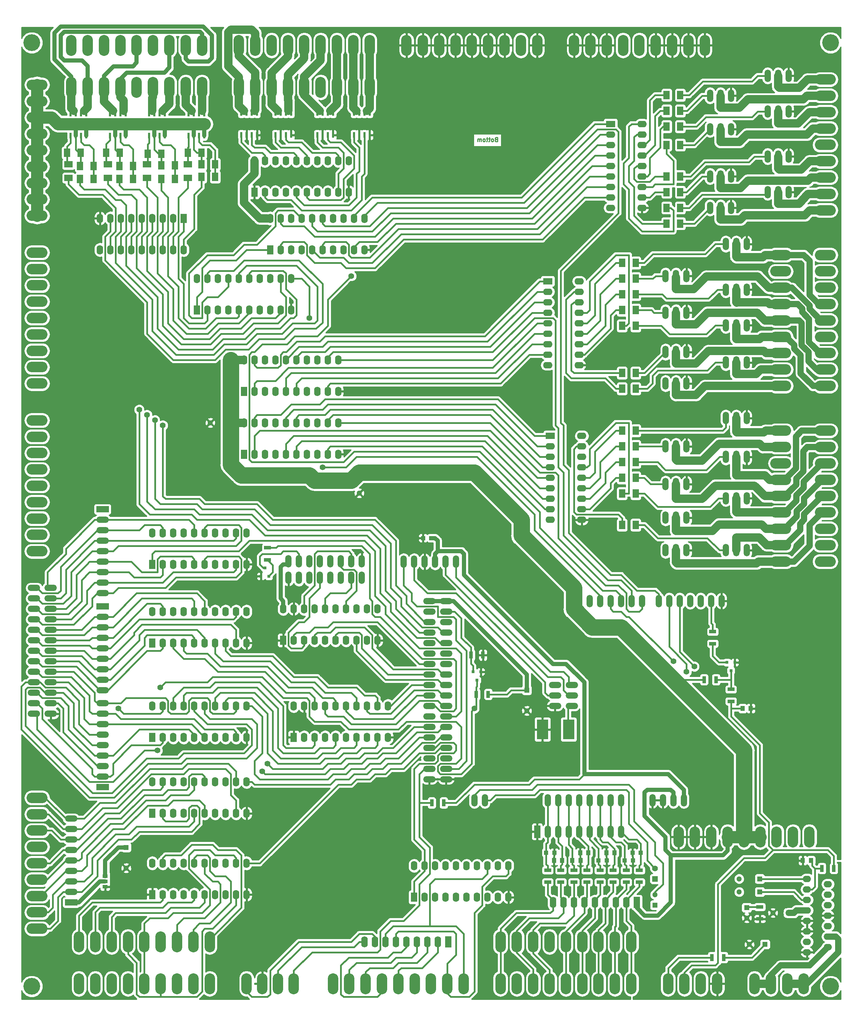
<source format=gbr>
G04 #@! TF.GenerationSoftware,KiCad,Pcbnew,5.0.2-bee76a0~70~ubuntu18.04.1*
G04 #@! TF.CreationDate,2019-01-20T13:28:30+01:00*
G04 #@! TF.ProjectId,APC,4150432e-6b69-4636-9164-5f7063625858,rev?*
G04 #@! TF.SameCoordinates,Original*
G04 #@! TF.FileFunction,Copper,L2,Bot*
G04 #@! TF.FilePolarity,Positive*
%FSLAX46Y46*%
G04 Gerber Fmt 4.6, Leading zero omitted, Abs format (unit mm)*
G04 Created by KiCad (PCBNEW 5.0.2-bee76a0~70~ubuntu18.04.1) date So 20 Jan 2019 13:28:30 CET*
%MOMM*%
%LPD*%
G01*
G04 APERTURE LIST*
G04 #@! TA.AperFunction,NonConductor*
%ADD10C,0.250000*%
G04 #@! TD*
G04 #@! TA.AperFunction,ComponentPad*
%ADD11R,1.300000X1.300000*%
G04 #@! TD*
G04 #@! TA.AperFunction,ComponentPad*
%ADD12C,1.300000*%
G04 #@! TD*
G04 #@! TA.AperFunction,ComponentPad*
%ADD13R,1.574800X2.286000*%
G04 #@! TD*
G04 #@! TA.AperFunction,ComponentPad*
%ADD14O,1.574800X2.286000*%
G04 #@! TD*
G04 #@! TA.AperFunction,SMDPad,CuDef*
%ADD15R,0.599440X1.399540*%
G04 #@! TD*
G04 #@! TA.AperFunction,ComponentPad*
%ADD16O,2.540000X5.080000*%
G04 #@! TD*
G04 #@! TA.AperFunction,ComponentPad*
%ADD17R,1.397000X1.397000*%
G04 #@! TD*
G04 #@! TA.AperFunction,ComponentPad*
%ADD18C,1.397000*%
G04 #@! TD*
G04 #@! TA.AperFunction,SMDPad,CuDef*
%ADD19R,1.524000X2.032000*%
G04 #@! TD*
G04 #@! TA.AperFunction,SMDPad,CuDef*
%ADD20R,2.032000X1.524000*%
G04 #@! TD*
G04 #@! TA.AperFunction,ComponentPad*
%ADD21O,1.506220X3.014980*%
G04 #@! TD*
G04 #@! TA.AperFunction,ComponentPad*
%ADD22R,2.286000X1.574800*%
G04 #@! TD*
G04 #@! TA.AperFunction,ComponentPad*
%ADD23O,2.286000X1.574800*%
G04 #@! TD*
G04 #@! TA.AperFunction,ComponentPad*
%ADD24C,4.064000*%
G04 #@! TD*
G04 #@! TA.AperFunction,ComponentPad*
%ADD25O,5.080000X2.540000*%
G04 #@! TD*
G04 #@! TA.AperFunction,ComponentPad*
%ADD26R,3.014980X1.506220*%
G04 #@! TD*
G04 #@! TA.AperFunction,ComponentPad*
%ADD27O,3.014980X1.506220*%
G04 #@! TD*
G04 #@! TA.AperFunction,SMDPad,CuDef*
%ADD28R,2.794000X4.826000*%
G04 #@! TD*
G04 #@! TA.AperFunction,ComponentPad*
%ADD29R,1.506220X3.014980*%
G04 #@! TD*
G04 #@! TA.AperFunction,SMDPad,CuDef*
%ADD30R,1.700000X0.900000*%
G04 #@! TD*
G04 #@! TA.AperFunction,SMDPad,CuDef*
%ADD31R,0.900000X1.700000*%
G04 #@! TD*
G04 #@! TA.AperFunction,SMDPad,CuDef*
%ADD32R,1.000000X1.250000*%
G04 #@! TD*
G04 #@! TA.AperFunction,SMDPad,CuDef*
%ADD33R,1.000000X1.000000*%
G04 #@! TD*
G04 #@! TA.AperFunction,SMDPad,CuDef*
%ADD34R,0.800100X0.800100*%
G04 #@! TD*
G04 #@! TA.AperFunction,ComponentPad*
%ADD35R,1.600000X2.700000*%
G04 #@! TD*
G04 #@! TA.AperFunction,ComponentPad*
%ADD36O,1.600000X2.700000*%
G04 #@! TD*
G04 #@! TA.AperFunction,SMDPad,CuDef*
%ADD37R,1.270000X0.965200*%
G04 #@! TD*
G04 #@! TA.AperFunction,ComponentPad*
%ADD38O,2.032000X1.524000*%
G04 #@! TD*
G04 #@! TA.AperFunction,ViaPad*
%ADD39C,1.400000*%
G04 #@! TD*
G04 #@! TA.AperFunction,Conductor*
%ADD40C,0.406400*%
G04 #@! TD*
G04 #@! TA.AperFunction,Conductor*
%ADD41C,1.000000*%
G04 #@! TD*
G04 #@! TA.AperFunction,Conductor*
%ADD42C,3.000000*%
G04 #@! TD*
G04 #@! TA.AperFunction,Conductor*
%ADD43C,2.000000*%
G04 #@! TD*
G04 #@! TA.AperFunction,Conductor*
%ADD44C,4.000000*%
G04 #@! TD*
G04 #@! TA.AperFunction,Conductor*
%ADD45C,1.500000*%
G04 #@! TD*
G04 #@! TA.AperFunction,Conductor*
%ADD46C,0.254000*%
G04 #@! TD*
G04 APERTURE END LIST*
D10*
X132881428Y-42473571D02*
X132738571Y-42521190D01*
X132690952Y-42568809D01*
X132643333Y-42664047D01*
X132643333Y-42806904D01*
X132690952Y-42902142D01*
X132738571Y-42949761D01*
X132833809Y-42997380D01*
X133214761Y-42997380D01*
X133214761Y-41997380D01*
X132881428Y-41997380D01*
X132786190Y-42045000D01*
X132738571Y-42092619D01*
X132690952Y-42187857D01*
X132690952Y-42283095D01*
X132738571Y-42378333D01*
X132786190Y-42425952D01*
X132881428Y-42473571D01*
X133214761Y-42473571D01*
X132071904Y-42997380D02*
X132167142Y-42949761D01*
X132214761Y-42902142D01*
X132262380Y-42806904D01*
X132262380Y-42521190D01*
X132214761Y-42425952D01*
X132167142Y-42378333D01*
X132071904Y-42330714D01*
X131929047Y-42330714D01*
X131833809Y-42378333D01*
X131786190Y-42425952D01*
X131738571Y-42521190D01*
X131738571Y-42806904D01*
X131786190Y-42902142D01*
X131833809Y-42949761D01*
X131929047Y-42997380D01*
X132071904Y-42997380D01*
X131452857Y-42330714D02*
X131071904Y-42330714D01*
X131310000Y-41997380D02*
X131310000Y-42854523D01*
X131262380Y-42949761D01*
X131167142Y-42997380D01*
X131071904Y-42997380D01*
X130881428Y-42330714D02*
X130500476Y-42330714D01*
X130738571Y-41997380D02*
X130738571Y-42854523D01*
X130690952Y-42949761D01*
X130595714Y-42997380D01*
X130500476Y-42997380D01*
X130024285Y-42997380D02*
X130119523Y-42949761D01*
X130167142Y-42902142D01*
X130214761Y-42806904D01*
X130214761Y-42521190D01*
X130167142Y-42425952D01*
X130119523Y-42378333D01*
X130024285Y-42330714D01*
X129881428Y-42330714D01*
X129786190Y-42378333D01*
X129738571Y-42425952D01*
X129690952Y-42521190D01*
X129690952Y-42806904D01*
X129738571Y-42902142D01*
X129786190Y-42949761D01*
X129881428Y-42997380D01*
X130024285Y-42997380D01*
X129262380Y-42997380D02*
X129262380Y-42330714D01*
X129262380Y-42425952D02*
X129214761Y-42378333D01*
X129119523Y-42330714D01*
X128976666Y-42330714D01*
X128881428Y-42378333D01*
X128833809Y-42473571D01*
X128833809Y-42997380D01*
X128833809Y-42473571D02*
X128786190Y-42378333D01*
X128690952Y-42330714D01*
X128548095Y-42330714D01*
X128452857Y-42378333D01*
X128405238Y-42473571D01*
X128405238Y-42997380D01*
D11*
G04 #@! TO.P,C11,1*
G04 #@! TO.N,Net-(C11-Pad1)*
X203835000Y-229870000D03*
D12*
G04 #@! TO.P,C11,2*
G04 #@! TO.N,GND*
X200035000Y-229870000D03*
G04 #@! TD*
D13*
G04 #@! TO.P,U3,1*
G04 #@! TO.N,Net-(U3-Pad1)*
X57150000Y-61595000D03*
D14*
G04 #@! TO.P,U3,2*
G04 #@! TO.N,Net-(U3-Pad2)*
X54610000Y-61595000D03*
G04 #@! TO.P,U3,3*
G04 #@! TO.N,Net-(U3-Pad3)*
X52070000Y-61595000D03*
G04 #@! TO.P,U3,4*
G04 #@! TO.N,Net-(U3-Pad4)*
X49530000Y-61595000D03*
G04 #@! TO.P,U3,5*
G04 #@! TO.N,Net-(U3-Pad5)*
X46990000Y-61595000D03*
G04 #@! TO.P,U3,6*
G04 #@! TO.N,Net-(U3-Pad6)*
X44450000Y-61595000D03*
G04 #@! TO.P,U3,7*
G04 #@! TO.N,Net-(U3-Pad7)*
X41910000Y-61595000D03*
G04 #@! TO.P,U3,8*
G04 #@! TO.N,Net-(U3-Pad8)*
X39370000Y-61595000D03*
G04 #@! TO.P,U3,9*
G04 #@! TO.N,GND*
X36830000Y-61595000D03*
G04 #@! TO.P,U3,10*
G04 #@! TO.N,Net-(U3-Pad10)*
X36830000Y-69215000D03*
G04 #@! TO.P,U3,11*
G04 #@! TO.N,/LampDriver/LS8*
X39370000Y-69215000D03*
G04 #@! TO.P,U3,12*
G04 #@! TO.N,/LampDriver/LS7*
X41910000Y-69215000D03*
G04 #@! TO.P,U3,13*
G04 #@! TO.N,/LampDriver/LS6*
X44450000Y-69215000D03*
G04 #@! TO.P,U3,14*
G04 #@! TO.N,/LampDriver/LS5*
X46990000Y-69215000D03*
G04 #@! TO.P,U3,15*
G04 #@! TO.N,/LampDriver/LS4*
X49530000Y-69215000D03*
G04 #@! TO.P,U3,16*
G04 #@! TO.N,/LampDriver/LS3*
X52070000Y-69215000D03*
G04 #@! TO.P,U3,17*
G04 #@! TO.N,/LampDriver/LS2*
X54610000Y-69215000D03*
G04 #@! TO.P,U3,18*
G04 #@! TO.N,/LampDriver/LS1*
X57150000Y-69215000D03*
G04 #@! TD*
D15*
G04 #@! TO.P,Q10,8*
G04 #@! TO.N,/LRow_3*
X93345000Y-36068000D03*
G04 #@! TO.P,Q10,1*
G04 #@! TO.N,GND*
X93345000Y-41402000D03*
G04 #@! TO.P,Q10,7*
G04 #@! TO.N,/LRow_3*
X92075000Y-36068000D03*
G04 #@! TO.P,Q10,6*
G04 #@! TO.N,/LRow_4*
X90805000Y-36068000D03*
G04 #@! TO.P,Q10,5*
X89535000Y-36068000D03*
G04 #@! TO.P,Q10,2*
G04 #@! TO.N,Net-(Q10-Pad2)*
X92075000Y-41402000D03*
G04 #@! TO.P,Q10,3*
G04 #@! TO.N,GND*
X90805000Y-41402000D03*
G04 #@! TO.P,Q10,4*
G04 #@! TO.N,Net-(Q10-Pad4)*
X89535000Y-41402000D03*
G04 #@! TD*
G04 #@! TO.P,Q12,8*
G04 #@! TO.N,/LRow_7*
X74930000Y-36068000D03*
G04 #@! TO.P,Q12,1*
G04 #@! TO.N,GND*
X74930000Y-41402000D03*
G04 #@! TO.P,Q12,7*
G04 #@! TO.N,/LRow_7*
X73660000Y-36068000D03*
G04 #@! TO.P,Q12,6*
G04 #@! TO.N,/LRow_8*
X72390000Y-36068000D03*
G04 #@! TO.P,Q12,5*
X71120000Y-36068000D03*
G04 #@! TO.P,Q12,2*
G04 #@! TO.N,Net-(Q12-Pad2)*
X73660000Y-41402000D03*
G04 #@! TO.P,Q12,3*
G04 #@! TO.N,GND*
X72390000Y-41402000D03*
G04 #@! TO.P,Q12,4*
G04 #@! TO.N,Net-(Q12-Pad4)*
X71120000Y-41402000D03*
G04 #@! TD*
D16*
G04 #@! TO.P,sys7_2J5,3*
G04 #@! TO.N,/LStr_5*
X53670200Y-19685000D03*
G04 #@! TO.P,sys7_2J5,2*
G04 #@! TO.N,/LStr_8*
X57632600Y-19685000D03*
G04 #@! TO.P,sys7_2J5,1*
G04 #@! TO.N,/LStr_7*
X61595000Y-19685000D03*
G04 #@! TO.P,sys7_2J5,4*
G04 #@! TO.N,Net-(sys7_2J5-Pad4)*
X49707800Y-19685000D03*
G04 #@! TO.P,sys7_2J5,5*
G04 #@! TO.N,/LStr_6*
X45745400Y-19685000D03*
G04 #@! TO.P,sys7_2J5,6*
G04 #@! TO.N,/LStr_3*
X41783000Y-19685000D03*
G04 #@! TO.P,sys7_2J5,7*
G04 #@! TO.N,/LStr_4*
X37820600Y-19685000D03*
G04 #@! TO.P,sys7_2J5,8*
G04 #@! TO.N,/LStr_1*
X33858200Y-19685000D03*
G04 #@! TO.P,sys7_2J5,9*
G04 #@! TO.N,/LStr_2*
X29895800Y-19685000D03*
G04 #@! TD*
D17*
G04 #@! TO.P,C1,1*
G04 #@! TO.N,Net-(C1-Pad1)*
X171450000Y-221615000D03*
D18*
G04 #@! TO.P,C1,2*
G04 #@! TO.N,/Audio/DAC_in0*
X171450000Y-219075000D03*
G04 #@! TD*
D15*
G04 #@! TO.P,Q9,8*
G04 #@! TO.N,/LRow_1*
X102235000Y-36068000D03*
G04 #@! TO.P,Q9,1*
G04 #@! TO.N,GND*
X102235000Y-41402000D03*
G04 #@! TO.P,Q9,7*
G04 #@! TO.N,/LRow_1*
X100965000Y-36068000D03*
G04 #@! TO.P,Q9,6*
G04 #@! TO.N,/LRow_2*
X99695000Y-36068000D03*
G04 #@! TO.P,Q9,5*
X98425000Y-36068000D03*
G04 #@! TO.P,Q9,2*
G04 #@! TO.N,Net-(Q9-Pad2)*
X100965000Y-41402000D03*
G04 #@! TO.P,Q9,3*
G04 #@! TO.N,GND*
X99695000Y-41402000D03*
G04 #@! TO.P,Q9,4*
G04 #@! TO.N,Net-(Q9-Pad4)*
X98425000Y-41402000D03*
G04 #@! TD*
G04 #@! TO.P,Q11,8*
G04 #@! TO.N,/LRow_5*
X83185000Y-36068000D03*
G04 #@! TO.P,Q11,1*
G04 #@! TO.N,GND*
X83185000Y-41402000D03*
G04 #@! TO.P,Q11,7*
G04 #@! TO.N,/LRow_5*
X81915000Y-36068000D03*
G04 #@! TO.P,Q11,6*
G04 #@! TO.N,/LRow_6*
X80645000Y-36068000D03*
G04 #@! TO.P,Q11,5*
X79375000Y-36068000D03*
G04 #@! TO.P,Q11,2*
G04 #@! TO.N,Net-(Q11-Pad2)*
X81915000Y-41402000D03*
G04 #@! TO.P,Q11,3*
G04 #@! TO.N,GND*
X80645000Y-41402000D03*
G04 #@! TO.P,Q11,4*
G04 #@! TO.N,Net-(Q11-Pad4)*
X79375000Y-41402000D03*
G04 #@! TD*
G04 #@! TO.P,Q4,8*
G04 #@! TO.N,/LStr_7*
X33528000Y-36195000D03*
G04 #@! TO.P,Q4,1*
G04 #@! TO.N,+18V*
X33528000Y-41529000D03*
G04 #@! TO.P,Q4,7*
G04 #@! TO.N,/LStr_7*
X32258000Y-36195000D03*
G04 #@! TO.P,Q4,6*
G04 #@! TO.N,/LStr_8*
X30988000Y-36195000D03*
G04 #@! TO.P,Q4,5*
X29718000Y-36195000D03*
G04 #@! TO.P,Q4,2*
G04 #@! TO.N,Net-(Q4-Pad2)*
X32258000Y-41529000D03*
G04 #@! TO.P,Q4,3*
G04 #@! TO.N,+18V*
X30988000Y-41529000D03*
G04 #@! TO.P,Q4,4*
G04 #@! TO.N,Net-(Q4-Pad4)*
X29718000Y-41529000D03*
G04 #@! TD*
G04 #@! TO.P,Q3,8*
G04 #@! TO.N,/LStr_5*
X43053000Y-36195000D03*
G04 #@! TO.P,Q3,1*
G04 #@! TO.N,+18V*
X43053000Y-41529000D03*
G04 #@! TO.P,Q3,7*
G04 #@! TO.N,/LStr_5*
X41783000Y-36195000D03*
G04 #@! TO.P,Q3,6*
G04 #@! TO.N,/LStr_6*
X40513000Y-36195000D03*
G04 #@! TO.P,Q3,5*
X39243000Y-36195000D03*
G04 #@! TO.P,Q3,2*
G04 #@! TO.N,Net-(Q3-Pad2)*
X41783000Y-41529000D03*
G04 #@! TO.P,Q3,3*
G04 #@! TO.N,+18V*
X40513000Y-41529000D03*
G04 #@! TO.P,Q3,4*
G04 #@! TO.N,Net-(Q3-Pad4)*
X39243000Y-41529000D03*
G04 #@! TD*
G04 #@! TO.P,Q2,8*
G04 #@! TO.N,/LStr_3*
X52578000Y-36195000D03*
G04 #@! TO.P,Q2,1*
G04 #@! TO.N,+18V*
X52578000Y-41529000D03*
G04 #@! TO.P,Q2,7*
G04 #@! TO.N,/LStr_3*
X51308000Y-36195000D03*
G04 #@! TO.P,Q2,6*
G04 #@! TO.N,/LStr_4*
X50038000Y-36195000D03*
G04 #@! TO.P,Q2,5*
X48768000Y-36195000D03*
G04 #@! TO.P,Q2,2*
G04 #@! TO.N,Net-(Q2-Pad2)*
X51308000Y-41529000D03*
G04 #@! TO.P,Q2,3*
G04 #@! TO.N,+18V*
X50038000Y-41529000D03*
G04 #@! TO.P,Q2,4*
G04 #@! TO.N,Net-(Q2-Pad4)*
X48768000Y-41529000D03*
G04 #@! TD*
G04 #@! TO.P,Q1,8*
G04 #@! TO.N,/LStr_1*
X62103000Y-36195000D03*
G04 #@! TO.P,Q1,1*
G04 #@! TO.N,+18V*
X62103000Y-41529000D03*
G04 #@! TO.P,Q1,7*
G04 #@! TO.N,/LStr_1*
X60833000Y-36195000D03*
G04 #@! TO.P,Q1,6*
G04 #@! TO.N,/LStr_2*
X59563000Y-36195000D03*
G04 #@! TO.P,Q1,5*
X58293000Y-36195000D03*
G04 #@! TO.P,Q1,2*
G04 #@! TO.N,Net-(Q1-Pad2)*
X60833000Y-41529000D03*
G04 #@! TO.P,Q1,3*
G04 #@! TO.N,+18V*
X59563000Y-41529000D03*
G04 #@! TO.P,Q1,4*
G04 #@! TO.N,Net-(Q1-Pad4)*
X58293000Y-41529000D03*
G04 #@! TD*
D19*
G04 #@! TO.P,R37,1*
G04 #@! TO.N,/Solenoid_Driver/S20*
X174244000Y-51435000D03*
G04 #@! TO.P,R37,2*
G04 #@! TO.N,Net-(Q23-PadG)*
X177546000Y-51435000D03*
G04 #@! TD*
G04 #@! TO.P,R15,1*
G04 #@! TO.N,+18V*
X32004000Y-48895000D03*
G04 #@! TO.P,R15,2*
G04 #@! TO.N,Net-(Q4-Pad2)*
X35306000Y-48895000D03*
G04 #@! TD*
G04 #@! TO.P,R25,1*
G04 #@! TO.N,/Solenoid_Driver/S19*
X174244000Y-39370000D03*
G04 #@! TO.P,R25,2*
G04 #@! TO.N,Net-(Q17-PadG)*
X177546000Y-39370000D03*
G04 #@! TD*
G04 #@! TO.P,R27,1*
G04 #@! TO.N,/Solenoid_Driver/S17*
X174244000Y-55245000D03*
G04 #@! TO.P,R27,2*
G04 #@! TO.N,Net-(Q18-PadG)*
X177546000Y-55245000D03*
G04 #@! TD*
G04 #@! TO.P,R23,1*
G04 #@! TO.N,/Solenoid_Driver/S9*
X163449000Y-113030000D03*
G04 #@! TO.P,R23,2*
G04 #@! TO.N,Net-(Q16-PadG)*
X166751000Y-113030000D03*
G04 #@! TD*
G04 #@! TO.P,R19,1*
G04 #@! TO.N,/Solenoid_Driver/S1*
X163449000Y-72390000D03*
G04 #@! TO.P,R19,2*
G04 #@! TO.N,Net-(Q14-PadG)*
X166751000Y-72390000D03*
G04 #@! TD*
G04 #@! TO.P,R31,1*
G04 #@! TO.N,/Solenoid_Driver/S3*
X163449000Y-80010000D03*
G04 #@! TO.P,R31,2*
G04 #@! TO.N,Net-(Q20-PadG)*
X166751000Y-80010000D03*
G04 #@! TD*
G04 #@! TO.P,R43,1*
G04 #@! TO.N,/Solenoid_Driver/S5*
X163449000Y-87630000D03*
G04 #@! TO.P,R43,2*
G04 #@! TO.N,Net-(Q26-PadG)*
X166751000Y-87630000D03*
G04 #@! TD*
G04 #@! TO.P,R55,1*
G04 #@! TO.N,/Solenoid_Driver/S7*
X163449000Y-102870000D03*
G04 #@! TO.P,R55,2*
G04 #@! TO.N,Net-(Q32-PadG)*
X166751000Y-102870000D03*
G04 #@! TD*
G04 #@! TO.P,R41,1*
G04 #@! TO.N,/Solenoid_Driver/S6*
X163449000Y-99060000D03*
G04 #@! TO.P,R41,2*
G04 #@! TO.N,Net-(Q25-PadG)*
X166751000Y-99060000D03*
G04 #@! TD*
G04 #@! TO.P,R29,1*
G04 #@! TO.N,/Solenoid_Driver/S4*
X163449000Y-83820000D03*
G04 #@! TO.P,R29,2*
G04 #@! TO.N,Net-(Q19-PadG)*
X166751000Y-83820000D03*
G04 #@! TD*
G04 #@! TO.P,R17,1*
G04 #@! TO.N,/Solenoid_Driver/S2*
X163449000Y-76200000D03*
G04 #@! TO.P,R17,2*
G04 #@! TO.N,Net-(Q13-PadG)*
X166751000Y-76200000D03*
G04 #@! TD*
G04 #@! TO.P,R39,1*
G04 #@! TO.N,/Solenoid_Driver/S24*
X174244000Y-35560000D03*
G04 #@! TO.P,R39,2*
G04 #@! TO.N,Net-(Q24-PadG)*
X177546000Y-35560000D03*
G04 #@! TD*
G04 #@! TO.P,R51,1*
G04 #@! TO.N,/Solenoid_Driver/S21*
X174244000Y-59055000D03*
G04 #@! TO.P,R51,2*
G04 #@! TO.N,Net-(Q30-PadG)*
X177546000Y-59055000D03*
G04 #@! TD*
G04 #@! TO.P,R63,1*
G04 #@! TO.N,/Solenoid_Driver/S23*
X174244000Y-31750000D03*
G04 #@! TO.P,R63,2*
G04 #@! TO.N,Net-(Q36-PadG)*
X177546000Y-31750000D03*
G04 #@! TD*
G04 #@! TO.P,R61,1*
G04 #@! TO.N,/Solenoid_Driver/S18*
X174244000Y-43815000D03*
G04 #@! TO.P,R61,2*
G04 #@! TO.N,Net-(Q35-PadG)*
X177546000Y-43815000D03*
G04 #@! TD*
G04 #@! TO.P,R49,1*
G04 #@! TO.N,/Solenoid_Driver/S22*
X174244000Y-62865000D03*
G04 #@! TO.P,R49,2*
G04 #@! TO.N,Net-(Q29-PadG)*
X177546000Y-62865000D03*
G04 #@! TD*
D20*
G04 #@! TO.P,R2,1*
G04 #@! TO.N,Net-(Q1-Pad4)*
X58166000Y-48514000D03*
G04 #@! TO.P,R2,2*
G04 #@! TO.N,/LampDriver/LS2*
X58166000Y-51816000D03*
G04 #@! TD*
D19*
G04 #@! TO.P,R7,1*
G04 #@! TO.N,+18V*
X51689000Y-48768000D03*
G04 #@! TO.P,R7,2*
G04 #@! TO.N,Net-(Q2-Pad2)*
X54991000Y-48768000D03*
G04 #@! TD*
G04 #@! TO.P,R21,1*
G04 #@! TO.N,/Solenoid_Driver/S10*
X163449000Y-116840000D03*
G04 #@! TO.P,R21,2*
G04 #@! TO.N,Net-(Q15-PadG)*
X166751000Y-116840000D03*
G04 #@! TD*
G04 #@! TO.P,R33,1*
G04 #@! TO.N,/Solenoid_Driver/S12*
X163449000Y-124460000D03*
G04 #@! TO.P,R33,2*
G04 #@! TO.N,Net-(Q21-PadG)*
X166751000Y-124460000D03*
G04 #@! TD*
G04 #@! TO.P,R59,1*
G04 #@! TO.N,/Solenoid_Driver/S15*
X163449000Y-135890000D03*
G04 #@! TO.P,R59,2*
G04 #@! TO.N,Net-(Q34-PadG)*
X166751000Y-135890000D03*
G04 #@! TD*
G04 #@! TO.P,R47,1*
G04 #@! TO.N,/Solenoid_Driver/S13*
X163449000Y-128270000D03*
G04 #@! TO.P,R47,2*
G04 #@! TO.N,Net-(Q28-PadG)*
X166751000Y-128270000D03*
G04 #@! TD*
G04 #@! TO.P,R35,1*
G04 #@! TO.N,/Solenoid_Driver/S11*
X163449000Y-120650000D03*
G04 #@! TO.P,R35,2*
G04 #@! TO.N,Net-(Q22-PadG)*
X166751000Y-120650000D03*
G04 #@! TD*
G04 #@! TO.P,R4,1*
G04 #@! TO.N,Net-(Q1-Pad2)*
X64770000Y-51562000D03*
G04 #@! TO.P,R4,2*
G04 #@! TO.N,/LampDriver/LS1*
X61468000Y-51562000D03*
G04 #@! TD*
G04 #@! TO.P,R11,1*
G04 #@! TO.N,+18V*
X41529000Y-48895000D03*
G04 #@! TO.P,R11,2*
G04 #@! TO.N,Net-(Q3-Pad2)*
X44831000Y-48895000D03*
G04 #@! TD*
G04 #@! TO.P,R3,1*
G04 #@! TO.N,+18V*
X61468000Y-48514000D03*
G04 #@! TO.P,R3,2*
G04 #@! TO.N,Net-(Q1-Pad2)*
X64770000Y-48514000D03*
G04 #@! TD*
G04 #@! TO.P,R16,1*
G04 #@! TO.N,Net-(Q4-Pad2)*
X35306000Y-52070000D03*
G04 #@! TO.P,R16,2*
G04 #@! TO.N,/LampDriver/LS7*
X32004000Y-52070000D03*
G04 #@! TD*
G04 #@! TO.P,R12,1*
G04 #@! TO.N,Net-(Q3-Pad2)*
X44831000Y-52070000D03*
G04 #@! TO.P,R12,2*
G04 #@! TO.N,/LampDriver/LS5*
X41529000Y-52070000D03*
G04 #@! TD*
G04 #@! TO.P,R8,1*
G04 #@! TO.N,Net-(Q2-Pad2)*
X54991000Y-52070000D03*
G04 #@! TO.P,R8,2*
G04 #@! TO.N,/LampDriver/LS3*
X51689000Y-52070000D03*
G04 #@! TD*
D20*
G04 #@! TO.P,R6,1*
G04 #@! TO.N,Net-(Q2-Pad4)*
X48260000Y-48514000D03*
G04 #@! TO.P,R6,2*
G04 #@! TO.N,/LampDriver/LS4*
X48260000Y-51816000D03*
G04 #@! TD*
D19*
G04 #@! TO.P,R13,1*
G04 #@! TO.N,+18V*
X32131000Y-45720000D03*
G04 #@! TO.P,R13,2*
G04 #@! TO.N,Net-(Q4-Pad4)*
X28829000Y-45720000D03*
G04 #@! TD*
G04 #@! TO.P,R9,1*
G04 #@! TO.N,+18V*
X41656000Y-45720000D03*
G04 #@! TO.P,R9,2*
G04 #@! TO.N,Net-(Q3-Pad4)*
X38354000Y-45720000D03*
G04 #@! TD*
G04 #@! TO.P,R5,1*
G04 #@! TO.N,+18V*
X51689000Y-45974000D03*
G04 #@! TO.P,R5,2*
G04 #@! TO.N,Net-(Q2-Pad4)*
X48387000Y-45974000D03*
G04 #@! TD*
G04 #@! TO.P,R1,1*
G04 #@! TO.N,+18V*
X61468000Y-45720000D03*
G04 #@! TO.P,R1,2*
G04 #@! TO.N,Net-(Q1-Pad4)*
X58166000Y-45720000D03*
G04 #@! TD*
D20*
G04 #@! TO.P,R14,1*
G04 #@! TO.N,Net-(Q4-Pad4)*
X29210000Y-48514000D03*
G04 #@! TO.P,R14,2*
G04 #@! TO.N,/LampDriver/LS8*
X29210000Y-51816000D03*
G04 #@! TD*
G04 #@! TO.P,R10,1*
G04 #@! TO.N,Net-(Q3-Pad4)*
X38735000Y-48514000D03*
G04 #@! TO.P,R10,2*
G04 #@! TO.N,/LampDriver/LS6*
X38735000Y-51816000D03*
G04 #@! TD*
D21*
G04 #@! TO.P,P5,8*
G04 #@! TO.N,/Sw7*
X145415000Y-202565000D03*
G04 #@! TO.P,P5,7*
G04 #@! TO.N,/Sw6*
X147955000Y-202565000D03*
G04 #@! TO.P,P5,1*
G04 #@! TO.N,/Sw0*
X163195000Y-202565000D03*
G04 #@! TO.P,P5,2*
G04 #@! TO.N,/Sw1*
X160655000Y-202565000D03*
G04 #@! TO.P,P5,3*
G04 #@! TO.N,/Sw2*
X158115000Y-202565000D03*
G04 #@! TO.P,P5,4*
G04 #@! TO.N,/Sw3*
X155575000Y-202565000D03*
G04 #@! TO.P,P5,5*
G04 #@! TO.N,/Sw4*
X153035000Y-202565000D03*
G04 #@! TO.P,P5,6*
G04 #@! TO.N,/Sw5*
X150495000Y-202565000D03*
G04 #@! TD*
G04 #@! TO.P,P2,7*
G04 #@! TO.N,GND*
X187579000Y-154305000D03*
G04 #@! TO.P,P2,1*
G04 #@! TO.N,/Sel4*
X172339000Y-154305000D03*
G04 #@! TO.P,P2,2*
G04 #@! TO.N,/Sel5*
X174879000Y-154305000D03*
G04 #@! TO.P,P2,3*
G04 #@! TO.N,/Sel6*
X177419000Y-154305000D03*
G04 #@! TO.P,P2,4*
G04 #@! TO.N,Net-(P2-Pad4)*
X179959000Y-154305000D03*
G04 #@! TO.P,P2,5*
G04 #@! TO.N,Net-(P2-Pad5)*
X182499000Y-154305000D03*
G04 #@! TO.P,P2,6*
G04 #@! TO.N,Net-(P2-Pad6)*
X185039000Y-154305000D03*
G04 #@! TD*
G04 #@! TO.P,P1,1*
G04 #@! TO.N,Net-(P1-Pad1)*
X155575000Y-154305000D03*
G04 #@! TO.P,P1,2*
G04 #@! TO.N,/Sel0*
X158115000Y-154305000D03*
G04 #@! TO.P,P1,3*
G04 #@! TO.N,/SPI_CS1*
X160655000Y-154305000D03*
G04 #@! TO.P,P1,4*
G04 #@! TO.N,/Sel1*
X163195000Y-154305000D03*
G04 #@! TO.P,P1,5*
G04 #@! TO.N,/Sel2*
X165735000Y-154305000D03*
G04 #@! TO.P,P1,6*
G04 #@! TO.N,/Sel3*
X168275000Y-154305000D03*
G04 #@! TD*
G04 #@! TO.P,P8,1*
G04 #@! TO.N,Net-(P7-Pad1)*
X123190000Y-144780000D03*
G04 #@! TO.P,P8,2*
G04 #@! TO.N,Net-(P7-Pad3)*
X120650000Y-144780000D03*
G04 #@! TO.P,P8,3*
G04 #@! TO.N,+3.3V*
X118110000Y-144780000D03*
G04 #@! TO.P,P8,4*
G04 #@! TO.N,GND*
X115570000Y-144780000D03*
G04 #@! TO.P,P8,5*
G04 #@! TO.N,Net-(P7-Pad4)*
X113030000Y-144780000D03*
G04 #@! TO.P,P8,6*
G04 #@! TO.N,/SPI_CS2*
X110490000Y-144780000D03*
G04 #@! TD*
G04 #@! TO.P,P9,4*
G04 #@! TO.N,GND*
X170815000Y-202565000D03*
G04 #@! TO.P,P9,1*
G04 #@! TO.N,+3.3V*
X178435000Y-202565000D03*
G04 #@! TO.P,P9,2*
G04 #@! TO.N,+5V*
X175895000Y-202565000D03*
G04 #@! TO.P,P9,3*
G04 #@! TO.N,GND*
X173355000Y-202565000D03*
G04 #@! TD*
G04 #@! TO.P,P6,1*
G04 #@! TO.N,/Audio/DAC_in0*
X130175000Y-202565000D03*
G04 #@! TO.P,P6,2*
G04 #@! TO.N,/Audio/DAC_in1*
X127635000Y-202565000D03*
G04 #@! TD*
D16*
G04 #@! TO.P,1J4,3*
G04 #@! TO.N,/SpcS8*
X80010000Y-247015000D03*
G04 #@! TO.P,1J4,2*
G04 #@! TO.N,GND*
X76200000Y-247015000D03*
G04 #@! TO.P,1J4,1*
G04 #@! TO.N,/SpcS7*
X72390000Y-247015000D03*
G04 #@! TO.P,1J4,4*
G04 #@! TO.N,/UpDn*
X83820000Y-247015000D03*
G04 #@! TD*
D22*
G04 #@! TO.P,U10,1*
G04 #@! TO.N,/Solenoid_Driver/I16*
X146050000Y-114300000D03*
D23*
G04 #@! TO.P,U10,2*
G04 #@! TO.N,/Solenoid_Driver/I15*
X146050000Y-116840000D03*
G04 #@! TO.P,U10,3*
G04 #@! TO.N,/Solenoid_Driver/I14*
X146050000Y-119380000D03*
G04 #@! TO.P,U10,4*
G04 #@! TO.N,/Solenoid_Driver/I13*
X146050000Y-121920000D03*
G04 #@! TO.P,U10,5*
G04 #@! TO.N,/Solenoid_Driver/I9*
X146050000Y-124460000D03*
G04 #@! TO.P,U10,6*
G04 #@! TO.N,/Solenoid_Driver/I10*
X146050000Y-127000000D03*
G04 #@! TO.P,U10,7*
G04 #@! TO.N,/Solenoid_Driver/I11*
X146050000Y-129540000D03*
G04 #@! TO.P,U10,8*
G04 #@! TO.N,/Solenoid_Driver/I12*
X146050000Y-132080000D03*
G04 #@! TO.P,U10,9*
G04 #@! TO.N,+18V*
X146050000Y-134620000D03*
G04 #@! TO.P,U10,10*
G04 #@! TO.N,GND*
X153670000Y-134620000D03*
G04 #@! TO.P,U10,11*
G04 #@! TO.N,/Solenoid_Driver/S12*
X153670000Y-132080000D03*
G04 #@! TO.P,U10,12*
G04 #@! TO.N,/Solenoid_Driver/S11*
X153670000Y-129540000D03*
G04 #@! TO.P,U10,13*
G04 #@! TO.N,/Solenoid_Driver/S10*
X153670000Y-127000000D03*
G04 #@! TO.P,U10,14*
G04 #@! TO.N,/Solenoid_Driver/S9*
X153670000Y-124460000D03*
G04 #@! TO.P,U10,15*
G04 #@! TO.N,/Solenoid_Driver/S13*
X153670000Y-121920000D03*
G04 #@! TO.P,U10,16*
G04 #@! TO.N,/Solenoid_Driver/S14*
X153670000Y-119380000D03*
G04 #@! TO.P,U10,17*
G04 #@! TO.N,/Solenoid_Driver/S15*
X153670000Y-116840000D03*
G04 #@! TO.P,U10,18*
G04 #@! TO.N,/Solenoid_Driver/S16*
X153670000Y-114300000D03*
G04 #@! TD*
D22*
G04 #@! TO.P,U9,1*
G04 #@! TO.N,/Solenoid_Driver/I8*
X145415000Y-76835000D03*
D23*
G04 #@! TO.P,U9,2*
G04 #@! TO.N,/Solenoid_Driver/I7*
X145415000Y-79375000D03*
G04 #@! TO.P,U9,3*
G04 #@! TO.N,/Solenoid_Driver/I6*
X145415000Y-81915000D03*
G04 #@! TO.P,U9,4*
G04 #@! TO.N,/Solenoid_Driver/I5*
X145415000Y-84455000D03*
G04 #@! TO.P,U9,5*
G04 #@! TO.N,/Solenoid_Driver/I1*
X145415000Y-86995000D03*
G04 #@! TO.P,U9,6*
G04 #@! TO.N,/Solenoid_Driver/I2*
X145415000Y-89535000D03*
G04 #@! TO.P,U9,7*
G04 #@! TO.N,/Solenoid_Driver/I3*
X145415000Y-92075000D03*
G04 #@! TO.P,U9,8*
G04 #@! TO.N,/Solenoid_Driver/I4*
X145415000Y-94615000D03*
G04 #@! TO.P,U9,9*
G04 #@! TO.N,+18V*
X145415000Y-97155000D03*
G04 #@! TO.P,U9,10*
G04 #@! TO.N,GND*
X153035000Y-97155000D03*
G04 #@! TO.P,U9,11*
G04 #@! TO.N,/Solenoid_Driver/S4*
X153035000Y-94615000D03*
G04 #@! TO.P,U9,12*
G04 #@! TO.N,/Solenoid_Driver/S3*
X153035000Y-92075000D03*
G04 #@! TO.P,U9,13*
G04 #@! TO.N,/Solenoid_Driver/S2*
X153035000Y-89535000D03*
G04 #@! TO.P,U9,14*
G04 #@! TO.N,/Solenoid_Driver/S1*
X153035000Y-86995000D03*
G04 #@! TO.P,U9,15*
G04 #@! TO.N,/Solenoid_Driver/S5*
X153035000Y-84455000D03*
G04 #@! TO.P,U9,16*
G04 #@! TO.N,/Solenoid_Driver/S6*
X153035000Y-81915000D03*
G04 #@! TO.P,U9,17*
G04 #@! TO.N,/Solenoid_Driver/S7*
X153035000Y-79375000D03*
G04 #@! TO.P,U9,18*
G04 #@! TO.N,/Solenoid_Driver/S8*
X153035000Y-76835000D03*
G04 #@! TD*
D22*
G04 #@! TO.P,U13,1*
G04 #@! TO.N,/Solenoid_Driver/I21*
X160655000Y-38735000D03*
D23*
G04 #@! TO.P,U13,2*
G04 #@! TO.N,/Solenoid_Driver/I22*
X160655000Y-41275000D03*
G04 #@! TO.P,U13,3*
G04 #@! TO.N,/Solenoid_Driver/I23*
X160655000Y-43815000D03*
G04 #@! TO.P,U13,4*
G04 #@! TO.N,/Solenoid_Driver/I24*
X160655000Y-46355000D03*
G04 #@! TO.P,U13,5*
G04 #@! TO.N,/Solenoid_Driver/I20*
X160655000Y-48895000D03*
G04 #@! TO.P,U13,6*
G04 #@! TO.N,/Solenoid_Driver/I19*
X160655000Y-51435000D03*
G04 #@! TO.P,U13,7*
G04 #@! TO.N,/Solenoid_Driver/I18*
X160655000Y-53975000D03*
G04 #@! TO.P,U13,8*
G04 #@! TO.N,/Solenoid_Driver/I17*
X160655000Y-56515000D03*
G04 #@! TO.P,U13,9*
G04 #@! TO.N,+18V*
X160655000Y-59055000D03*
G04 #@! TO.P,U13,10*
G04 #@! TO.N,GND*
X168275000Y-59055000D03*
G04 #@! TO.P,U13,11*
G04 #@! TO.N,/Solenoid_Driver/S17*
X168275000Y-56515000D03*
G04 #@! TO.P,U13,12*
G04 #@! TO.N,/Solenoid_Driver/S18*
X168275000Y-53975000D03*
G04 #@! TO.P,U13,13*
G04 #@! TO.N,/Solenoid_Driver/S19*
X168275000Y-51435000D03*
G04 #@! TO.P,U13,14*
G04 #@! TO.N,/Solenoid_Driver/S20*
X168275000Y-48895000D03*
G04 #@! TO.P,U13,15*
G04 #@! TO.N,/Solenoid_Driver/S24*
X168275000Y-46355000D03*
G04 #@! TO.P,U13,16*
G04 #@! TO.N,/Solenoid_Driver/S23*
X168275000Y-43815000D03*
G04 #@! TO.P,U13,17*
G04 #@! TO.N,/Solenoid_Driver/S22*
X168275000Y-41275000D03*
G04 #@! TO.P,U13,18*
G04 #@! TO.N,/Solenoid_Driver/S21*
X168275000Y-38735000D03*
G04 #@! TD*
D24*
G04 #@! TO.P,1PIN,1*
G04 #@! TO.N,N/C*
X213995000Y-19050000D03*
G04 #@! TD*
G04 #@! TO.P,1PIN,1*
G04 #@! TO.N,N/C*
X213995000Y-247650000D03*
G04 #@! TD*
G04 #@! TO.P,1PIN,1*
G04 #@! TO.N,N/C*
X20320000Y-19050000D03*
G04 #@! TD*
G04 #@! TO.P,1PIN,1*
G04 #@! TO.N,N/C*
X20320000Y-247650000D03*
G04 #@! TD*
D25*
G04 #@! TO.P,2J12,3*
G04 #@! TO.N,/SDr_19*
X212725000Y-35864800D03*
G04 #@! TO.P,2J12,2*
G04 #@! TO.N,/SDr_24*
X212725000Y-31902400D03*
G04 #@! TO.P,2J12,1*
G04 #@! TO.N,/SDr_23*
X212725000Y-27940000D03*
G04 #@! TO.P,2J12,4*
G04 #@! TO.N,/SDr_18*
X212725000Y-39827200D03*
G04 #@! TO.P,2J12,5*
G04 #@! TO.N,Net-(2J12-Pad5)*
X212725000Y-43789600D03*
G04 #@! TO.P,2J12,6*
G04 #@! TO.N,/SDr_20*
X212725000Y-47752000D03*
G04 #@! TO.P,2J12,7*
G04 #@! TO.N,/SDr_17*
X212725000Y-51714400D03*
G04 #@! TO.P,2J12,8*
G04 #@! TO.N,/SDr_21*
X212725000Y-55676800D03*
G04 #@! TO.P,2J12,9*
G04 #@! TO.N,/SDr_22*
X212725000Y-59639200D03*
G04 #@! TD*
D16*
G04 #@! TO.P,10J2,3*
G04 #@! TO.N,/Audio/Speaker_N*
X203504800Y-247015000D03*
G04 #@! TO.P,10J2,2*
G04 #@! TO.N,/Audio/Speaker_P*
X199542400Y-247015000D03*
G04 #@! TO.P,10J2,1*
X195580000Y-247015000D03*
G04 #@! TO.P,10J2,4*
G04 #@! TO.N,/Audio/Speaker_N*
X207467200Y-247015000D03*
G04 #@! TD*
G04 #@! TO.P,10J4,3*
G04 #@! TO.N,Net-(10J4-Pad3)*
X182549800Y-247015000D03*
G04 #@! TO.P,10J4,2*
G04 #@! TO.N,/Audio/VolumeControl*
X178587400Y-247015000D03*
G04 #@! TO.P,10J4,1*
G04 #@! TO.N,Net-(10J4-Pad1)*
X174625000Y-247015000D03*
G04 #@! TO.P,10J4,4*
G04 #@! TO.N,GND*
X186512200Y-247015000D03*
G04 #@! TD*
D26*
G04 #@! TO.P,RR2,1*
G04 #@! TO.N,Net-(JP1-Pad2)*
X37465000Y-132080000D03*
D27*
G04 #@! TO.P,RR2,2*
G04 #@! TO.N,/1g*
X37465000Y-134620000D03*
G04 #@! TO.P,RR2,3*
G04 #@! TO.N,/1com*
X37465000Y-137160000D03*
G04 #@! TO.P,RR2,4*
G04 #@! TO.N,/1e*
X37465000Y-139700000D03*
G04 #@! TO.P,RR2,5*
G04 #@! TO.N,/1f*
X37465000Y-142240000D03*
G04 #@! TO.P,RR2,6*
G04 #@! TO.N,/1c*
X37465000Y-144780000D03*
G04 #@! TO.P,RR2,7*
G04 #@! TO.N,/1d*
X37465000Y-147320000D03*
G04 #@! TO.P,RR2,8*
G04 #@! TO.N,/1a*
X37465000Y-149860000D03*
G04 #@! TO.P,RR2,9*
G04 #@! TO.N,/1b*
X37465000Y-152400000D03*
G04 #@! TD*
D26*
G04 #@! TO.P,RR3,1*
G04 #@! TO.N,Net-(JP1-Pad2)*
X37465000Y-155575000D03*
D27*
G04 #@! TO.P,RR3,2*
G04 #@! TO.N,/1r*
X37465000Y-158115000D03*
G04 #@! TO.P,RR3,3*
G04 #@! TO.N,/1dot*
X37465000Y-160655000D03*
G04 #@! TO.P,RR3,4*
G04 #@! TO.N,/1n*
X37465000Y-163195000D03*
G04 #@! TO.P,RR3,5*
G04 #@! TO.N,/1p*
X37465000Y-165735000D03*
G04 #@! TO.P,RR3,6*
G04 #@! TO.N,/1k*
X37465000Y-168275000D03*
G04 #@! TO.P,RR3,7*
G04 #@! TO.N,/1m*
X37465000Y-170815000D03*
G04 #@! TO.P,RR3,8*
G04 #@! TO.N,/1h*
X37465000Y-173355000D03*
G04 #@! TO.P,RR3,9*
G04 #@! TO.N,/1j*
X37465000Y-175895000D03*
G04 #@! TD*
D26*
G04 #@! TO.P,RR4,1*
G04 #@! TO.N,Net-(JP1-Pad2)*
X29845000Y-227330000D03*
D27*
G04 #@! TO.P,RR4,2*
G04 #@! TO.N,/2com*
X29845000Y-224790000D03*
G04 #@! TO.P,RR4,3*
G04 #@! TO.N,/2g*
X29845000Y-222250000D03*
G04 #@! TO.P,RR4,4*
G04 #@! TO.N,/2f*
X29845000Y-219710000D03*
G04 #@! TO.P,RR4,5*
G04 #@! TO.N,/2e*
X29845000Y-217170000D03*
G04 #@! TO.P,RR4,6*
G04 #@! TO.N,/2d*
X29845000Y-214630000D03*
G04 #@! TO.P,RR4,7*
G04 #@! TO.N,/2c*
X29845000Y-212090000D03*
G04 #@! TO.P,RR4,8*
G04 #@! TO.N,/2b*
X29845000Y-209550000D03*
G04 #@! TO.P,RR4,9*
G04 #@! TO.N,/2a*
X29845000Y-207010000D03*
G04 #@! TD*
D26*
G04 #@! TO.P,RR5,1*
G04 #@! TO.N,Net-(JP1-Pad2)*
X37465000Y-199390000D03*
D27*
G04 #@! TO.P,RR5,2*
G04 #@! TO.N,/2j*
X37465000Y-196850000D03*
G04 #@! TO.P,RR5,3*
G04 #@! TO.N,/2h*
X37465000Y-194310000D03*
G04 #@! TO.P,RR5,4*
G04 #@! TO.N,/2m*
X37465000Y-191770000D03*
G04 #@! TO.P,RR5,5*
G04 #@! TO.N,/2k*
X37465000Y-189230000D03*
G04 #@! TO.P,RR5,6*
G04 #@! TO.N,/2p*
X37465000Y-186690000D03*
G04 #@! TO.P,RR5,7*
G04 #@! TO.N,/2n*
X37465000Y-184150000D03*
G04 #@! TO.P,RR5,8*
G04 #@! TO.N,/2dot*
X37465000Y-181610000D03*
G04 #@! TO.P,RR5,9*
G04 #@! TO.N,/2r*
X37465000Y-179070000D03*
G04 #@! TD*
D21*
G04 #@! TO.P,Q35,G*
G04 #@! TO.N,Net-(Q35-PadG)*
X184785000Y-40005000D03*
G04 #@! TO.P,Q35,D*
G04 #@! TO.N,/SDr_18*
X187325000Y-40005000D03*
G04 #@! TO.P,Q35,S*
G04 #@! TO.N,GND*
X189865000Y-40005000D03*
G04 #@! TD*
G04 #@! TO.P,Q34,G*
G04 #@! TO.N,Net-(Q34-PadG)*
X188595000Y-141986000D03*
G04 #@! TO.P,Q34,D*
G04 #@! TO.N,/Sol15*
X191135000Y-141986000D03*
G04 #@! TO.P,Q34,S*
G04 #@! TO.N,GND*
X193675000Y-141986000D03*
G04 #@! TD*
G04 #@! TO.P,Q17,G*
G04 #@! TO.N,Net-(Q17-PadG)*
X198755000Y-35687000D03*
G04 #@! TO.P,Q17,D*
G04 #@! TO.N,/SDr_19*
X201295000Y-35687000D03*
G04 #@! TO.P,Q17,S*
G04 #@! TO.N,GND*
X203835000Y-35687000D03*
G04 #@! TD*
G04 #@! TO.P,Q28,G*
G04 #@! TO.N,Net-(Q28-PadG)*
X188595000Y-129413000D03*
G04 #@! TO.P,Q28,D*
G04 #@! TO.N,/Sol13*
X191135000Y-129413000D03*
G04 #@! TO.P,Q28,S*
G04 #@! TO.N,GND*
X193675000Y-129413000D03*
G04 #@! TD*
G04 #@! TO.P,Q23,G*
G04 #@! TO.N,Net-(Q23-PadG)*
X198755000Y-46609000D03*
G04 #@! TO.P,Q23,D*
G04 #@! TO.N,/SDr_20*
X201295000Y-46609000D03*
G04 #@! TO.P,Q23,S*
G04 #@! TO.N,GND*
X203835000Y-46609000D03*
G04 #@! TD*
G04 #@! TO.P,Q22,G*
G04 #@! TO.N,Net-(Q22-PadG)*
X188595000Y-119380000D03*
G04 #@! TO.P,Q22,D*
G04 #@! TO.N,/Sol11*
X191135000Y-119380000D03*
G04 #@! TO.P,Q22,S*
G04 #@! TO.N,GND*
X193675000Y-119380000D03*
G04 #@! TD*
G04 #@! TO.P,Q16,G*
G04 #@! TO.N,Net-(Q16-PadG)*
X188595000Y-109982000D03*
G04 #@! TO.P,Q16,D*
G04 #@! TO.N,/Sol9*
X191135000Y-109982000D03*
G04 #@! TO.P,Q16,S*
G04 #@! TO.N,GND*
X193675000Y-109982000D03*
G04 #@! TD*
G04 #@! TO.P,Q29,G*
G04 #@! TO.N,Net-(Q29-PadG)*
X184785000Y-59055000D03*
G04 #@! TO.P,Q29,D*
G04 #@! TO.N,/SDr_22*
X187325000Y-59055000D03*
G04 #@! TO.P,Q29,S*
G04 #@! TO.N,GND*
X189865000Y-59055000D03*
G04 #@! TD*
G04 #@! TO.P,Q18,G*
G04 #@! TO.N,Net-(Q18-PadG)*
X184785000Y-51435000D03*
G04 #@! TO.P,Q18,D*
G04 #@! TO.N,/SDr_17*
X187325000Y-51435000D03*
G04 #@! TO.P,Q18,S*
G04 #@! TO.N,GND*
X189865000Y-51435000D03*
G04 #@! TD*
G04 #@! TO.P,Q33,G*
G04 #@! TO.N,Net-(Q33-PadG)*
X173990000Y-141986000D03*
G04 #@! TO.P,Q33,D*
G04 #@! TO.N,/Sol16*
X176530000Y-141986000D03*
G04 #@! TO.P,Q33,S*
G04 #@! TO.N,GND*
X179070000Y-141986000D03*
G04 #@! TD*
G04 #@! TO.P,Q24,G*
G04 #@! TO.N,Net-(Q24-PadG)*
X184785000Y-31877000D03*
G04 #@! TO.P,Q24,D*
G04 #@! TO.N,/SDr_24*
X187325000Y-31877000D03*
G04 #@! TO.P,Q24,S*
G04 #@! TO.N,GND*
X189865000Y-31877000D03*
G04 #@! TD*
G04 #@! TO.P,Q27,G*
G04 #@! TO.N,Net-(Q27-PadG)*
X173990000Y-134112000D03*
G04 #@! TO.P,Q27,D*
G04 #@! TO.N,/Sol14*
X176530000Y-134112000D03*
G04 #@! TO.P,Q27,S*
G04 #@! TO.N,GND*
X179070000Y-134112000D03*
G04 #@! TD*
G04 #@! TO.P,Q21,G*
G04 #@! TO.N,Net-(Q21-PadG)*
X173990000Y-125984000D03*
G04 #@! TO.P,Q21,D*
G04 #@! TO.N,/Sol12*
X176530000Y-125984000D03*
G04 #@! TO.P,Q21,S*
G04 #@! TO.N,GND*
X179070000Y-125984000D03*
G04 #@! TD*
G04 #@! TO.P,Q15,G*
G04 #@! TO.N,Net-(Q15-PadG)*
X173990000Y-116840000D03*
G04 #@! TO.P,Q15,D*
G04 #@! TO.N,/Sol10*
X176530000Y-116840000D03*
G04 #@! TO.P,Q15,S*
G04 #@! TO.N,GND*
X179070000Y-116840000D03*
G04 #@! TD*
G04 #@! TO.P,Q32,G*
G04 #@! TO.N,Net-(Q32-PadG)*
X188595000Y-96520000D03*
G04 #@! TO.P,Q32,D*
G04 #@! TO.N,/Sol7*
X191135000Y-96520000D03*
G04 #@! TO.P,Q32,S*
G04 #@! TO.N,GND*
X193675000Y-96520000D03*
G04 #@! TD*
G04 #@! TO.P,Q26,G*
G04 #@! TO.N,Net-(Q26-PadG)*
X188595000Y-87503000D03*
G04 #@! TO.P,Q26,D*
G04 #@! TO.N,/Sol5*
X191135000Y-87503000D03*
G04 #@! TO.P,Q26,S*
G04 #@! TO.N,GND*
X193675000Y-87503000D03*
G04 #@! TD*
G04 #@! TO.P,Q20,G*
G04 #@! TO.N,Net-(Q20-PadG)*
X188595000Y-78867000D03*
G04 #@! TO.P,Q20,D*
G04 #@! TO.N,/Sol3*
X191135000Y-78867000D03*
G04 #@! TO.P,Q20,S*
G04 #@! TO.N,GND*
X193675000Y-78867000D03*
G04 #@! TD*
G04 #@! TO.P,Q14,G*
G04 #@! TO.N,Net-(Q14-PadG)*
X188595000Y-67818000D03*
G04 #@! TO.P,Q14,D*
G04 #@! TO.N,/Sol1*
X191135000Y-67818000D03*
G04 #@! TO.P,Q14,S*
G04 #@! TO.N,GND*
X193675000Y-67818000D03*
G04 #@! TD*
G04 #@! TO.P,Q31,G*
G04 #@! TO.N,Net-(Q31-PadG)*
X173990000Y-101600000D03*
G04 #@! TO.P,Q31,D*
G04 #@! TO.N,/Sol8*
X176530000Y-101600000D03*
G04 #@! TO.P,Q31,S*
G04 #@! TO.N,GND*
X179070000Y-101600000D03*
G04 #@! TD*
G04 #@! TO.P,Q25,G*
G04 #@! TO.N,Net-(Q25-PadG)*
X173990000Y-93980000D03*
G04 #@! TO.P,Q25,D*
G04 #@! TO.N,/Sol6*
X176530000Y-93980000D03*
G04 #@! TO.P,Q25,S*
G04 #@! TO.N,GND*
X179070000Y-93980000D03*
G04 #@! TD*
G04 #@! TO.P,Q19,G*
G04 #@! TO.N,Net-(Q19-PadG)*
X173990000Y-84455000D03*
G04 #@! TO.P,Q19,D*
G04 #@! TO.N,/Sol4*
X176530000Y-84455000D03*
G04 #@! TO.P,Q19,S*
G04 #@! TO.N,GND*
X179070000Y-84455000D03*
G04 #@! TD*
G04 #@! TO.P,Q13,G*
G04 #@! TO.N,Net-(Q13-PadG)*
X173990000Y-75565000D03*
G04 #@! TO.P,Q13,D*
G04 #@! TO.N,/Sol2*
X176530000Y-75565000D03*
G04 #@! TO.P,Q13,S*
G04 #@! TO.N,GND*
X179070000Y-75565000D03*
G04 #@! TD*
G04 #@! TO.P,Q36,G*
G04 #@! TO.N,Net-(Q36-PadG)*
X198755000Y-27051000D03*
G04 #@! TO.P,Q36,D*
G04 #@! TO.N,/SDr_23*
X201295000Y-27051000D03*
G04 #@! TO.P,Q36,S*
G04 #@! TO.N,GND*
X203835000Y-27051000D03*
G04 #@! TD*
G04 #@! TO.P,Q30,G*
G04 #@! TO.N,Net-(Q30-PadG)*
X198755000Y-55245000D03*
G04 #@! TO.P,Q30,D*
G04 #@! TO.N,/SDr_21*
X201295000Y-55245000D03*
G04 #@! TO.P,Q30,S*
G04 #@! TO.N,GND*
X203835000Y-55245000D03*
G04 #@! TD*
D28*
G04 #@! TO.P,C14,2*
G04 #@! TO.N,GND*
X144145000Y-185420000D03*
G04 #@! TO.P,C14,1*
G04 #@! TO.N,Net-(C14-Pad1)*
X150495000Y-185420000D03*
G04 #@! TD*
D27*
G04 #@! TO.P,1J8,1*
G04 #@! TO.N,GND*
X24880000Y-181610000D03*
G04 #@! TO.P,1J8,2*
G04 #@! TO.N,/Blanking*
X20840000Y-181610000D03*
G04 #@! TO.P,1J8,3*
G04 #@! TO.N,/2h*
X24880000Y-179070000D03*
G04 #@! TO.P,1J8,4*
G04 #@! TO.N,/2j*
X20840000Y-179070000D03*
G04 #@! TO.P,1J8,5*
G04 #@! TO.N,/2k*
X24880000Y-176530000D03*
G04 #@! TO.P,1J8,6*
G04 #@! TO.N,/2m*
X20840000Y-176530000D03*
G04 #@! TO.P,1J8,7*
G04 #@! TO.N,/2n*
X24880000Y-173990000D03*
G04 #@! TO.P,1J8,8*
G04 #@! TO.N,/2p*
X20840000Y-173990000D03*
G04 #@! TO.P,1J8,9*
G04 #@! TO.N,/2r*
X24880000Y-171450000D03*
G04 #@! TO.P,1J8,10*
G04 #@! TO.N,/2dot*
X20840000Y-171450000D03*
G04 #@! TO.P,1J8,11*
G04 #@! TO.N,/1h*
X24880000Y-168910000D03*
G04 #@! TO.P,1J8,12*
G04 #@! TO.N,/1j*
X20840000Y-168910000D03*
G04 #@! TO.P,1J8,13*
G04 #@! TO.N,/1k*
X24880000Y-166370000D03*
G04 #@! TO.P,1J8,14*
G04 #@! TO.N,/1m*
X20840000Y-166370000D03*
G04 #@! TO.P,1J8,15*
G04 #@! TO.N,/1n*
X24880000Y-163830000D03*
G04 #@! TO.P,1J8,16*
G04 #@! TO.N,/1p*
X20840000Y-163830000D03*
G04 #@! TO.P,1J8,17*
G04 #@! TO.N,/1r*
X24880000Y-161290000D03*
G04 #@! TO.P,1J8,18*
G04 #@! TO.N,/1dot*
X20840000Y-161290000D03*
G04 #@! TO.P,1J8,19*
G04 #@! TO.N,/1a*
X24880000Y-158750000D03*
G04 #@! TO.P,1J8,20*
G04 #@! TO.N,/1b*
X20840000Y-158750000D03*
G04 #@! TO.P,1J8,21*
G04 #@! TO.N,/1c*
X24880000Y-156210000D03*
G04 #@! TO.P,1J8,22*
G04 #@! TO.N,/1d*
X20840000Y-156210000D03*
G04 #@! TO.P,1J8,23*
G04 #@! TO.N,/1e*
X24880000Y-153670000D03*
G04 #@! TO.P,1J8,24*
G04 #@! TO.N,/1f*
X20840000Y-153670000D03*
G04 #@! TO.P,1J8,25*
G04 #@! TO.N,/1g*
X24880000Y-151130000D03*
G04 #@! TO.P,1J8,26*
G04 #@! TO.N,/1com*
X20840000Y-151130000D03*
G04 #@! TD*
G04 #@! TO.P,P4,36*
G04 #@! TO.N,GND*
X116725000Y-197485000D03*
G04 #@! TO.P,P4,35*
X120765000Y-197485000D03*
G04 #@! TO.P,P4,34*
G04 #@! TO.N,/UpDn*
X116725000Y-194945000D03*
G04 #@! TO.P,P4,33*
G04 #@! TO.N,/SPI_CS2*
X120765000Y-194945000D03*
G04 #@! TO.P,P4,32*
G04 #@! TO.N,Net-(P4-Pad32)*
X116725000Y-192405000D03*
G04 #@! TO.P,P4,31*
G04 #@! TO.N,/Sel14*
X120765000Y-192405000D03*
G04 #@! TO.P,P4,30*
G04 #@! TO.N,/Sel13*
X116725000Y-189865000D03*
G04 #@! TO.P,P4,29*
G04 #@! TO.N,/Sel12*
X120765000Y-189865000D03*
G04 #@! TO.P,P4,28*
G04 #@! TO.N,/Sel11*
X116725000Y-187325000D03*
G04 #@! TO.P,P4,27*
G04 #@! TO.N,/Sel10*
X120765000Y-187325000D03*
G04 #@! TO.P,P4,1*
G04 #@! TO.N,+5V*
X120765000Y-154305000D03*
G04 #@! TO.P,P4,2*
X116725000Y-154305000D03*
G04 #@! TO.P,P4,3*
G04 #@! TO.N,Net-(P4-Pad3)*
X120765000Y-156845000D03*
G04 #@! TO.P,P4,4*
G04 #@! TO.N,Net-(P4-Pad4)*
X116725000Y-156845000D03*
G04 #@! TO.P,P4,5*
G04 #@! TO.N,Net-(P4-Pad5)*
X120765000Y-159385000D03*
G04 #@! TO.P,P4,6*
G04 #@! TO.N,/StrS0*
X116725000Y-159385000D03*
G04 #@! TO.P,P4,7*
G04 #@! TO.N,/StrS1*
X120765000Y-161925000D03*
G04 #@! TO.P,P4,8*
G04 #@! TO.N,/StrS2*
X116725000Y-161925000D03*
G04 #@! TO.P,P4,9*
G04 #@! TO.N,/StrS3*
X120765000Y-164465000D03*
G04 #@! TO.P,P4,10*
G04 #@! TO.N,Net-(P4-Pad10)*
X116725000Y-164465000D03*
G04 #@! TO.P,P4,11*
G04 #@! TO.N,Net-(P4-Pad11)*
X120765000Y-167005000D03*
G04 #@! TO.P,P4,12*
G04 #@! TO.N,Net-(P4-Pad12)*
X116725000Y-167005000D03*
G04 #@! TO.P,P4,13*
G04 #@! TO.N,Net-(P4-Pad13)*
X120765000Y-169545000D03*
G04 #@! TO.P,P4,14*
G04 #@! TO.N,/arD0*
X116725000Y-169545000D03*
G04 #@! TO.P,P4,15*
G04 #@! TO.N,/arD1*
X120765000Y-172085000D03*
G04 #@! TO.P,P4,16*
G04 #@! TO.N,/arD2*
X116725000Y-172085000D03*
G04 #@! TO.P,P4,17*
G04 #@! TO.N,/arD3*
X120765000Y-174625000D03*
G04 #@! TO.P,P4,18*
G04 #@! TO.N,/arD4*
X116725000Y-174625000D03*
G04 #@! TO.P,P4,19*
G04 #@! TO.N,/arD5*
X120765000Y-177165000D03*
G04 #@! TO.P,P4,20*
G04 #@! TO.N,/arD6*
X116725000Y-177165000D03*
G04 #@! TO.P,P4,21*
G04 #@! TO.N,/arD7*
X120765000Y-179705000D03*
G04 #@! TO.P,P4,22*
G04 #@! TO.N,/Sel7*
X116725000Y-179705000D03*
G04 #@! TO.P,P4,23*
G04 #@! TO.N,/Display/Latch_OE_N*
X120765000Y-182245000D03*
G04 #@! TO.P,P4,24*
G04 #@! TO.N,Net-(P4-Pad24)*
X116725000Y-182245000D03*
G04 #@! TO.P,P4,25*
G04 #@! TO.N,/Sel8*
X120765000Y-184785000D03*
G04 #@! TO.P,P4,26*
G04 #@! TO.N,/Sel9*
X116725000Y-184785000D03*
G04 #@! TD*
D29*
G04 #@! TO.P,RR8,1*
G04 #@! TO.N,GND*
X142875000Y-210185000D03*
D21*
G04 #@! TO.P,RR8,2*
G04 #@! TO.N,/Sw7*
X145415000Y-210185000D03*
G04 #@! TO.P,RR8,3*
G04 #@! TO.N,/Sw6*
X147955000Y-210185000D03*
G04 #@! TO.P,RR8,4*
G04 #@! TO.N,/Sw5*
X150495000Y-210185000D03*
G04 #@! TO.P,RR8,5*
G04 #@! TO.N,/Sw4*
X153035000Y-210185000D03*
G04 #@! TO.P,RR8,6*
G04 #@! TO.N,/Sw3*
X155575000Y-210185000D03*
G04 #@! TO.P,RR8,7*
G04 #@! TO.N,/Sw2*
X158115000Y-210185000D03*
G04 #@! TO.P,RR8,8*
G04 #@! TO.N,/Sw1*
X160655000Y-210185000D03*
G04 #@! TO.P,RR8,9*
G04 #@! TO.N,/Sw0*
X163195000Y-210185000D03*
G04 #@! TD*
D11*
G04 #@! TO.P,C9,1*
G04 #@! TO.N,+12V*
X198120000Y-237490000D03*
D12*
G04 #@! TO.P,C9,2*
G04 #@! TO.N,GND*
X194320000Y-237490000D03*
G04 #@! TD*
D11*
G04 #@! TO.P,C2,1*
G04 #@! TO.N,Net-(C2-Pad1)*
X193675000Y-228600000D03*
D12*
G04 #@! TO.P,C2,2*
G04 #@! TO.N,GND*
X193675000Y-231100000D03*
G04 #@! TD*
D30*
G04 #@! TO.P,R71,1*
G04 #@! TO.N,Net-(C2-Pad1)*
X196850000Y-228420000D03*
G04 #@! TO.P,R71,2*
G04 #@! TO.N,GND*
X196850000Y-231320000D03*
G04 #@! TD*
D31*
G04 #@! TO.P,R76,1*
G04 #@! TO.N,/Audio/VolumeControl*
X214810000Y-219075000D03*
G04 #@! TO.P,R76,2*
G04 #@! TO.N,Net-(C10-Pad2)*
X211910000Y-219075000D03*
G04 #@! TD*
D32*
G04 #@! TO.P,C10,1*
G04 #@! TO.N,GND*
X207280000Y-217170000D03*
G04 #@! TO.P,C10,2*
G04 #@! TO.N,Net-(C10-Pad2)*
X209280000Y-217170000D03*
G04 #@! TD*
D31*
G04 #@! TO.P,R80,1*
G04 #@! TO.N,+12V*
X188140000Y-240665000D03*
G04 #@! TO.P,R80,2*
G04 #@! TO.N,Net-(10J4-Pad1)*
X185240000Y-240665000D03*
G04 #@! TD*
D27*
G04 #@! TO.P,P7,1*
G04 #@! TO.N,Net-(P7-Pad1)*
X151245000Y-174625000D03*
G04 #@! TO.P,P7,2*
G04 #@! TO.N,Net-(P7-Pad2)*
X147205000Y-174625000D03*
G04 #@! TO.P,P7,3*
G04 #@! TO.N,Net-(P7-Pad3)*
X151245000Y-177165000D03*
G04 #@! TO.P,P7,4*
G04 #@! TO.N,Net-(P7-Pad4)*
X147205000Y-177165000D03*
G04 #@! TO.P,P7,5*
G04 #@! TO.N,Net-(C14-Pad1)*
X151245000Y-179705000D03*
G04 #@! TO.P,P7,6*
G04 #@! TO.N,GND*
X147205000Y-179705000D03*
G04 #@! TD*
D33*
G04 #@! TO.P,C13,1*
G04 #@! TO.N,/Sw7*
X145050000Y-215265000D03*
G04 #@! TO.P,C13,2*
G04 #@! TO.N,GND*
X147050000Y-215265000D03*
G04 #@! TD*
G04 #@! TO.P,C21,1*
G04 #@! TO.N,/Sw3*
X157750000Y-217170000D03*
G04 #@! TO.P,C21,2*
G04 #@! TO.N,GND*
X159750000Y-217170000D03*
G04 #@! TD*
G04 #@! TO.P,C30,1*
G04 #@! TO.N,/Sw1*
X164100000Y-217170000D03*
G04 #@! TO.P,C30,2*
G04 #@! TO.N,GND*
X166100000Y-217170000D03*
G04 #@! TD*
G04 #@! TO.P,C31,1*
G04 #@! TO.N,/Sw0*
X168005000Y-215265000D03*
G04 #@! TO.P,C31,2*
G04 #@! TO.N,GND*
X166005000Y-215265000D03*
G04 #@! TD*
D34*
G04 #@! TO.P,Q5,1*
G04 #@! TO.N,Net-(Q5-Pad1)*
X188915000Y-169179240D03*
G04 #@! TO.P,Q5,2*
G04 #@! TO.N,GND*
X190815000Y-169179240D03*
G04 #@! TO.P,Q5,3*
G04 #@! TO.N,Net-(Q5-Pad3)*
X189865000Y-171178220D03*
G04 #@! TD*
D31*
G04 #@! TO.P,R73,1*
G04 #@! TO.N,+5V*
X183335000Y-173355000D03*
G04 #@! TO.P,R73,2*
G04 #@! TO.N,Net-(Q5-Pad3)*
X186235000Y-173355000D03*
G04 #@! TD*
D30*
G04 #@! TO.P,R81,1*
G04 #@! TO.N,/Sw6*
X148590000Y-219530000D03*
G04 #@! TO.P,R81,2*
G04 #@! TO.N,/SwIn7*
X148590000Y-222430000D03*
G04 #@! TD*
G04 #@! TO.P,R82,1*
G04 #@! TO.N,/Sw1*
X164465000Y-219530000D03*
G04 #@! TO.P,R82,2*
G04 #@! TO.N,/SwIn2*
X164465000Y-222430000D03*
G04 #@! TD*
G04 #@! TO.P,R83,1*
G04 #@! TO.N,/Sw3*
X158115000Y-219530000D03*
G04 #@! TO.P,R83,2*
G04 #@! TO.N,/SwIn4*
X158115000Y-222430000D03*
G04 #@! TD*
G04 #@! TO.P,R84,1*
G04 #@! TO.N,/Sw5*
X151765000Y-219530000D03*
G04 #@! TO.P,R84,2*
G04 #@! TO.N,/SwIn6*
X151765000Y-222430000D03*
G04 #@! TD*
G04 #@! TO.P,R85,1*
G04 #@! TO.N,/Sw7*
X145415000Y-219530000D03*
G04 #@! TO.P,R85,2*
G04 #@! TO.N,/SwIn8*
X145415000Y-222430000D03*
G04 #@! TD*
D16*
G04 #@! TO.P,sys7_1J2,3*
G04 #@! TO.N,GND*
X185089800Y-211455000D03*
G04 #@! TO.P,sys7_1J2,2*
X181127400Y-211455000D03*
G04 #@! TO.P,sys7_1J2,1*
X177165000Y-211455000D03*
G04 #@! TO.P,sys7_1J2,4*
G04 #@! TO.N,+5V*
X189052200Y-211455000D03*
G04 #@! TO.P,sys7_1J2,5*
X193014600Y-211455000D03*
G04 #@! TO.P,sys7_1J2,6*
X196977000Y-211455000D03*
G04 #@! TO.P,sys7_1J2,7*
G04 #@! TO.N,Net-(sys7_1J2-Pad7)*
X200939400Y-211455000D03*
G04 #@! TO.P,sys7_1J2,8*
G04 #@! TO.N,Net-(sys7_1J2-Pad8)*
X204901800Y-211455000D03*
G04 #@! TO.P,sys7_1J2,9*
G04 #@! TO.N,+12V*
X208864200Y-211455000D03*
G04 #@! TD*
G04 #@! TO.P,sys7_2J2,3*
G04 #@! TO.N,/SwDrv6*
X39674800Y-247015000D03*
G04 #@! TO.P,sys7_2J2,2*
G04 #@! TO.N,/SwDrv7*
X35712400Y-247015000D03*
G04 #@! TO.P,sys7_2J2,1*
G04 #@! TO.N,/SwDrv8*
X31750000Y-247015000D03*
G04 #@! TO.P,sys7_2J2,4*
G04 #@! TO.N,Net-(sys7_2J2-Pad4)*
X43637200Y-247015000D03*
G04 #@! TO.P,sys7_2J2,5*
G04 #@! TO.N,/SwDrv5*
X47599600Y-247015000D03*
G04 #@! TO.P,sys7_2J2,6*
G04 #@! TO.N,/SwDrv4*
X51562000Y-247015000D03*
G04 #@! TO.P,sys7_2J2,7*
G04 #@! TO.N,/SwDrv3*
X55524400Y-247015000D03*
G04 #@! TO.P,sys7_2J2,8*
G04 #@! TO.N,/SwDrv2*
X59486800Y-247015000D03*
G04 #@! TO.P,sys7_2J2,9*
G04 #@! TO.N,/SwDrv1*
X63449200Y-247015000D03*
G04 #@! TD*
G04 #@! TO.P,sys7_2J3,3*
G04 #@! TO.N,/SwIn7*
X141909800Y-247015000D03*
G04 #@! TO.P,sys7_2J3,2*
G04 #@! TO.N,Net-(sys7_2J3-Pad2)*
X137947400Y-247015000D03*
G04 #@! TO.P,sys7_2J3,1*
G04 #@! TO.N,/SwIn8*
X133985000Y-247015000D03*
G04 #@! TO.P,sys7_2J3,4*
G04 #@! TO.N,/SwIn6*
X145872200Y-247015000D03*
G04 #@! TO.P,sys7_2J3,5*
G04 #@! TO.N,/SwIn5*
X149834600Y-247015000D03*
G04 #@! TO.P,sys7_2J3,6*
G04 #@! TO.N,/SwIn4*
X153797000Y-247015000D03*
G04 #@! TO.P,sys7_2J3,7*
G04 #@! TO.N,/SwIn3*
X157759400Y-247015000D03*
G04 #@! TO.P,sys7_2J3,8*
G04 #@! TO.N,/SwIn2*
X161721800Y-247015000D03*
G04 #@! TO.P,sys7_2J3,9*
G04 #@! TO.N,/SwIn1*
X165684200Y-247015000D03*
G04 #@! TD*
D25*
G04 #@! TO.P,sys7_2J4,3*
G04 #@! TO.N,Net-(sys7_2J4-Pad3)*
X21590000Y-53035200D03*
G04 #@! TO.P,sys7_2J4,2*
G04 #@! TO.N,+18V*
X21590000Y-56997600D03*
G04 #@! TO.P,sys7_2J4,1*
X21590000Y-60960000D03*
G04 #@! TO.P,sys7_2J4,4*
X21590000Y-49072800D03*
G04 #@! TO.P,sys7_2J4,5*
X21590000Y-45110400D03*
G04 #@! TO.P,sys7_2J4,6*
G04 #@! TO.N,Net-(sys7_2J4-Pad6)*
X21590000Y-41148000D03*
G04 #@! TO.P,sys7_2J4,7*
G04 #@! TO.N,+18V*
X21590000Y-37185600D03*
G04 #@! TO.P,sys7_2J4,8*
X21590000Y-33223200D03*
G04 #@! TO.P,sys7_2J4,9*
X21590000Y-29260800D03*
G04 #@! TD*
D16*
G04 #@! TO.P,sys7_2J6,3*
G04 #@! TO.N,GND*
X134950200Y-19685000D03*
G04 #@! TO.P,sys7_2J6,2*
G04 #@! TO.N,Net-(sys7_2J6-Pad2)*
X138912600Y-19685000D03*
G04 #@! TO.P,sys7_2J6,1*
G04 #@! TO.N,GND*
X142875000Y-19685000D03*
G04 #@! TO.P,sys7_2J6,4*
X130987800Y-19685000D03*
G04 #@! TO.P,sys7_2J6,5*
X127025400Y-19685000D03*
G04 #@! TO.P,sys7_2J6,6*
X123063000Y-19685000D03*
G04 #@! TO.P,sys7_2J6,7*
X119100600Y-19685000D03*
G04 #@! TO.P,sys7_2J6,8*
X115138200Y-19685000D03*
G04 #@! TO.P,sys7_2J6,9*
X111175800Y-19685000D03*
G04 #@! TD*
G04 #@! TO.P,sys7_2J7,3*
G04 #@! TO.N,/LRow_3*
X94310200Y-19685000D03*
G04 #@! TO.P,sys7_2J7,2*
G04 #@! TO.N,/LRow_2*
X98272600Y-19685000D03*
G04 #@! TO.P,sys7_2J7,1*
G04 #@! TO.N,/LRow_1*
X102235000Y-19685000D03*
G04 #@! TO.P,sys7_2J7,4*
G04 #@! TO.N,/LRow_4*
X90347800Y-19685000D03*
G04 #@! TO.P,sys7_2J7,5*
G04 #@! TO.N,/LRow_5*
X86385400Y-19685000D03*
G04 #@! TO.P,sys7_2J7,6*
G04 #@! TO.N,/LRow_6*
X82423000Y-19685000D03*
G04 #@! TO.P,sys7_2J7,7*
G04 #@! TO.N,Net-(sys7_2J7-Pad7)*
X78460600Y-19685000D03*
G04 #@! TO.P,sys7_2J7,8*
G04 #@! TO.N,/LRow_8*
X74498200Y-19685000D03*
G04 #@! TO.P,sys7_2J7,9*
G04 #@! TO.N,/LRow_7*
X70535800Y-19685000D03*
G04 #@! TD*
D25*
G04 #@! TO.P,sys7_2J9,3*
G04 #@! TO.N,/Sol13*
X212725000Y-120954800D03*
G04 #@! TO.P,sys7_2J9,2*
G04 #@! TO.N,/Sol12*
X212725000Y-116992400D03*
G04 #@! TO.P,sys7_2J9,1*
G04 #@! TO.N,/Sol11*
X212725000Y-113030000D03*
G04 #@! TO.P,sys7_2J9,4*
G04 #@! TO.N,/Sol14*
X212725000Y-124917200D03*
G04 #@! TO.P,sys7_2J9,5*
G04 #@! TO.N,/Sol15*
X212725000Y-128879600D03*
G04 #@! TO.P,sys7_2J9,6*
G04 #@! TO.N,/Sol16*
X212725000Y-132842000D03*
G04 #@! TO.P,sys7_2J9,7*
G04 #@! TO.N,/Sol10*
X212725000Y-136804400D03*
G04 #@! TO.P,sys7_2J9,8*
G04 #@! TO.N,Net-(sys7_2J9-Pad8)*
X212725000Y-140766800D03*
G04 #@! TO.P,sys7_2J9,9*
G04 #@! TO.N,/Sol9*
X212725000Y-144729200D03*
G04 #@! TD*
D16*
G04 #@! TO.P,sys7_2J10,3*
G04 #@! TO.N,GND*
X175590200Y-19685000D03*
G04 #@! TO.P,sys7_2J10,2*
X179552600Y-19685000D03*
G04 #@! TO.P,sys7_2J10,1*
X183515000Y-19685000D03*
G04 #@! TO.P,sys7_2J10,4*
X171627800Y-19685000D03*
G04 #@! TO.P,sys7_2J10,5*
G04 #@! TO.N,Net-(sys7_2J10-Pad5)*
X167665400Y-19685000D03*
G04 #@! TO.P,sys7_2J10,6*
G04 #@! TO.N,Net-(sys7_2J10-Pad6)*
X163703000Y-19685000D03*
G04 #@! TO.P,sys7_2J10,7*
G04 #@! TO.N,GND*
X159740600Y-19685000D03*
G04 #@! TO.P,sys7_2J10,8*
X155778200Y-19685000D03*
G04 #@! TO.P,sys7_2J10,9*
X151815800Y-19685000D03*
G04 #@! TD*
D25*
G04 #@! TO.P,sys7_2J11,3*
G04 #@! TO.N,/Sol6*
X212725000Y-78409800D03*
G04 #@! TO.P,sys7_2J11,2*
G04 #@! TO.N,/Sol7*
X212725000Y-74447400D03*
G04 #@! TO.P,sys7_2J11,1*
G04 #@! TO.N,/Sol8*
X212725000Y-70485000D03*
G04 #@! TO.P,sys7_2J11,4*
G04 #@! TO.N,/Sol1*
X212725000Y-82372200D03*
G04 #@! TO.P,sys7_2J11,5*
G04 #@! TO.N,/Sol2*
X212725000Y-86334600D03*
G04 #@! TO.P,sys7_2J11,6*
G04 #@! TO.N,Net-(sys7_2J11-Pad6)*
X212725000Y-90297000D03*
G04 #@! TO.P,sys7_2J11,7*
G04 #@! TO.N,/Sol3*
X212725000Y-94259400D03*
G04 #@! TO.P,sys7_2J11,8*
G04 #@! TO.N,/Sol4*
X212725000Y-98221800D03*
G04 #@! TO.P,sys7_2J11,9*
G04 #@! TO.N,/Sol5*
X212725000Y-102184200D03*
G04 #@! TD*
D16*
G04 #@! TO.P,sys11_1J6,3*
G04 #@! TO.N,/LRow_3*
X94310200Y-29845000D03*
G04 #@! TO.P,sys11_1J6,2*
G04 #@! TO.N,/LRow_2*
X98272600Y-29845000D03*
G04 #@! TO.P,sys11_1J6,1*
G04 #@! TO.N,/LRow_1*
X102235000Y-29845000D03*
G04 #@! TO.P,sys11_1J6,4*
G04 #@! TO.N,Net-(sys11_1J6-Pad4)*
X90347800Y-29845000D03*
G04 #@! TO.P,sys11_1J6,5*
G04 #@! TO.N,/LRow_4*
X86385400Y-29845000D03*
G04 #@! TO.P,sys11_1J6,6*
G04 #@! TO.N,/LRow_5*
X82423000Y-29845000D03*
G04 #@! TO.P,sys11_1J6,7*
G04 #@! TO.N,/LRow_6*
X78460600Y-29845000D03*
G04 #@! TO.P,sys11_1J6,8*
G04 #@! TO.N,/LRow_7*
X74498200Y-29845000D03*
G04 #@! TO.P,sys11_1J6,9*
G04 #@! TO.N,/LRow_8*
X70535800Y-29845000D03*
G04 #@! TD*
G04 #@! TO.P,sys11_1J7,3*
G04 #@! TO.N,/LStr_3*
X53670200Y-29845000D03*
G04 #@! TO.P,sys11_1J7,2*
G04 #@! TO.N,/LStr_2*
X57632600Y-29845000D03*
G04 #@! TO.P,sys11_1J7,1*
G04 #@! TO.N,/LStr_1*
X61595000Y-29845000D03*
G04 #@! TO.P,sys11_1J7,4*
G04 #@! TO.N,/LStr_4*
X49707800Y-29845000D03*
G04 #@! TO.P,sys11_1J7,5*
G04 #@! TO.N,Net-(sys11_1J7-Pad5)*
X45745400Y-29845000D03*
G04 #@! TO.P,sys11_1J7,6*
G04 #@! TO.N,/LStr_5*
X41783000Y-29845000D03*
G04 #@! TO.P,sys11_1J7,7*
G04 #@! TO.N,/LStr_6*
X37820600Y-29845000D03*
G04 #@! TO.P,sys11_1J7,8*
G04 #@! TO.N,/LStr_7*
X33858200Y-29845000D03*
G04 #@! TO.P,sys11_1J7,9*
G04 #@! TO.N,/LStr_8*
X29895800Y-29845000D03*
G04 #@! TD*
G04 #@! TO.P,sys11_1J8,3*
G04 #@! TO.N,/SwDrv3*
X39674800Y-236855000D03*
G04 #@! TO.P,sys11_1J8,2*
G04 #@! TO.N,/SwDrv2*
X35712400Y-236855000D03*
G04 #@! TO.P,sys11_1J8,1*
G04 #@! TO.N,/SwDrv1*
X31750000Y-236855000D03*
G04 #@! TO.P,sys11_1J8,4*
G04 #@! TO.N,/SwDrv4*
X43637200Y-236855000D03*
G04 #@! TO.P,sys11_1J8,5*
G04 #@! TO.N,/SwDrv5*
X47599600Y-236855000D03*
G04 #@! TO.P,sys11_1J8,6*
G04 #@! TO.N,Net-(sys11_1J8-Pad6)*
X51562000Y-236855000D03*
G04 #@! TO.P,sys11_1J8,7*
G04 #@! TO.N,/SwDrv6*
X55524400Y-236855000D03*
G04 #@! TO.P,sys11_1J8,8*
G04 #@! TO.N,/SwDrv7*
X59486800Y-236855000D03*
G04 #@! TO.P,sys11_1J8,9*
G04 #@! TO.N,/SwDrv8*
X63449200Y-236855000D03*
G04 #@! TD*
G04 #@! TO.P,sys11_1J10,3*
G04 #@! TO.N,/SwIn6*
X141909800Y-236855000D03*
G04 #@! TO.P,sys11_1J10,2*
G04 #@! TO.N,/SwIn7*
X137947400Y-236855000D03*
G04 #@! TO.P,sys11_1J10,1*
G04 #@! TO.N,/SwIn8*
X133985000Y-236855000D03*
G04 #@! TO.P,sys11_1J10,4*
G04 #@! TO.N,Net-(sys11_1J10-Pad4)*
X145872200Y-236855000D03*
G04 #@! TO.P,sys11_1J10,5*
G04 #@! TO.N,/SwIn5*
X149834600Y-236855000D03*
G04 #@! TO.P,sys11_1J10,6*
G04 #@! TO.N,/SwIn4*
X153797000Y-236855000D03*
G04 #@! TO.P,sys11_1J10,7*
G04 #@! TO.N,/SwIn3*
X157759400Y-236855000D03*
G04 #@! TO.P,sys11_1J10,8*
G04 #@! TO.N,/SwIn2*
X161721800Y-236855000D03*
G04 #@! TO.P,sys11_1J10,9*
G04 #@! TO.N,/SwIn1*
X165684200Y-236855000D03*
G04 #@! TD*
D25*
G04 #@! TO.P,sys11_1J11,3*
G04 #@! TO.N,/Sol2*
X201930000Y-78409800D03*
G04 #@! TO.P,sys11_1J11,2*
G04 #@! TO.N,Net-(sys11_1J11-Pad2)*
X201930000Y-74447400D03*
G04 #@! TO.P,sys11_1J11,1*
G04 #@! TO.N,/Sol1*
X201930000Y-70485000D03*
G04 #@! TO.P,sys11_1J11,4*
G04 #@! TO.N,/Sol3*
X201930000Y-82372200D03*
G04 #@! TO.P,sys11_1J11,5*
G04 #@! TO.N,/Sol4*
X201930000Y-86334600D03*
G04 #@! TO.P,sys11_1J11,6*
G04 #@! TO.N,/Sol5*
X201930000Y-90297000D03*
G04 #@! TO.P,sys11_1J11,7*
G04 #@! TO.N,/Sol6*
X201930000Y-94259400D03*
G04 #@! TO.P,sys11_1J11,8*
G04 #@! TO.N,/Sol7*
X201930000Y-98221800D03*
G04 #@! TO.P,sys11_1J11,9*
G04 #@! TO.N,/Sol8*
X201930000Y-102184200D03*
G04 #@! TD*
G04 #@! TO.P,sys11_1J12,3*
G04 #@! TO.N,Net-(sys11_1J12-Pad3)*
X201930000Y-120954800D03*
G04 #@! TO.P,sys11_1J12,2*
G04 #@! TO.N,/Sol10*
X201930000Y-116992400D03*
G04 #@! TO.P,sys11_1J12,1*
G04 #@! TO.N,/Sol9*
X201930000Y-113030000D03*
G04 #@! TO.P,sys11_1J12,4*
G04 #@! TO.N,/Sol11*
X201930000Y-124917200D03*
G04 #@! TO.P,sys11_1J12,5*
G04 #@! TO.N,/Sol12*
X201930000Y-128879600D03*
G04 #@! TO.P,sys11_1J12,6*
G04 #@! TO.N,/Sol13*
X201930000Y-132842000D03*
G04 #@! TO.P,sys11_1J12,7*
G04 #@! TO.N,/Sol14*
X201930000Y-136804400D03*
G04 #@! TO.P,sys11_1J12,8*
G04 #@! TO.N,/Sol15*
X201930000Y-140766800D03*
G04 #@! TO.P,sys11_1J12,9*
G04 #@! TO.N,/Sol16*
X201930000Y-144729200D03*
G04 #@! TD*
G04 #@! TO.P,1J5,3*
G04 #@! TO.N,/2f*
X21590000Y-225755200D03*
G04 #@! TO.P,1J5,2*
G04 #@! TO.N,/2g*
X21590000Y-229717600D03*
G04 #@! TO.P,1J5,1*
G04 #@! TO.N,/2com*
X21590000Y-233680000D03*
G04 #@! TO.P,1J5,4*
G04 #@! TO.N,/2e*
X21590000Y-221792800D03*
G04 #@! TO.P,1J5,5*
G04 #@! TO.N,/2d*
X21590000Y-217830400D03*
G04 #@! TO.P,1J5,6*
G04 #@! TO.N,Net-(1J5-Pad6)*
X21590000Y-213868000D03*
G04 #@! TO.P,1J5,7*
G04 #@! TO.N,/2c*
X21590000Y-209905600D03*
G04 #@! TO.P,1J5,8*
G04 #@! TO.N,/2b*
X21590000Y-205943200D03*
G04 #@! TO.P,1J5,9*
G04 #@! TO.N,/2a*
X21590000Y-201980800D03*
G04 #@! TD*
G04 #@! TO.P,1J6,3*
G04 #@! TO.N,/Str14*
X21590000Y-134315200D03*
G04 #@! TO.P,1J6,2*
G04 #@! TO.N,/Str15*
X21590000Y-138277600D03*
G04 #@! TO.P,1J6,1*
G04 #@! TO.N,/Str16*
X21590000Y-142240000D03*
G04 #@! TO.P,1J6,4*
G04 #@! TO.N,/Str13*
X21590000Y-130352800D03*
G04 #@! TO.P,1J6,5*
G04 #@! TO.N,/Str12*
X21590000Y-126390400D03*
G04 #@! TO.P,1J6,6*
G04 #@! TO.N,/Str11*
X21590000Y-122428000D03*
G04 #@! TO.P,1J6,7*
G04 #@! TO.N,Net-(1J6-Pad7)*
X21590000Y-118465600D03*
G04 #@! TO.P,1J6,8*
G04 #@! TO.N,/Str10*
X21590000Y-114503200D03*
G04 #@! TO.P,1J6,9*
G04 #@! TO.N,/Str9*
X21590000Y-110540800D03*
G04 #@! TD*
G04 #@! TO.P,1J7,3*
G04 #@! TO.N,/Str6*
X21590000Y-93675200D03*
G04 #@! TO.P,1J7,2*
G04 #@! TO.N,/Str7*
X21590000Y-97637600D03*
G04 #@! TO.P,1J7,1*
G04 #@! TO.N,/Str8*
X21590000Y-101600000D03*
G04 #@! TO.P,1J7,4*
G04 #@! TO.N,/Str5*
X21590000Y-89712800D03*
G04 #@! TO.P,1J7,5*
G04 #@! TO.N,/Str4*
X21590000Y-85750400D03*
G04 #@! TO.P,1J7,6*
G04 #@! TO.N,/Str3*
X21590000Y-81788000D03*
G04 #@! TO.P,1J7,7*
G04 #@! TO.N,/Str2*
X21590000Y-77825600D03*
G04 #@! TO.P,1J7,8*
G04 #@! TO.N,Net-(1J7-Pad8)*
X21590000Y-73863200D03*
G04 #@! TO.P,1J7,9*
G04 #@! TO.N,/Str1*
X21590000Y-69900800D03*
G04 #@! TD*
D16*
G04 #@! TO.P,2J13,3*
G04 #@! TO.N,/SpcS2*
X101269800Y-247015000D03*
G04 #@! TO.P,2J13,2*
G04 #@! TO.N,/SpcS3*
X97307400Y-247015000D03*
G04 #@! TO.P,2J13,1*
G04 #@! TO.N,Net-(2J13-Pad1)*
X93345000Y-247015000D03*
G04 #@! TO.P,2J13,4*
G04 #@! TO.N,/SpcS4*
X105232200Y-247015000D03*
G04 #@! TO.P,2J13,5*
G04 #@! TO.N,/SpcS1*
X109194600Y-247015000D03*
G04 #@! TO.P,2J13,6*
G04 #@! TO.N,Net-(2J13-Pad6)*
X113157000Y-247015000D03*
G04 #@! TO.P,2J13,7*
G04 #@! TO.N,Net-(2J13-Pad7)*
X117119400Y-247015000D03*
G04 #@! TO.P,2J13,8*
G04 #@! TO.N,/SpcS5*
X121081800Y-247015000D03*
G04 #@! TO.P,2J13,9*
G04 #@! TO.N,/SpcS6*
X125044200Y-247015000D03*
G04 #@! TD*
D35*
G04 #@! TO.P,RR1,1*
G04 #@! TO.N,+5V*
X121285000Y-236855000D03*
D36*
G04 #@! TO.P,RR1,2*
G04 #@! TO.N,/SpcS1*
X118745000Y-236855000D03*
G04 #@! TO.P,RR1,3*
G04 #@! TO.N,/SpcS2*
X116205000Y-236855000D03*
G04 #@! TO.P,RR1,4*
G04 #@! TO.N,/SpcS3*
X113665000Y-236855000D03*
G04 #@! TO.P,RR1,5*
G04 #@! TO.N,/SpcS4*
X111125000Y-236855000D03*
G04 #@! TO.P,RR1,6*
G04 #@! TO.N,/SpcS5*
X108585000Y-236855000D03*
G04 #@! TO.P,RR1,7*
G04 #@! TO.N,/SpcS6*
X106045000Y-236855000D03*
G04 #@! TO.P,RR1,8*
G04 #@! TO.N,/SpcS7*
X103505000Y-236855000D03*
G04 #@! TO.P,RR1,9*
G04 #@! TO.N,/SpcS8*
X100965000Y-236855000D03*
G04 #@! TD*
D35*
G04 #@! TO.P,RR7,1*
G04 #@! TO.N,+5V*
X167005000Y-227330000D03*
D36*
G04 #@! TO.P,RR7,2*
G04 #@! TO.N,/SwIn1*
X164465000Y-227330000D03*
G04 #@! TO.P,RR7,3*
G04 #@! TO.N,/SwIn2*
X161925000Y-227330000D03*
G04 #@! TO.P,RR7,4*
G04 #@! TO.N,/SwIn3*
X159385000Y-227330000D03*
G04 #@! TO.P,RR7,5*
G04 #@! TO.N,/SwIn4*
X156845000Y-227330000D03*
G04 #@! TO.P,RR7,6*
G04 #@! TO.N,/SwIn5*
X154305000Y-227330000D03*
G04 #@! TO.P,RR7,7*
G04 #@! TO.N,/SwIn6*
X151765000Y-227330000D03*
G04 #@! TO.P,RR7,8*
G04 #@! TO.N,/SwIn7*
X149225000Y-227330000D03*
G04 #@! TO.P,RR7,9*
G04 #@! TO.N,/SwIn8*
X146685000Y-227330000D03*
G04 #@! TD*
D32*
G04 #@! TO.P,C4,1*
G04 #@! TO.N,/Audio/VolumeControl*
X192675000Y-180340000D03*
G04 #@! TO.P,C4,2*
G04 #@! TO.N,GND*
X194675000Y-180340000D03*
G04 #@! TD*
G04 #@! TO.P,C16,1*
G04 #@! TO.N,/Sw6*
X148955000Y-217170000D03*
G04 #@! TO.P,C16,2*
G04 #@! TO.N,GND*
X146955000Y-217170000D03*
G04 #@! TD*
G04 #@! TO.P,C17,1*
G04 #@! TO.N,/Sw5*
X151400000Y-217170000D03*
G04 #@! TO.P,C17,2*
G04 #@! TO.N,GND*
X153400000Y-217170000D03*
G04 #@! TD*
G04 #@! TO.P,C24,1*
G04 #@! TO.N,/Sw2*
X161655000Y-215265000D03*
G04 #@! TO.P,C24,2*
G04 #@! TO.N,GND*
X159655000Y-215265000D03*
G04 #@! TD*
D30*
G04 #@! TO.P,R68,1*
G04 #@! TO.N,Net-(Q5-Pad1)*
X185420000Y-164645000D03*
G04 #@! TO.P,R68,2*
G04 #@! TO.N,Net-(P2-Pad6)*
X185420000Y-161745000D03*
G04 #@! TD*
G04 #@! TO.P,R70,1*
G04 #@! TO.N,/Audio/VolumeControl*
X189865000Y-178615000D03*
G04 #@! TO.P,R70,2*
G04 #@! TO.N,Net-(Q5-Pad3)*
X189865000Y-175715000D03*
G04 #@! TD*
G04 #@! TO.P,R77,1*
G04 #@! TO.N,/Sw0*
X167640000Y-219530000D03*
G04 #@! TO.P,R77,2*
G04 #@! TO.N,/SwIn1*
X167640000Y-222430000D03*
G04 #@! TD*
G04 #@! TO.P,R78,1*
G04 #@! TO.N,/Sw2*
X161290000Y-219530000D03*
G04 #@! TO.P,R78,2*
G04 #@! TO.N,/SwIn3*
X161290000Y-222430000D03*
G04 #@! TD*
G04 #@! TO.P,R79,1*
G04 #@! TO.N,/Sw4*
X154940000Y-219530000D03*
G04 #@! TO.P,R79,2*
G04 #@! TO.N,/SwIn5*
X154940000Y-222430000D03*
G04 #@! TD*
D32*
G04 #@! TO.P,C18,1*
G04 #@! TO.N,/Sw4*
X155305000Y-215265000D03*
G04 #@! TO.P,C18,2*
G04 #@! TO.N,GND*
X153305000Y-215265000D03*
G04 #@! TD*
D11*
G04 #@! TO.P,C19,1*
G04 #@! TO.N,+5V*
X99695000Y-123190000D03*
D12*
G04 #@! TO.P,C19,2*
G04 #@! TO.N,GND*
X99695000Y-128190000D03*
G04 #@! TD*
D11*
G04 #@! TO.P,C23,1*
G04 #@! TO.N,+5V*
X43180000Y-213995000D03*
D12*
G04 #@! TO.P,C23,2*
G04 #@! TO.N,GND*
X43180000Y-218995000D03*
G04 #@! TD*
D11*
G04 #@! TO.P,C25,1*
G04 #@! TO.N,+5V*
X140335000Y-175895000D03*
D12*
G04 #@! TO.P,C25,2*
G04 #@! TO.N,GND*
X140335000Y-180895000D03*
G04 #@! TD*
D11*
G04 #@! TO.P,C27,1*
G04 #@! TO.N,+5V*
X68580000Y-111125000D03*
D12*
G04 #@! TO.P,C27,2*
G04 #@! TO.N,GND*
X63580000Y-111125000D03*
G04 #@! TD*
D37*
G04 #@! TO.P,JP1,1*
G04 #@! TO.N,GND*
X38100000Y-223520000D03*
G04 #@! TO.P,JP1,2*
G04 #@! TO.N,Net-(JP1-Pad2)*
X38100000Y-222250000D03*
G04 #@! TO.P,JP1,3*
G04 #@! TO.N,+5V*
X38100000Y-220980000D03*
G04 #@! TD*
D31*
G04 #@! TO.P,R86,1*
G04 #@! TO.N,+3.3V*
X120195000Y-203200000D03*
G04 #@! TO.P,R86,2*
G04 #@! TO.N,/UpDn*
X117295000Y-203200000D03*
G04 #@! TD*
D33*
G04 #@! TO.P,C28,1*
G04 #@! TO.N,+3.3V*
X117205000Y-139065000D03*
G04 #@! TO.P,C28,2*
G04 #@! TO.N,GND*
X115205000Y-139065000D03*
G04 #@! TD*
D11*
G04 #@! TO.P,C6,1*
G04 #@! TO.N,Net-(C6-Pad1)*
X171450000Y-227965000D03*
D12*
G04 #@! TO.P,C6,2*
G04 #@! TO.N,/Audio/DAC_in1*
X171450000Y-225465000D03*
G04 #@! TD*
D21*
G04 #@! TO.P,P11,15*
G04 #@! TO.N,+5V*
X82550000Y-144665000D03*
G04 #@! TO.P,P11,16*
G04 #@! TO.N,GND*
X82550000Y-148705000D03*
G04 #@! TO.P,P11,14*
G04 #@! TO.N,/SPI_CS1*
X85090000Y-148705000D03*
G04 #@! TO.P,P11,13*
G04 #@! TO.N,Net-(P11-Pad13)*
X85090000Y-144665000D03*
G04 #@! TO.P,P11,1*
G04 #@! TO.N,GND*
X100330000Y-144665000D03*
G04 #@! TO.P,P11,2*
G04 #@! TO.N,/Blanking*
X100330000Y-148705000D03*
G04 #@! TO.P,P11,3*
G04 #@! TO.N,/expD0*
X97790000Y-144665000D03*
G04 #@! TO.P,P11,4*
G04 #@! TO.N,/expD1*
X97790000Y-148705000D03*
G04 #@! TO.P,P11,5*
G04 #@! TO.N,/expD2*
X95250000Y-144665000D03*
G04 #@! TO.P,P11,6*
G04 #@! TO.N,/expD3*
X95250000Y-148705000D03*
G04 #@! TO.P,P11,7*
G04 #@! TO.N,/expD4*
X92710000Y-144665000D03*
G04 #@! TO.P,P11,8*
G04 #@! TO.N,/expD5*
X92710000Y-148705000D03*
G04 #@! TO.P,P11,9*
G04 #@! TO.N,/expD6*
X90170000Y-144665000D03*
G04 #@! TO.P,P11,10*
G04 #@! TO.N,/expD7*
X90170000Y-148705000D03*
G04 #@! TO.P,P11,11*
G04 #@! TO.N,/Sel5*
X87630000Y-144665000D03*
G04 #@! TO.P,P11,12*
G04 #@! TO.N,/Sel6*
X87630000Y-148705000D03*
G04 #@! TO.P,P11,13*
G04 #@! TO.N,Net-(P11-Pad13)*
X85090000Y-144665000D03*
G04 #@! TO.P,P11,14*
G04 #@! TO.N,/SPI_CS1*
X85090000Y-148705000D03*
G04 #@! TD*
D11*
G04 #@! TO.P,C32,1*
G04 #@! TO.N,Net-(C32-Pad1)*
X196850000Y-224790000D03*
D12*
G04 #@! TO.P,C32,2*
G04 #@! TO.N,Net-(C32-Pad2)*
X191850000Y-224790000D03*
G04 #@! TD*
D11*
G04 #@! TO.P,C33,1*
G04 #@! TO.N,Net-(C33-Pad1)*
X196850000Y-221615000D03*
D12*
G04 #@! TO.P,C33,2*
G04 #@! TO.N,Net-(C33-Pad2)*
X191850000Y-221615000D03*
G04 #@! TD*
D34*
G04 #@! TO.P,Q6,1*
G04 #@! TO.N,Net-(Q6-Pad1)*
X77785000Y-148320760D03*
G04 #@! TO.P,Q6,2*
G04 #@! TO.N,GND*
X75885000Y-148320760D03*
G04 #@! TO.P,Q6,3*
G04 #@! TO.N,Net-(P11-Pad13)*
X76835000Y-146321780D03*
G04 #@! TD*
D30*
G04 #@! TO.P,R75,1*
G04 #@! TO.N,Net-(Q6-Pad1)*
X77470000Y-144325000D03*
G04 #@! TO.P,R75,2*
G04 #@! TO.N,/Sel7*
X77470000Y-141425000D03*
G04 #@! TD*
D38*
G04 #@! TO.P,U21,1*
G04 #@! TO.N,Net-(C33-Pad1)*
X208280000Y-221615000D03*
G04 #@! TO.P,U21,2*
G04 #@! TO.N,Net-(U21-Pad2)*
X213360000Y-222885000D03*
G04 #@! TO.P,U21,3*
G04 #@! TO.N,Net-(C10-Pad2)*
X208280000Y-224155000D03*
G04 #@! TO.P,U21,4*
G04 #@! TO.N,Net-(U21-Pad4)*
X213360000Y-225425000D03*
G04 #@! TO.P,U21,5*
G04 #@! TO.N,Net-(C32-Pad1)*
X208280000Y-226695000D03*
G04 #@! TO.P,U21,6*
G04 #@! TO.N,Net-(U21-Pad6)*
X213360000Y-227965000D03*
G04 #@! TO.P,U21,7*
G04 #@! TO.N,Net-(C11-Pad1)*
X208280000Y-229235000D03*
G04 #@! TO.P,U21,8*
G04 #@! TO.N,GND*
X213360000Y-230505000D03*
G04 #@! TO.P,U21,9*
X208280000Y-231775000D03*
G04 #@! TO.P,U21,10*
G04 #@! TO.N,Net-(U21-Pad10)*
X213360000Y-233045000D03*
G04 #@! TO.P,U21,11*
G04 #@! TO.N,GND*
X208280000Y-234315000D03*
G04 #@! TO.P,U21,12*
G04 #@! TO.N,/Audio/Speaker_N*
X213360000Y-235585000D03*
G04 #@! TO.P,U21,13*
G04 #@! TO.N,+12V*
X208280000Y-236855000D03*
G04 #@! TO.P,U21,14*
G04 #@! TO.N,/Audio/Speaker_P*
X213360000Y-238125000D03*
G04 #@! TO.P,U21,15*
G04 #@! TO.N,GND*
X208280000Y-239395000D03*
G04 #@! TD*
D13*
G04 #@! TO.P,U1,1*
G04 #@! TO.N,GND*
X81280000Y-163830000D03*
D14*
G04 #@! TO.P,U1,2*
G04 #@! TO.N,/arD0*
X83820000Y-163830000D03*
G04 #@! TO.P,U1,3*
G04 #@! TO.N,/expD7*
X86360000Y-163830000D03*
G04 #@! TO.P,U1,4*
G04 #@! TO.N,/arD1*
X88900000Y-163830000D03*
G04 #@! TO.P,U1,5*
G04 #@! TO.N,/expD6*
X91440000Y-163830000D03*
G04 #@! TO.P,U1,6*
G04 #@! TO.N,/arD2*
X93980000Y-163830000D03*
G04 #@! TO.P,U1,7*
G04 #@! TO.N,/expD5*
X96520000Y-163830000D03*
G04 #@! TO.P,U1,8*
G04 #@! TO.N,/arD3*
X99060000Y-163830000D03*
G04 #@! TO.P,U1,9*
G04 #@! TO.N,/expD4*
X101600000Y-163830000D03*
G04 #@! TO.P,U1,10*
G04 #@! TO.N,GND*
X104140000Y-163830000D03*
G04 #@! TO.P,U1,11*
G04 #@! TO.N,/arD4*
X104140000Y-156210000D03*
G04 #@! TO.P,U1,12*
G04 #@! TO.N,/expD3*
X101600000Y-156210000D03*
G04 #@! TO.P,U1,13*
G04 #@! TO.N,/arD5*
X99060000Y-156210000D03*
G04 #@! TO.P,U1,14*
G04 #@! TO.N,/expD2*
X96520000Y-156210000D03*
G04 #@! TO.P,U1,15*
G04 #@! TO.N,/arD6*
X93980000Y-156210000D03*
G04 #@! TO.P,U1,16*
G04 #@! TO.N,/expD1*
X91440000Y-156210000D03*
G04 #@! TO.P,U1,17*
G04 #@! TO.N,/arD7*
X88900000Y-156210000D03*
G04 #@! TO.P,U1,18*
G04 #@! TO.N,/expD0*
X86360000Y-156210000D03*
G04 #@! TO.P,U1,19*
G04 #@! TO.N,GND*
X83820000Y-156210000D03*
G04 #@! TO.P,U1,20*
G04 #@! TO.N,+5V*
X81280000Y-156210000D03*
G04 #@! TD*
D13*
G04 #@! TO.P,U2,1*
G04 #@! TO.N,GND*
X83820000Y-187325000D03*
D14*
G04 #@! TO.P,U2,2*
G04 #@! TO.N,/arD0*
X86360000Y-187325000D03*
G04 #@! TO.P,U2,3*
G04 #@! TO.N,/D7*
X88900000Y-187325000D03*
G04 #@! TO.P,U2,4*
G04 #@! TO.N,/arD1*
X91440000Y-187325000D03*
G04 #@! TO.P,U2,5*
G04 #@! TO.N,/D6*
X93980000Y-187325000D03*
G04 #@! TO.P,U2,6*
G04 #@! TO.N,/arD2*
X96520000Y-187325000D03*
G04 #@! TO.P,U2,7*
G04 #@! TO.N,/D5*
X99060000Y-187325000D03*
G04 #@! TO.P,U2,8*
G04 #@! TO.N,/arD3*
X101600000Y-187325000D03*
G04 #@! TO.P,U2,9*
G04 #@! TO.N,/D4*
X104140000Y-187325000D03*
G04 #@! TO.P,U2,10*
G04 #@! TO.N,GND*
X106680000Y-187325000D03*
G04 #@! TO.P,U2,11*
G04 #@! TO.N,/arD4*
X106680000Y-179705000D03*
G04 #@! TO.P,U2,12*
G04 #@! TO.N,/D3*
X104140000Y-179705000D03*
G04 #@! TO.P,U2,13*
G04 #@! TO.N,/arD5*
X101600000Y-179705000D03*
G04 #@! TO.P,U2,14*
G04 #@! TO.N,/D2*
X99060000Y-179705000D03*
G04 #@! TO.P,U2,15*
G04 #@! TO.N,/arD6*
X96520000Y-179705000D03*
G04 #@! TO.P,U2,16*
G04 #@! TO.N,/D1*
X93980000Y-179705000D03*
G04 #@! TO.P,U2,17*
G04 #@! TO.N,/arD7*
X91440000Y-179705000D03*
G04 #@! TO.P,U2,18*
G04 #@! TO.N,/D0*
X88900000Y-179705000D03*
G04 #@! TO.P,U2,19*
G04 #@! TO.N,GND*
X86360000Y-179705000D03*
G04 #@! TO.P,U2,20*
G04 #@! TO.N,+5V*
X83820000Y-179705000D03*
G04 #@! TD*
D13*
G04 #@! TO.P,U5,1*
G04 #@! TO.N,/Blanking*
X60325000Y-83820000D03*
D14*
G04 #@! TO.P,U5,2*
G04 #@! TO.N,Net-(U3-Pad1)*
X62865000Y-83820000D03*
G04 #@! TO.P,U5,3*
G04 #@! TO.N,/D0*
X65405000Y-83820000D03*
G04 #@! TO.P,U5,4*
G04 #@! TO.N,/D1*
X67945000Y-83820000D03*
G04 #@! TO.P,U5,5*
G04 #@! TO.N,Net-(U3-Pad2)*
X70485000Y-83820000D03*
G04 #@! TO.P,U5,6*
G04 #@! TO.N,Net-(U3-Pad3)*
X73025000Y-83820000D03*
G04 #@! TO.P,U5,7*
G04 #@! TO.N,/D2*
X75565000Y-83820000D03*
G04 #@! TO.P,U5,8*
G04 #@! TO.N,/D3*
X78105000Y-83820000D03*
G04 #@! TO.P,U5,9*
G04 #@! TO.N,Net-(U3-Pad4)*
X80645000Y-83820000D03*
G04 #@! TO.P,U5,10*
G04 #@! TO.N,GND*
X83185000Y-83820000D03*
G04 #@! TO.P,U5,11*
G04 #@! TO.N,/Sel0*
X83185000Y-76200000D03*
G04 #@! TO.P,U5,12*
G04 #@! TO.N,Net-(U3-Pad5)*
X80645000Y-76200000D03*
G04 #@! TO.P,U5,13*
G04 #@! TO.N,/D4*
X78105000Y-76200000D03*
G04 #@! TO.P,U5,14*
G04 #@! TO.N,/D5*
X75565000Y-76200000D03*
G04 #@! TO.P,U5,15*
G04 #@! TO.N,Net-(U3-Pad6)*
X73025000Y-76200000D03*
G04 #@! TO.P,U5,16*
G04 #@! TO.N,Net-(U3-Pad7)*
X70485000Y-76200000D03*
G04 #@! TO.P,U5,17*
G04 #@! TO.N,/D6*
X67945000Y-76200000D03*
G04 #@! TO.P,U5,18*
G04 #@! TO.N,/D7*
X65405000Y-76200000D03*
G04 #@! TO.P,U5,19*
G04 #@! TO.N,Net-(U3-Pad8)*
X62865000Y-76200000D03*
G04 #@! TO.P,U5,20*
G04 #@! TO.N,+5V*
X60325000Y-76200000D03*
G04 #@! TD*
D13*
G04 #@! TO.P,U6,1*
G04 #@! TO.N,GND*
X74295000Y-55245000D03*
D14*
G04 #@! TO.P,U6,2*
G04 #@! TO.N,Net-(Q9-Pad2)*
X76835000Y-55245000D03*
G04 #@! TO.P,U6,3*
G04 #@! TO.N,/D0*
X79375000Y-55245000D03*
G04 #@! TO.P,U6,4*
G04 #@! TO.N,/D1*
X81915000Y-55245000D03*
G04 #@! TO.P,U6,5*
G04 #@! TO.N,Net-(Q9-Pad4)*
X84455000Y-55245000D03*
G04 #@! TO.P,U6,6*
G04 #@! TO.N,Net-(Q10-Pad2)*
X86995000Y-55245000D03*
G04 #@! TO.P,U6,7*
G04 #@! TO.N,/D2*
X89535000Y-55245000D03*
G04 #@! TO.P,U6,8*
G04 #@! TO.N,/D3*
X92075000Y-55245000D03*
G04 #@! TO.P,U6,9*
G04 #@! TO.N,Net-(Q10-Pad4)*
X94615000Y-55245000D03*
G04 #@! TO.P,U6,10*
G04 #@! TO.N,GND*
X97155000Y-55245000D03*
G04 #@! TO.P,U6,11*
G04 #@! TO.N,/Sel1*
X97155000Y-47625000D03*
G04 #@! TO.P,U6,12*
G04 #@! TO.N,Net-(Q11-Pad2)*
X94615000Y-47625000D03*
G04 #@! TO.P,U6,13*
G04 #@! TO.N,/D4*
X92075000Y-47625000D03*
G04 #@! TO.P,U6,14*
G04 #@! TO.N,/D5*
X89535000Y-47625000D03*
G04 #@! TO.P,U6,15*
G04 #@! TO.N,Net-(Q11-Pad4)*
X86995000Y-47625000D03*
G04 #@! TO.P,U6,16*
G04 #@! TO.N,Net-(Q12-Pad2)*
X84455000Y-47625000D03*
G04 #@! TO.P,U6,17*
G04 #@! TO.N,/D6*
X81915000Y-47625000D03*
G04 #@! TO.P,U6,18*
G04 #@! TO.N,/D7*
X79375000Y-47625000D03*
G04 #@! TO.P,U6,19*
G04 #@! TO.N,Net-(Q12-Pad4)*
X76835000Y-47625000D03*
G04 #@! TO.P,U6,20*
G04 #@! TO.N,+5V*
X74295000Y-47625000D03*
G04 #@! TD*
D13*
G04 #@! TO.P,U8,1*
G04 #@! TO.N,/Display/Latch_OE_N*
X49530000Y-145415000D03*
D14*
G04 #@! TO.P,U8,2*
G04 #@! TO.N,/1d*
X52070000Y-145415000D03*
G04 #@! TO.P,U8,3*
G04 #@! TO.N,/D0*
X54610000Y-145415000D03*
G04 #@! TO.P,U8,4*
G04 #@! TO.N,/D1*
X57150000Y-145415000D03*
G04 #@! TO.P,U8,5*
G04 #@! TO.N,/1c*
X59690000Y-145415000D03*
G04 #@! TO.P,U8,6*
G04 #@! TO.N,/1b*
X62230000Y-145415000D03*
G04 #@! TO.P,U8,7*
G04 #@! TO.N,/D2*
X64770000Y-145415000D03*
G04 #@! TO.P,U8,8*
G04 #@! TO.N,/D3*
X67310000Y-145415000D03*
G04 #@! TO.P,U8,9*
G04 #@! TO.N,/1a*
X69850000Y-145415000D03*
G04 #@! TO.P,U8,10*
G04 #@! TO.N,GND*
X72390000Y-145415000D03*
G04 #@! TO.P,U8,11*
G04 #@! TO.N,/Sel8*
X72390000Y-137795000D03*
G04 #@! TO.P,U8,12*
G04 #@! TO.N,/1e*
X69850000Y-137795000D03*
G04 #@! TO.P,U8,13*
G04 #@! TO.N,/D4*
X67310000Y-137795000D03*
G04 #@! TO.P,U8,14*
G04 #@! TO.N,/D5*
X64770000Y-137795000D03*
G04 #@! TO.P,U8,15*
G04 #@! TO.N,/1f*
X62230000Y-137795000D03*
G04 #@! TO.P,U8,16*
G04 #@! TO.N,/1g*
X59690000Y-137795000D03*
G04 #@! TO.P,U8,17*
G04 #@! TO.N,/D6*
X57150000Y-137795000D03*
G04 #@! TO.P,U8,18*
G04 #@! TO.N,/D7*
X54610000Y-137795000D03*
G04 #@! TO.P,U8,19*
G04 #@! TO.N,/1com*
X52070000Y-137795000D03*
G04 #@! TO.P,U8,20*
G04 #@! TO.N,+5V*
X49530000Y-137795000D03*
G04 #@! TD*
D13*
G04 #@! TO.P,U11,1*
G04 #@! TO.N,/Display/Latch_OE_N*
X49530000Y-164465000D03*
D14*
G04 #@! TO.P,U11,2*
G04 #@! TO.N,/1j*
X52070000Y-164465000D03*
G04 #@! TO.P,U11,3*
G04 #@! TO.N,/D0*
X54610000Y-164465000D03*
G04 #@! TO.P,U11,4*
G04 #@! TO.N,/D1*
X57150000Y-164465000D03*
G04 #@! TO.P,U11,5*
G04 #@! TO.N,/1h*
X59690000Y-164465000D03*
G04 #@! TO.P,U11,6*
G04 #@! TO.N,/1m*
X62230000Y-164465000D03*
G04 #@! TO.P,U11,7*
G04 #@! TO.N,/D2*
X64770000Y-164465000D03*
G04 #@! TO.P,U11,8*
G04 #@! TO.N,/D3*
X67310000Y-164465000D03*
G04 #@! TO.P,U11,9*
G04 #@! TO.N,/1k*
X69850000Y-164465000D03*
G04 #@! TO.P,U11,10*
G04 #@! TO.N,GND*
X72390000Y-164465000D03*
G04 #@! TO.P,U11,11*
G04 #@! TO.N,/Sel9*
X72390000Y-156845000D03*
G04 #@! TO.P,U11,12*
G04 #@! TO.N,/1p*
X69850000Y-156845000D03*
G04 #@! TO.P,U11,13*
G04 #@! TO.N,/D4*
X67310000Y-156845000D03*
G04 #@! TO.P,U11,14*
G04 #@! TO.N,/D5*
X64770000Y-156845000D03*
G04 #@! TO.P,U11,15*
G04 #@! TO.N,/1r*
X62230000Y-156845000D03*
G04 #@! TO.P,U11,16*
G04 #@! TO.N,/1dot*
X59690000Y-156845000D03*
G04 #@! TO.P,U11,17*
G04 #@! TO.N,/D6*
X57150000Y-156845000D03*
G04 #@! TO.P,U11,18*
G04 #@! TO.N,/D7*
X54610000Y-156845000D03*
G04 #@! TO.P,U11,19*
G04 #@! TO.N,/1n*
X52070000Y-156845000D03*
G04 #@! TO.P,U11,20*
G04 #@! TO.N,+5V*
X49530000Y-156845000D03*
G04 #@! TD*
D13*
G04 #@! TO.P,U12,1*
G04 #@! TO.N,/Display/Latch_OE_N*
X49530000Y-205740000D03*
D14*
G04 #@! TO.P,U12,2*
G04 #@! TO.N,/2com*
X52070000Y-205740000D03*
G04 #@! TO.P,U12,3*
G04 #@! TO.N,/D0*
X54610000Y-205740000D03*
G04 #@! TO.P,U12,4*
G04 #@! TO.N,/D1*
X57150000Y-205740000D03*
G04 #@! TO.P,U12,5*
G04 #@! TO.N,/2g*
X59690000Y-205740000D03*
G04 #@! TO.P,U12,6*
G04 #@! TO.N,/2f*
X62230000Y-205740000D03*
G04 #@! TO.P,U12,7*
G04 #@! TO.N,/D2*
X64770000Y-205740000D03*
G04 #@! TO.P,U12,8*
G04 #@! TO.N,/D3*
X67310000Y-205740000D03*
G04 #@! TO.P,U12,9*
G04 #@! TO.N,/2b*
X69850000Y-205740000D03*
G04 #@! TO.P,U12,10*
G04 #@! TO.N,GND*
X72390000Y-205740000D03*
G04 #@! TO.P,U12,11*
G04 #@! TO.N,/Sel10*
X72390000Y-198120000D03*
G04 #@! TO.P,U12,12*
G04 #@! TO.N,/2a*
X69850000Y-198120000D03*
G04 #@! TO.P,U12,13*
G04 #@! TO.N,/D4*
X67310000Y-198120000D03*
G04 #@! TO.P,U12,14*
G04 #@! TO.N,/D5*
X64770000Y-198120000D03*
G04 #@! TO.P,U12,15*
G04 #@! TO.N,/2d*
X62230000Y-198120000D03*
G04 #@! TO.P,U12,16*
G04 #@! TO.N,/2e*
X59690000Y-198120000D03*
G04 #@! TO.P,U12,17*
G04 #@! TO.N,/D6*
X57150000Y-198120000D03*
G04 #@! TO.P,U12,18*
G04 #@! TO.N,/D7*
X54610000Y-198120000D03*
G04 #@! TO.P,U12,19*
G04 #@! TO.N,/2c*
X52070000Y-198120000D03*
G04 #@! TO.P,U12,20*
G04 #@! TO.N,+5V*
X49530000Y-198120000D03*
G04 #@! TD*
D13*
G04 #@! TO.P,U15,1*
G04 #@! TO.N,/Display/Latch_OE_N*
X49530000Y-187325000D03*
D14*
G04 #@! TO.P,U15,2*
G04 #@! TO.N,/2j*
X52070000Y-187325000D03*
G04 #@! TO.P,U15,3*
G04 #@! TO.N,/D0*
X54610000Y-187325000D03*
G04 #@! TO.P,U15,4*
G04 #@! TO.N,/D1*
X57150000Y-187325000D03*
G04 #@! TO.P,U15,5*
G04 #@! TO.N,/2m*
X59690000Y-187325000D03*
G04 #@! TO.P,U15,6*
G04 #@! TO.N,/2n*
X62230000Y-187325000D03*
G04 #@! TO.P,U15,7*
G04 #@! TO.N,/D2*
X64770000Y-187325000D03*
G04 #@! TO.P,U15,8*
G04 #@! TO.N,/D3*
X67310000Y-187325000D03*
G04 #@! TO.P,U15,9*
G04 #@! TO.N,/2dot*
X69850000Y-187325000D03*
G04 #@! TO.P,U15,10*
G04 #@! TO.N,GND*
X72390000Y-187325000D03*
G04 #@! TO.P,U15,11*
G04 #@! TO.N,/Sel11*
X72390000Y-179705000D03*
G04 #@! TO.P,U15,12*
G04 #@! TO.N,/2r*
X69850000Y-179705000D03*
G04 #@! TO.P,U15,13*
G04 #@! TO.N,/D4*
X67310000Y-179705000D03*
G04 #@! TO.P,U15,14*
G04 #@! TO.N,/D5*
X64770000Y-179705000D03*
G04 #@! TO.P,U15,15*
G04 #@! TO.N,/2p*
X62230000Y-179705000D03*
G04 #@! TO.P,U15,16*
G04 #@! TO.N,/2k*
X59690000Y-179705000D03*
G04 #@! TO.P,U15,17*
G04 #@! TO.N,/D6*
X57150000Y-179705000D03*
G04 #@! TO.P,U15,18*
G04 #@! TO.N,/D7*
X54610000Y-179705000D03*
G04 #@! TO.P,U15,19*
G04 #@! TO.N,/2h*
X52070000Y-179705000D03*
G04 #@! TO.P,U15,20*
G04 #@! TO.N,+5V*
X49530000Y-179705000D03*
G04 #@! TD*
D13*
G04 #@! TO.P,U16,1*
G04 #@! TO.N,/Blanking*
X71755000Y-103505000D03*
D14*
G04 #@! TO.P,U16,2*
G04 #@! TO.N,/Solenoid_Driver/I1*
X74295000Y-103505000D03*
G04 #@! TO.P,U16,3*
G04 #@! TO.N,/D0*
X76835000Y-103505000D03*
G04 #@! TO.P,U16,4*
G04 #@! TO.N,/D1*
X79375000Y-103505000D03*
G04 #@! TO.P,U16,5*
G04 #@! TO.N,/Solenoid_Driver/I2*
X81915000Y-103505000D03*
G04 #@! TO.P,U16,6*
G04 #@! TO.N,/Solenoid_Driver/I3*
X84455000Y-103505000D03*
G04 #@! TO.P,U16,7*
G04 #@! TO.N,/D2*
X86995000Y-103505000D03*
G04 #@! TO.P,U16,8*
G04 #@! TO.N,/D3*
X89535000Y-103505000D03*
G04 #@! TO.P,U16,9*
G04 #@! TO.N,/Solenoid_Driver/I4*
X92075000Y-103505000D03*
G04 #@! TO.P,U16,10*
G04 #@! TO.N,GND*
X94615000Y-103505000D03*
G04 #@! TO.P,U16,11*
G04 #@! TO.N,/Sel2*
X94615000Y-95885000D03*
G04 #@! TO.P,U16,12*
G04 #@! TO.N,/Solenoid_Driver/I5*
X92075000Y-95885000D03*
G04 #@! TO.P,U16,13*
G04 #@! TO.N,/D4*
X89535000Y-95885000D03*
G04 #@! TO.P,U16,14*
G04 #@! TO.N,/D5*
X86995000Y-95885000D03*
G04 #@! TO.P,U16,15*
G04 #@! TO.N,/Solenoid_Driver/I6*
X84455000Y-95885000D03*
G04 #@! TO.P,U16,16*
G04 #@! TO.N,/Solenoid_Driver/I7*
X81915000Y-95885000D03*
G04 #@! TO.P,U16,17*
G04 #@! TO.N,/D6*
X79375000Y-95885000D03*
G04 #@! TO.P,U16,18*
G04 #@! TO.N,/D7*
X76835000Y-95885000D03*
G04 #@! TO.P,U16,19*
G04 #@! TO.N,/Solenoid_Driver/I8*
X74295000Y-95885000D03*
G04 #@! TO.P,U16,20*
G04 #@! TO.N,+5V*
X71755000Y-95885000D03*
G04 #@! TD*
D13*
G04 #@! TO.P,U17,1*
G04 #@! TO.N,/Blanking*
X71755000Y-118745000D03*
D14*
G04 #@! TO.P,U17,2*
G04 #@! TO.N,/Solenoid_Driver/I9*
X74295000Y-118745000D03*
G04 #@! TO.P,U17,3*
G04 #@! TO.N,/D0*
X76835000Y-118745000D03*
G04 #@! TO.P,U17,4*
G04 #@! TO.N,/D1*
X79375000Y-118745000D03*
G04 #@! TO.P,U17,5*
G04 #@! TO.N,/Solenoid_Driver/I10*
X81915000Y-118745000D03*
G04 #@! TO.P,U17,6*
G04 #@! TO.N,/Solenoid_Driver/I11*
X84455000Y-118745000D03*
G04 #@! TO.P,U17,7*
G04 #@! TO.N,/D2*
X86995000Y-118745000D03*
G04 #@! TO.P,U17,8*
G04 #@! TO.N,/D3*
X89535000Y-118745000D03*
G04 #@! TO.P,U17,9*
G04 #@! TO.N,/Solenoid_Driver/I12*
X92075000Y-118745000D03*
G04 #@! TO.P,U17,10*
G04 #@! TO.N,GND*
X94615000Y-118745000D03*
G04 #@! TO.P,U17,11*
G04 #@! TO.N,/Sel3*
X94615000Y-111125000D03*
G04 #@! TO.P,U17,12*
G04 #@! TO.N,/Solenoid_Driver/I13*
X92075000Y-111125000D03*
G04 #@! TO.P,U17,13*
G04 #@! TO.N,/D4*
X89535000Y-111125000D03*
G04 #@! TO.P,U17,14*
G04 #@! TO.N,/D5*
X86995000Y-111125000D03*
G04 #@! TO.P,U17,15*
G04 #@! TO.N,/Solenoid_Driver/I14*
X84455000Y-111125000D03*
G04 #@! TO.P,U17,16*
G04 #@! TO.N,/Solenoid_Driver/I15*
X81915000Y-111125000D03*
G04 #@! TO.P,U17,17*
G04 #@! TO.N,/D6*
X79375000Y-111125000D03*
G04 #@! TO.P,U17,18*
G04 #@! TO.N,/D7*
X76835000Y-111125000D03*
G04 #@! TO.P,U17,19*
G04 #@! TO.N,/Solenoid_Driver/I16*
X74295000Y-111125000D03*
G04 #@! TO.P,U17,20*
G04 #@! TO.N,+5V*
X71755000Y-111125000D03*
G04 #@! TD*
D13*
G04 #@! TO.P,U18,1*
G04 #@! TO.N,/Blanking*
X78105000Y-69215000D03*
D14*
G04 #@! TO.P,U18,2*
G04 #@! TO.N,/Solenoid_Driver/I17*
X80645000Y-69215000D03*
G04 #@! TO.P,U18,3*
G04 #@! TO.N,/D0*
X83185000Y-69215000D03*
G04 #@! TO.P,U18,4*
G04 #@! TO.N,/D1*
X85725000Y-69215000D03*
G04 #@! TO.P,U18,5*
G04 #@! TO.N,/Solenoid_Driver/I18*
X88265000Y-69215000D03*
G04 #@! TO.P,U18,6*
G04 #@! TO.N,/Solenoid_Driver/I19*
X90805000Y-69215000D03*
G04 #@! TO.P,U18,7*
G04 #@! TO.N,/D2*
X93345000Y-69215000D03*
G04 #@! TO.P,U18,8*
G04 #@! TO.N,/D3*
X95885000Y-69215000D03*
G04 #@! TO.P,U18,9*
G04 #@! TO.N,/Solenoid_Driver/I20*
X98425000Y-69215000D03*
G04 #@! TO.P,U18,10*
G04 #@! TO.N,GND*
X100965000Y-69215000D03*
G04 #@! TO.P,U18,11*
G04 #@! TO.N,/Sel4*
X100965000Y-61595000D03*
G04 #@! TO.P,U18,12*
G04 #@! TO.N,/Solenoid_Driver/I21*
X98425000Y-61595000D03*
G04 #@! TO.P,U18,13*
G04 #@! TO.N,/D4*
X95885000Y-61595000D03*
G04 #@! TO.P,U18,14*
G04 #@! TO.N,/D5*
X93345000Y-61595000D03*
G04 #@! TO.P,U18,15*
G04 #@! TO.N,/Solenoid_Driver/I22*
X90805000Y-61595000D03*
G04 #@! TO.P,U18,16*
G04 #@! TO.N,/Solenoid_Driver/I23*
X88265000Y-61595000D03*
G04 #@! TO.P,U18,17*
G04 #@! TO.N,/D6*
X85725000Y-61595000D03*
G04 #@! TO.P,U18,18*
G04 #@! TO.N,/D7*
X83185000Y-61595000D03*
G04 #@! TO.P,U18,19*
G04 #@! TO.N,/Solenoid_Driver/I24*
X80645000Y-61595000D03*
G04 #@! TO.P,U18,20*
G04 #@! TO.N,+5V*
X78105000Y-61595000D03*
G04 #@! TD*
D13*
G04 #@! TO.P,U19,1*
G04 #@! TO.N,/Sel13*
X113030000Y-226060000D03*
D14*
G04 #@! TO.P,U19,2*
G04 #@! TO.N,/SpcS1*
X115570000Y-226060000D03*
G04 #@! TO.P,U19,3*
G04 #@! TO.N,/SwIn8*
X118110000Y-226060000D03*
G04 #@! TO.P,U19,4*
G04 #@! TO.N,/SpcS2*
X120650000Y-226060000D03*
G04 #@! TO.P,U19,5*
G04 #@! TO.N,/SwIn7*
X123190000Y-226060000D03*
G04 #@! TO.P,U19,6*
G04 #@! TO.N,/SpcS3*
X125730000Y-226060000D03*
G04 #@! TO.P,U19,7*
G04 #@! TO.N,/SwIn6*
X128270000Y-226060000D03*
G04 #@! TO.P,U19,8*
G04 #@! TO.N,/SpcS4*
X130810000Y-226060000D03*
G04 #@! TO.P,U19,9*
G04 #@! TO.N,/SwIn5*
X133350000Y-226060000D03*
G04 #@! TO.P,U19,10*
G04 #@! TO.N,GND*
X135890000Y-226060000D03*
G04 #@! TO.P,U19,11*
G04 #@! TO.N,/SpcS5*
X135890000Y-218440000D03*
G04 #@! TO.P,U19,12*
G04 #@! TO.N,/SwIn4*
X133350000Y-218440000D03*
G04 #@! TO.P,U19,13*
G04 #@! TO.N,/SpcS6*
X130810000Y-218440000D03*
G04 #@! TO.P,U19,14*
G04 #@! TO.N,/SwIn3*
X128270000Y-218440000D03*
G04 #@! TO.P,U19,15*
G04 #@! TO.N,/SpcS7*
X125730000Y-218440000D03*
G04 #@! TO.P,U19,16*
G04 #@! TO.N,/SwIn2*
X123190000Y-218440000D03*
G04 #@! TO.P,U19,17*
G04 #@! TO.N,/SpcS8*
X120650000Y-218440000D03*
G04 #@! TO.P,U19,18*
G04 #@! TO.N,/SwIn1*
X118110000Y-218440000D03*
G04 #@! TO.P,U19,19*
G04 #@! TO.N,/Sel13*
X115570000Y-218440000D03*
G04 #@! TO.P,U19,20*
G04 #@! TO.N,+5V*
X113030000Y-218440000D03*
G04 #@! TD*
D13*
G04 #@! TO.P,U23,1*
G04 #@! TO.N,GND*
X49530000Y-225425000D03*
D14*
G04 #@! TO.P,U23,2*
G04 #@! TO.N,/SwDrv1*
X52070000Y-225425000D03*
G04 #@! TO.P,U23,3*
G04 #@! TO.N,/D0*
X54610000Y-225425000D03*
G04 #@! TO.P,U23,4*
G04 #@! TO.N,/D1*
X57150000Y-225425000D03*
G04 #@! TO.P,U23,5*
G04 #@! TO.N,/SwDrv2*
X59690000Y-225425000D03*
G04 #@! TO.P,U23,6*
G04 #@! TO.N,/SwDrv3*
X62230000Y-225425000D03*
G04 #@! TO.P,U23,7*
G04 #@! TO.N,/D2*
X64770000Y-225425000D03*
G04 #@! TO.P,U23,8*
G04 #@! TO.N,/D3*
X67310000Y-225425000D03*
G04 #@! TO.P,U23,9*
G04 #@! TO.N,/SwDrv4*
X69850000Y-225425000D03*
G04 #@! TO.P,U23,10*
G04 #@! TO.N,GND*
X72390000Y-225425000D03*
G04 #@! TO.P,U23,11*
G04 #@! TO.N,/Sel12*
X72390000Y-217805000D03*
G04 #@! TO.P,U23,12*
G04 #@! TO.N,/SwDrv5*
X69850000Y-217805000D03*
G04 #@! TO.P,U23,13*
G04 #@! TO.N,/D4*
X67310000Y-217805000D03*
G04 #@! TO.P,U23,14*
G04 #@! TO.N,/D5*
X64770000Y-217805000D03*
G04 #@! TO.P,U23,15*
G04 #@! TO.N,/SwDrv6*
X62230000Y-217805000D03*
G04 #@! TO.P,U23,16*
G04 #@! TO.N,/SwDrv7*
X59690000Y-217805000D03*
G04 #@! TO.P,U23,17*
G04 #@! TO.N,/D6*
X57150000Y-217805000D03*
G04 #@! TO.P,U23,18*
G04 #@! TO.N,/D7*
X54610000Y-217805000D03*
G04 #@! TO.P,U23,19*
G04 #@! TO.N,/SwDrv8*
X52070000Y-217805000D03*
G04 #@! TO.P,U23,20*
G04 #@! TO.N,+5V*
X49530000Y-217805000D03*
G04 #@! TD*
D34*
G04 #@! TO.P,Q7,1*
G04 #@! TO.N,Net-(P4-Pad3)*
X127320000Y-171465240D03*
G04 #@! TO.P,Q7,2*
G04 #@! TO.N,GND*
X129220000Y-171465240D03*
G04 #@! TO.P,Q7,3*
G04 #@! TO.N,/Blanking*
X128270000Y-173464220D03*
G04 #@! TD*
D31*
G04 #@! TO.P,R72,1*
G04 #@! TO.N,Net-(P4-Pad3)*
X126820000Y-167386000D03*
G04 #@! TO.P,R72,2*
G04 #@! TO.N,GND*
X129720000Y-167386000D03*
G04 #@! TD*
G04 #@! TO.P,R89,1*
G04 #@! TO.N,+5V*
X130990000Y-176911000D03*
G04 #@! TO.P,R89,2*
G04 #@! TO.N,/Blanking*
X128090000Y-176911000D03*
G04 #@! TD*
D39*
G04 #@! TO.N,+5V*
X175895000Y-173355000D03*
G04 #@! TO.N,GND*
X100965000Y-75565000D03*
G04 #@! TO.N,/Sel5*
X179070000Y-171450000D03*
G04 #@! TO.N,/Sel6*
X180975000Y-170180000D03*
G04 #@! TO.N,/SPI_CS1*
X175895000Y-168910000D03*
G04 #@! TO.N,/Blanking*
X51435000Y-175260000D03*
X127635000Y-180340000D03*
X50800000Y-190500000D03*
G04 #@! TO.N,/2h*
X41275000Y-180340000D03*
G04 #@! TO.N,/Sel0*
X90805000Y-121920000D03*
X87630000Y-85725000D03*
G04 #@! TO.N,/Sel1*
X97790000Y-75565000D03*
G04 #@! TO.N,/StrS0*
X52070000Y-111760000D03*
G04 #@! TO.N,/StrS1*
X50165000Y-110490000D03*
G04 #@! TO.N,/StrS2*
X48260000Y-109220000D03*
G04 #@! TO.N,/StrS3*
X46355000Y-107950000D03*
G04 #@! TO.N,/Sel8*
X76200000Y-195580000D03*
G04 #@! TO.N,/Sel9*
X77470000Y-193675000D03*
G04 #@! TD*
D40*
G04 #@! TO.N,+12V*
X188140000Y-240665000D02*
X194945000Y-240665000D01*
X194945000Y-240665000D02*
X198120000Y-237490000D01*
G04 #@! TO.N,+18V*
X32131000Y-45720000D02*
X32131000Y-48768000D01*
X32131000Y-48768000D02*
X32004000Y-48895000D01*
X30988000Y-41529000D02*
X30988000Y-44958000D01*
X30988000Y-44958000D02*
X31750000Y-45720000D01*
X31750000Y-45720000D02*
X32131000Y-45720000D01*
X41656000Y-45720000D02*
X41656000Y-48768000D01*
X41656000Y-48768000D02*
X41529000Y-48895000D01*
X40513000Y-41529000D02*
X40513000Y-44958000D01*
X40513000Y-44958000D02*
X41275000Y-45720000D01*
X41275000Y-45720000D02*
X41656000Y-45720000D01*
X51689000Y-45974000D02*
X51689000Y-48768000D01*
X50038000Y-41529000D02*
X50038000Y-44958000D01*
X50038000Y-44958000D02*
X51054000Y-45974000D01*
X51054000Y-45974000D02*
X51689000Y-45974000D01*
X61468000Y-45720000D02*
X61468000Y-48514000D01*
X59563000Y-41529000D02*
X59563000Y-44958000D01*
X60325000Y-45720000D02*
X61468000Y-45720000D01*
X59563000Y-44958000D02*
X60325000Y-45720000D01*
D41*
X62103000Y-41529000D02*
X62103000Y-38735000D01*
D42*
X62230000Y-38735000D02*
X59690000Y-38735000D01*
D41*
X62103000Y-38735000D02*
X62230000Y-38735000D01*
X59563000Y-41529000D02*
X59563000Y-38735000D01*
X59563000Y-38735000D02*
X59690000Y-38735000D01*
X52578000Y-41529000D02*
X52578000Y-38735000D01*
X52578000Y-38735000D02*
X52705000Y-38735000D01*
X50038000Y-41529000D02*
X50038000Y-38735000D01*
X50038000Y-38735000D02*
X50165000Y-38735000D01*
X43053000Y-41529000D02*
X43053000Y-38735000D01*
X43053000Y-38735000D02*
X43180000Y-38735000D01*
X40513000Y-41529000D02*
X40513000Y-38735000D01*
X40513000Y-38735000D02*
X40640000Y-38735000D01*
X30988000Y-41529000D02*
X30988000Y-38735000D01*
X30988000Y-38735000D02*
X31115000Y-38735000D01*
X33528000Y-41529000D02*
X33528000Y-38735000D01*
X33528000Y-38735000D02*
X33655000Y-38735000D01*
D42*
X21590000Y-37185600D02*
X25120600Y-37185600D01*
X25120600Y-37185600D02*
X26670000Y-38735000D01*
X26670000Y-38735000D02*
X31115000Y-38735000D01*
X31115000Y-38735000D02*
X33655000Y-38735000D01*
X33655000Y-38735000D02*
X40640000Y-38735000D01*
X40640000Y-38735000D02*
X43180000Y-38735000D01*
X43180000Y-38735000D02*
X50165000Y-38735000D01*
X50165000Y-38735000D02*
X52705000Y-38735000D01*
X52705000Y-38735000D02*
X59690000Y-38735000D01*
X21590000Y-29260800D02*
X21590000Y-33223200D01*
X21590000Y-33223200D02*
X21590000Y-37185600D01*
X21590000Y-37185600D02*
X21590000Y-41148000D01*
X21590000Y-41148000D02*
X21590000Y-45110400D01*
X21590000Y-45110400D02*
X21590000Y-49072800D01*
X21590000Y-49072800D02*
X21590000Y-56997600D01*
X21590000Y-56997600D02*
X21590000Y-60960000D01*
D40*
G04 #@! TO.N,+3.3V*
X120195000Y-203200000D02*
X123190000Y-203200000D01*
X153035000Y-197485000D02*
X154305000Y-196215000D01*
X142240000Y-197485000D02*
X153035000Y-197485000D01*
X140970000Y-198755000D02*
X142240000Y-197485000D01*
X127635000Y-198755000D02*
X123190000Y-203200000D01*
X139700000Y-198755000D02*
X127635000Y-198755000D01*
X139700000Y-198755000D02*
X140970000Y-198755000D01*
D41*
X178435000Y-200025000D02*
X178435000Y-202565000D01*
X174625000Y-196215000D02*
X178435000Y-200025000D01*
X154305000Y-196215000D02*
X174625000Y-196215000D01*
X125095000Y-147955000D02*
X125095000Y-142875000D01*
X149860000Y-169545000D02*
X154305000Y-173990000D01*
X146685000Y-169545000D02*
X149860000Y-169545000D01*
X125095000Y-147955000D02*
X146685000Y-169545000D01*
X154305000Y-196215000D02*
X154305000Y-173990000D01*
X124460000Y-142240000D02*
X118745000Y-142240000D01*
X125095000Y-142875000D02*
X124460000Y-142240000D01*
X117205000Y-139065000D02*
X118110000Y-139065000D01*
X118110000Y-139065000D02*
X118745000Y-139700000D01*
X118745000Y-139700000D02*
X118745000Y-142240000D01*
X118110000Y-142875000D02*
X118110000Y-144780000D01*
X118745000Y-142240000D02*
X118110000Y-142875000D01*
D40*
G04 #@! TO.N,+5V*
X130990000Y-176911000D02*
X135509000Y-176911000D01*
X136525000Y-175895000D02*
X140335000Y-175895000D01*
X135509000Y-176911000D02*
X136525000Y-175895000D01*
D43*
X71755000Y-57785000D02*
X75565000Y-61595000D01*
X71755000Y-57785000D02*
X71755000Y-53340000D01*
X71755000Y-53340000D02*
X74295000Y-50800000D01*
X74295000Y-47625000D02*
X74295000Y-50800000D01*
X75565000Y-61595000D02*
X77343000Y-61595000D01*
D40*
X77343000Y-61595000D02*
X78105000Y-61595000D01*
D41*
X38100000Y-220980000D02*
X38100000Y-217170000D01*
X41275000Y-213995000D02*
X43180000Y-213995000D01*
X38100000Y-217170000D02*
X41275000Y-213995000D01*
X82550000Y-145415000D02*
X81280000Y-145415000D01*
X81280000Y-154305000D02*
X81280000Y-156210000D01*
X80645000Y-153670000D02*
X81280000Y-154305000D01*
X80645000Y-146050000D02*
X80645000Y-153670000D01*
X81280000Y-145415000D02*
X80645000Y-146050000D01*
X175260000Y-215900000D02*
X175260000Y-227330000D01*
X168910000Y-230505000D02*
X167005000Y-228600000D01*
X172085000Y-230505000D02*
X168910000Y-230505000D01*
X175260000Y-227330000D02*
X172085000Y-230505000D01*
X167005000Y-228600000D02*
X167005000Y-227330000D01*
X189052200Y-211455000D02*
X189052200Y-214807800D01*
X189052200Y-214807800D02*
X187960000Y-215900000D01*
X181610000Y-215900000D02*
X175260000Y-215900000D01*
X187960000Y-215900000D02*
X181610000Y-215900000D01*
X175895000Y-200660000D02*
X175895000Y-202565000D01*
X175260000Y-215900000D02*
X173990000Y-214630000D01*
X173990000Y-214630000D02*
X173990000Y-211455000D01*
X173990000Y-211455000D02*
X168910000Y-206375000D01*
X168910000Y-206375000D02*
X168910000Y-200660000D01*
X168910000Y-200660000D02*
X169545000Y-200025000D01*
X169545000Y-200025000D02*
X175260000Y-200025000D01*
X175260000Y-200025000D02*
X175895000Y-200660000D01*
D42*
X196977000Y-211455000D02*
X193014600Y-211455000D01*
X189052200Y-211455000D02*
X193014600Y-211455000D01*
D40*
X183335000Y-173355000D02*
X175895000Y-173355000D01*
D41*
X120015000Y-154305000D02*
X117475000Y-154305000D01*
D43*
X71120000Y-111125000D02*
X68580000Y-111125000D01*
X71120000Y-95885000D02*
X68580000Y-95885000D01*
D44*
X68580000Y-111125000D02*
X68580000Y-95885000D01*
X139065000Y-134620000D02*
X127635000Y-123190000D01*
X163195000Y-160655000D02*
X175895000Y-173355000D01*
X163195000Y-160655000D02*
X156210000Y-160655000D01*
X156210000Y-160655000D02*
X151765000Y-156210000D01*
X151765000Y-156210000D02*
X151765000Y-151130000D01*
X151765000Y-151130000D02*
X139065000Y-138430000D01*
X139065000Y-138430000D02*
X139065000Y-134620000D01*
X99695000Y-123190000D02*
X127635000Y-123190000D01*
X193014600Y-190474600D02*
X175895000Y-173355000D01*
X193014600Y-190474600D02*
X193014600Y-211455000D01*
X68580000Y-111125000D02*
X68580000Y-121285000D01*
X97790000Y-125095000D02*
X99695000Y-123190000D01*
X88900000Y-125095000D02*
X97790000Y-125095000D01*
X87630000Y-123825000D02*
X88900000Y-125095000D01*
X71120000Y-123825000D02*
X87630000Y-123825000D01*
X68580000Y-121285000D02*
X71120000Y-123825000D01*
D41*
X140335000Y-175895000D02*
X140335000Y-172085000D01*
X122555000Y-154305000D02*
X120015000Y-154305000D01*
X140335000Y-172085000D02*
X122555000Y-154305000D01*
D40*
G04 #@! TO.N,/Audio/DAC_in0*
X130175000Y-202565000D02*
X131445000Y-202565000D01*
X143510000Y-200025000D02*
X164465000Y-200025000D01*
X142240000Y-201295000D02*
X143510000Y-200025000D01*
X132715000Y-201295000D02*
X142240000Y-201295000D01*
X131445000Y-202565000D02*
X132715000Y-201295000D01*
X165100000Y-208280000D02*
X165100000Y-200660000D01*
X164465000Y-200025000D02*
X165100000Y-200660000D01*
X169545000Y-217170000D02*
X171450000Y-219075000D01*
X169545000Y-212725000D02*
X169545000Y-217170000D01*
X169545000Y-212725000D02*
X165100000Y-208280000D01*
D45*
G04 #@! TO.N,/Audio/Speaker_P*
X213360000Y-238125000D02*
X208915000Y-242570000D01*
X201930000Y-242570000D02*
X199542400Y-244957600D01*
X208915000Y-242570000D02*
X201930000Y-242570000D01*
X199542400Y-244957600D02*
X199542400Y-247015000D01*
D43*
X195580000Y-247015000D02*
X199542400Y-247015000D01*
D40*
G04 #@! TO.N,/Display/Latch_OE_N*
X103505000Y-153035000D02*
X106045000Y-155575000D01*
X49530000Y-145415000D02*
X49530000Y-142875000D01*
X123190000Y-182245000D02*
X120015000Y-182245000D01*
X70485000Y-142240000D02*
X50165000Y-142240000D01*
X73025000Y-139700000D02*
X70485000Y-142240000D01*
X100965000Y-139700000D02*
X73025000Y-139700000D01*
X103505000Y-142240000D02*
X100965000Y-139700000D01*
X103505000Y-153035000D02*
X103505000Y-142240000D01*
X124460000Y-167005000D02*
X123190000Y-165735000D01*
X124460000Y-180975000D02*
X124460000Y-167005000D01*
X123190000Y-182245000D02*
X124460000Y-180975000D01*
X50165000Y-142240000D02*
X49530000Y-142875000D01*
X114300000Y-165735000D02*
X123190000Y-165735000D01*
X106045000Y-157480000D02*
X114300000Y-165735000D01*
X106045000Y-155575000D02*
X106045000Y-157480000D01*
G04 #@! TO.N,/Solenoid_Driver/S1*
X153035000Y-86995000D02*
X154940000Y-86995000D01*
X161925000Y-72390000D02*
X163449000Y-72390000D01*
X156845000Y-77470000D02*
X161925000Y-72390000D01*
X156845000Y-85090000D02*
X156845000Y-77470000D01*
X154940000Y-86995000D02*
X156845000Y-85090000D01*
G04 #@! TO.N,/Solenoid_Driver/S10*
X153670000Y-127000000D02*
X155575000Y-127000000D01*
X161925000Y-116840000D02*
X163449000Y-116840000D01*
X158115000Y-120650000D02*
X161925000Y-116840000D01*
X158115000Y-124460000D02*
X158115000Y-120650000D01*
X155575000Y-127000000D02*
X158115000Y-124460000D01*
G04 #@! TO.N,/Solenoid_Driver/S11*
X153670000Y-129540000D02*
X155575000Y-129540000D01*
X161925000Y-120650000D02*
X163449000Y-120650000D01*
X159385000Y-123190000D02*
X161925000Y-120650000D01*
X159385000Y-125730000D02*
X159385000Y-123190000D01*
X155575000Y-129540000D02*
X159385000Y-125730000D01*
X153670000Y-129540000D02*
X154305000Y-129540000D01*
G04 #@! TO.N,/Solenoid_Driver/S12*
X153670000Y-132080000D02*
X155575000Y-132080000D01*
X161925000Y-124460000D02*
X163449000Y-124460000D01*
X160655000Y-125730000D02*
X161925000Y-124460000D01*
X160655000Y-127000000D02*
X160655000Y-125730000D01*
X155575000Y-132080000D02*
X160655000Y-127000000D01*
X153670000Y-132080000D02*
X154305000Y-132080000D01*
G04 #@! TO.N,/Solenoid_Driver/S13*
X153670000Y-121920000D02*
X154940000Y-121920000D01*
X165100000Y-128270000D02*
X163449000Y-128270000D01*
X165100000Y-111125000D02*
X165100000Y-128270000D01*
X161925000Y-111125000D02*
X165100000Y-111125000D01*
X155575000Y-117475000D02*
X161925000Y-111125000D01*
X155575000Y-121285000D02*
X155575000Y-117475000D01*
X154940000Y-121920000D02*
X155575000Y-121285000D01*
G04 #@! TO.N,/Solenoid_Driver/S15*
X152400000Y-133350000D02*
X162560000Y-133350000D01*
X152400000Y-116840000D02*
X151765000Y-117475000D01*
X151765000Y-117475000D02*
X151765000Y-132715000D01*
X151765000Y-132715000D02*
X152400000Y-133350000D01*
X153670000Y-116840000D02*
X152400000Y-116840000D01*
X163449000Y-134239000D02*
X163449000Y-135890000D01*
X162560000Y-133350000D02*
X163449000Y-134239000D01*
G04 #@! TO.N,/Solenoid_Driver/S17*
X168275000Y-56515000D02*
X170180000Y-56515000D01*
X171450000Y-55245000D02*
X174244000Y-55245000D01*
X170180000Y-56515000D02*
X171450000Y-55245000D01*
G04 #@! TO.N,/Solenoid_Driver/S18*
X168275000Y-53975000D02*
X170815000Y-53975000D01*
X174244000Y-45974000D02*
X174244000Y-43815000D01*
X175895000Y-47625000D02*
X174244000Y-45974000D01*
X175895000Y-53340000D02*
X175895000Y-47625000D01*
X171450000Y-53340000D02*
X175895000Y-53340000D01*
X170815000Y-53975000D02*
X171450000Y-53340000D01*
G04 #@! TO.N,/Solenoid_Driver/S19*
X168275000Y-51435000D02*
X169545000Y-51435000D01*
X173355000Y-39370000D02*
X174244000Y-39370000D01*
X172720000Y-40005000D02*
X173355000Y-39370000D01*
X172720000Y-44450000D02*
X172720000Y-40005000D01*
X170180000Y-46990000D02*
X172720000Y-44450000D01*
X170180000Y-50800000D02*
X170180000Y-46990000D01*
X169545000Y-51435000D02*
X170180000Y-50800000D01*
G04 #@! TO.N,/Solenoid_Driver/S2*
X153035000Y-89535000D02*
X154940000Y-89535000D01*
X161925000Y-76200000D02*
X163449000Y-76200000D01*
X158115000Y-80010000D02*
X161925000Y-76200000D01*
X158115000Y-86360000D02*
X158115000Y-80010000D01*
X154940000Y-89535000D02*
X158115000Y-86360000D01*
G04 #@! TO.N,/Solenoid_Driver/S20*
X168275000Y-48895000D02*
X167005000Y-48895000D01*
X171450000Y-51435000D02*
X174244000Y-51435000D01*
X170180000Y-52705000D02*
X171450000Y-51435000D01*
X167005000Y-52705000D02*
X170180000Y-52705000D01*
X166370000Y-52070000D02*
X167005000Y-52705000D01*
X166370000Y-49530000D02*
X166370000Y-52070000D01*
X167005000Y-48895000D02*
X166370000Y-49530000D01*
X168275000Y-48895000D02*
X168910000Y-48895000D01*
G04 #@! TO.N,/Solenoid_Driver/S21*
X168275000Y-38735000D02*
X165735000Y-38735000D01*
X175260000Y-59055000D02*
X174244000Y-59055000D01*
X175895000Y-59690000D02*
X175260000Y-59055000D01*
X175895000Y-60325000D02*
X175895000Y-59690000D01*
X175895000Y-64770000D02*
X175895000Y-60325000D01*
X168275000Y-64770000D02*
X175895000Y-64770000D01*
X165100000Y-61595000D02*
X168275000Y-64770000D01*
X165100000Y-54610000D02*
X165100000Y-61595000D01*
X163830000Y-53340000D02*
X165100000Y-54610000D01*
X163830000Y-48260000D02*
X163830000Y-53340000D01*
X165100000Y-46990000D02*
X163830000Y-48260000D01*
X165100000Y-39370000D02*
X165100000Y-46990000D01*
X165735000Y-38735000D02*
X165100000Y-39370000D01*
G04 #@! TO.N,/Solenoid_Driver/S22*
X168275000Y-41275000D02*
X167005000Y-41275000D01*
X168275000Y-62865000D02*
X174244000Y-62865000D01*
X166370000Y-60960000D02*
X168275000Y-62865000D01*
X166370000Y-53975000D02*
X166370000Y-60960000D01*
X165100000Y-52705000D02*
X166370000Y-53975000D01*
X165100000Y-48895000D02*
X165100000Y-52705000D01*
X166370000Y-47625000D02*
X165100000Y-48895000D01*
X166370000Y-41910000D02*
X166370000Y-47625000D01*
X167005000Y-41275000D02*
X166370000Y-41910000D01*
G04 #@! TO.N,/Solenoid_Driver/S23*
X168275000Y-43815000D02*
X168910000Y-43815000D01*
X168910000Y-43815000D02*
X170180000Y-42545000D01*
X170180000Y-42545000D02*
X170180000Y-33020000D01*
X170180000Y-33020000D02*
X171450000Y-31750000D01*
X171450000Y-31750000D02*
X174244000Y-31750000D01*
G04 #@! TO.N,/Solenoid_Driver/S24*
X168275000Y-46355000D02*
X168910000Y-46355000D01*
X168910000Y-46355000D02*
X171450000Y-43815000D01*
X171450000Y-43815000D02*
X171450000Y-36830000D01*
X171450000Y-36830000D02*
X172720000Y-35560000D01*
X172720000Y-35560000D02*
X174244000Y-35560000D01*
G04 #@! TO.N,/Solenoid_Driver/S3*
X153035000Y-92075000D02*
X154940000Y-92075000D01*
X161925000Y-80010000D02*
X163449000Y-80010000D01*
X159385000Y-82550000D02*
X161925000Y-80010000D01*
X159385000Y-87630000D02*
X159385000Y-82550000D01*
X154940000Y-92075000D02*
X159385000Y-87630000D01*
G04 #@! TO.N,/Solenoid_Driver/S4*
X153035000Y-94615000D02*
X154305000Y-94615000D01*
X161925000Y-83820000D02*
X163449000Y-83820000D01*
X160655000Y-85090000D02*
X161925000Y-83820000D01*
X160655000Y-88265000D02*
X160655000Y-85090000D01*
X154305000Y-94615000D02*
X160655000Y-88265000D01*
G04 #@! TO.N,/Solenoid_Driver/S5*
X153035000Y-84455000D02*
X154940000Y-84455000D01*
X164465000Y-87630000D02*
X163449000Y-87630000D01*
X165100000Y-86995000D02*
X164465000Y-87630000D01*
X165100000Y-70485000D02*
X165100000Y-86995000D01*
X161925000Y-70485000D02*
X165100000Y-70485000D01*
X155575000Y-76835000D02*
X161925000Y-70485000D01*
X155575000Y-83820000D02*
X155575000Y-76835000D01*
X154940000Y-84455000D02*
X155575000Y-83820000D01*
G04 #@! TO.N,/Solenoid_Driver/S6*
X153035000Y-81915000D02*
X151765000Y-81915000D01*
X151765000Y-99060000D02*
X163449000Y-99060000D01*
X151130000Y-98425000D02*
X151765000Y-99060000D01*
X151130000Y-82550000D02*
X151130000Y-98425000D01*
X151765000Y-81915000D02*
X151130000Y-82550000D01*
G04 #@! TO.N,/Solenoid_Driver/S7*
X153035000Y-79375000D02*
X151765000Y-79375000D01*
X161925000Y-102870000D02*
X163449000Y-102870000D01*
X159385000Y-100330000D02*
X161925000Y-102870000D01*
X151130000Y-100330000D02*
X159385000Y-100330000D01*
X149860000Y-99060000D02*
X151130000Y-100330000D01*
X149860000Y-81280000D02*
X149860000Y-99060000D01*
X151765000Y-79375000D02*
X149860000Y-81280000D01*
G04 #@! TO.N,/Solenoid_Driver/S9*
X153670000Y-124460000D02*
X155575000Y-124460000D01*
X161925000Y-113030000D02*
X163449000Y-113030000D01*
X156845000Y-118110000D02*
X161925000Y-113030000D01*
X156845000Y-123190000D02*
X156845000Y-118110000D01*
X155575000Y-124460000D02*
X156845000Y-123190000D01*
G04 #@! TO.N,GND*
X100965000Y-75565000D02*
X102870000Y-75565000D01*
G04 #@! TO.N,/Audio/VolumeControl*
X200025000Y-214630000D02*
X213360000Y-214630000D01*
X214810000Y-216080000D02*
X214810000Y-219075000D01*
X213360000Y-214630000D02*
X214810000Y-216080000D01*
X186690000Y-241935000D02*
X186690000Y-222885000D01*
X178587400Y-247015000D02*
X178587400Y-244322600D01*
X186055000Y-242570000D02*
X186690000Y-241935000D01*
X180340000Y-242570000D02*
X186055000Y-242570000D01*
X178587400Y-244322600D02*
X180340000Y-242570000D01*
X198120000Y-216535000D02*
X200025000Y-214630000D01*
X193040000Y-216535000D02*
X198120000Y-216535000D01*
X186690000Y-222885000D02*
X193040000Y-216535000D01*
X192675000Y-180340000D02*
X189865000Y-180340000D01*
X196850000Y-205740000D02*
X196850000Y-189230000D01*
X196850000Y-205740000D02*
X199009000Y-207899000D01*
X199009000Y-207899000D02*
X199009000Y-213614000D01*
X199009000Y-213614000D02*
X200025000Y-214630000D01*
X189865000Y-182245000D02*
X189865000Y-180340000D01*
X189865000Y-180340000D02*
X189865000Y-178615000D01*
X196850000Y-189230000D02*
X189865000Y-182245000D01*
G04 #@! TO.N,Net-(C2-Pad1)*
X196850000Y-228420000D02*
X193855000Y-228420000D01*
X193855000Y-228420000D02*
X193675000Y-228600000D01*
G04 #@! TO.N,Net-(C10-Pad2)*
X208280000Y-224155000D02*
X209550000Y-224155000D01*
X210185000Y-223520000D02*
X210185000Y-219075000D01*
X209550000Y-224155000D02*
X210185000Y-223520000D01*
X211910000Y-219075000D02*
X210185000Y-219075000D01*
X209550000Y-218440000D02*
X209550000Y-217440000D01*
X210185000Y-219075000D02*
X209550000Y-218440000D01*
X209550000Y-217440000D02*
X209280000Y-217170000D01*
D45*
G04 #@! TO.N,Net-(C11-Pad1)*
X203835000Y-229870000D02*
X205105000Y-229870000D01*
X205740000Y-229235000D02*
X208280000Y-229235000D01*
X205105000Y-229870000D02*
X205740000Y-229235000D01*
D40*
G04 #@! TO.N,Net-(C14-Pad1)*
X150368000Y-179705000D02*
X150368000Y-185371740D01*
X150368000Y-185371740D02*
X150319740Y-185420000D01*
G04 #@! TO.N,Net-(C33-Pad1)*
X196850000Y-221615000D02*
X208280000Y-221615000D01*
D41*
G04 #@! TO.N,Net-(JP1-Pad2)*
X38100000Y-222250000D02*
X36830000Y-222250000D01*
X36830000Y-222250000D02*
X31750000Y-227330000D01*
X31750000Y-227330000D02*
X29845000Y-227330000D01*
D40*
G04 #@! TO.N,Net-(P7-Pad1)*
X123190000Y-144780000D02*
X123190000Y-148590000D01*
X150495000Y-172720000D02*
X150495000Y-174625000D01*
X149225000Y-171450000D02*
X150495000Y-172720000D01*
X146050000Y-171450000D02*
X149225000Y-171450000D01*
X123190000Y-148590000D02*
X146050000Y-171450000D01*
G04 #@! TO.N,Net-(P7-Pad3)*
X120650000Y-144780000D02*
X120650000Y-147955000D01*
X149225000Y-175895000D02*
X150495000Y-177165000D01*
X149225000Y-173355000D02*
X149225000Y-175895000D01*
X148590000Y-172720000D02*
X149225000Y-173355000D01*
X145415000Y-172720000D02*
X148590000Y-172720000D01*
X120650000Y-147955000D02*
X145415000Y-172720000D01*
G04 #@! TO.N,Net-(P7-Pad4)*
X113030000Y-144780000D02*
X113030000Y-149225000D01*
X145415000Y-177165000D02*
X147955000Y-177165000D01*
X144780000Y-176530000D02*
X145415000Y-177165000D01*
X144780000Y-173990000D02*
X144780000Y-176530000D01*
X123190000Y-152400000D02*
X144780000Y-173990000D01*
X123190000Y-152400000D02*
X116205000Y-152400000D01*
X116205000Y-152400000D02*
X113030000Y-149225000D01*
G04 #@! TO.N,Net-(Q1-Pad2)*
X64770000Y-48514000D02*
X64770000Y-51562000D01*
X60833000Y-41529000D02*
X60833000Y-43053000D01*
X64770000Y-45085000D02*
X64770000Y-48514000D01*
X63500000Y-43815000D02*
X64770000Y-45085000D01*
X61595000Y-43815000D02*
X63500000Y-43815000D01*
X60833000Y-43053000D02*
X61595000Y-43815000D01*
G04 #@! TO.N,Net-(Q1-Pad4)*
X58166000Y-45720000D02*
X58166000Y-48514000D01*
X58293000Y-41529000D02*
X58293000Y-44323000D01*
X58166000Y-44450000D02*
X58166000Y-45720000D01*
X58293000Y-44323000D02*
X58166000Y-44450000D01*
G04 #@! TO.N,Net-(Q2-Pad2)*
X54991000Y-48768000D02*
X54991000Y-52070000D01*
X51308000Y-41529000D02*
X51308000Y-43053000D01*
X54991000Y-44831000D02*
X54991000Y-48768000D01*
X53975000Y-43815000D02*
X54991000Y-44831000D01*
X52070000Y-43815000D02*
X53975000Y-43815000D01*
X51308000Y-43053000D02*
X52070000Y-43815000D01*
G04 #@! TO.N,Net-(Q2-Pad4)*
X48387000Y-45974000D02*
X48387000Y-48387000D01*
X48387000Y-48387000D02*
X48260000Y-48514000D01*
X48768000Y-41529000D02*
X48768000Y-43307000D01*
X48387000Y-43688000D02*
X48387000Y-45974000D01*
X48768000Y-43307000D02*
X48387000Y-43688000D01*
G04 #@! TO.N,Net-(Q3-Pad2)*
X44831000Y-48895000D02*
X44831000Y-52070000D01*
X41783000Y-41529000D02*
X41783000Y-43053000D01*
X44831000Y-44831000D02*
X44831000Y-48895000D01*
X43815000Y-43815000D02*
X44831000Y-44831000D01*
X42545000Y-43815000D02*
X43815000Y-43815000D01*
X41783000Y-43053000D02*
X42545000Y-43815000D01*
G04 #@! TO.N,Net-(Q3-Pad4)*
X38354000Y-45720000D02*
X38354000Y-48133000D01*
X38354000Y-48133000D02*
X38735000Y-48514000D01*
X39243000Y-41529000D02*
X39243000Y-42672000D01*
X38354000Y-43561000D02*
X38354000Y-45720000D01*
X39243000Y-42672000D02*
X38354000Y-43561000D01*
G04 #@! TO.N,Net-(Q4-Pad2)*
X35306000Y-48895000D02*
X35306000Y-52070000D01*
X32258000Y-41529000D02*
X32258000Y-43053000D01*
X35306000Y-44831000D02*
X35306000Y-48895000D01*
X34290000Y-43815000D02*
X35306000Y-44831000D01*
X33020000Y-43815000D02*
X34290000Y-43815000D01*
X32258000Y-43053000D02*
X33020000Y-43815000D01*
G04 #@! TO.N,Net-(Q4-Pad4)*
X28829000Y-45720000D02*
X28829000Y-48133000D01*
X28829000Y-48133000D02*
X29210000Y-48514000D01*
X29718000Y-41529000D02*
X29718000Y-43307000D01*
X28829000Y-44196000D02*
X28829000Y-45720000D01*
X29718000Y-43307000D02*
X28829000Y-44196000D01*
G04 #@! TO.N,Net-(Q9-Pad2)*
X76835000Y-56515000D02*
X77470000Y-57150000D01*
X100965000Y-41402000D02*
X100965000Y-50800000D01*
X100330000Y-51435000D02*
X100965000Y-50800000D01*
X100330000Y-57150000D02*
X100330000Y-51435000D01*
X97790000Y-59690000D02*
X100330000Y-57150000D01*
X76835000Y-56515000D02*
X76835000Y-55245000D01*
X85725000Y-59690000D02*
X97790000Y-59690000D01*
X83185000Y-57150000D02*
X85725000Y-59690000D01*
X77470000Y-57150000D02*
X83185000Y-57150000D01*
G04 #@! TO.N,Net-(Q9-Pad4)*
X84455000Y-56515000D02*
X86360000Y-58420000D01*
X98425000Y-41402000D02*
X98425000Y-43180000D01*
X99695000Y-44450000D02*
X98425000Y-43180000D01*
X99695000Y-50165000D02*
X99695000Y-44450000D01*
X99060000Y-50800000D02*
X99695000Y-50165000D01*
X99060000Y-56515000D02*
X99060000Y-50800000D01*
X97155000Y-58420000D02*
X99060000Y-56515000D01*
X84455000Y-56515000D02*
X84455000Y-55245000D01*
X86360000Y-58420000D02*
X97155000Y-58420000D01*
G04 #@! TO.N,Net-(Q10-Pad2)*
X87630000Y-57150000D02*
X86995000Y-56515000D01*
X98425000Y-49530000D02*
X95885000Y-52070000D01*
X95885000Y-52070000D02*
X95885000Y-56515000D01*
X95885000Y-56515000D02*
X95250000Y-57150000D01*
X95250000Y-57150000D02*
X87630000Y-57150000D01*
X95250000Y-43180000D02*
X92710000Y-43180000D01*
X98425000Y-46355000D02*
X97790000Y-45720000D01*
X97790000Y-45720000D02*
X95250000Y-43180000D01*
X92075000Y-41402000D02*
X92075000Y-42545000D01*
X92710000Y-43180000D02*
X92075000Y-42545000D01*
X98425000Y-46355000D02*
X98425000Y-49530000D01*
X86995000Y-56515000D02*
X86995000Y-55245000D01*
G04 #@! TO.N,Net-(Q10-Pad4)*
X94615000Y-44450000D02*
X90805000Y-44450000D01*
X94615000Y-55245000D02*
X94615000Y-50800000D01*
X95885000Y-45720000D02*
X94615000Y-44450000D01*
X95885000Y-49530000D02*
X95885000Y-45720000D01*
X94615000Y-50800000D02*
X95885000Y-49530000D01*
X89535000Y-43180000D02*
X89535000Y-41402000D01*
X90805000Y-44450000D02*
X89535000Y-43180000D01*
G04 #@! TO.N,Net-(Q11-Pad2)*
X82550000Y-43180000D02*
X81915000Y-42545000D01*
X94615000Y-46355000D02*
X93980000Y-45720000D01*
X93980000Y-45720000D02*
X88265000Y-45720000D01*
X88265000Y-45720000D02*
X85725000Y-43180000D01*
X85725000Y-43180000D02*
X82550000Y-43180000D01*
X94615000Y-47625000D02*
X94615000Y-46355000D01*
X81915000Y-42545000D02*
X81915000Y-41402000D01*
G04 #@! TO.N,Net-(Q11-Pad4)*
X79375000Y-41402000D02*
X79375000Y-43180000D01*
X86995000Y-46355000D02*
X85090000Y-44450000D01*
X85090000Y-44450000D02*
X80645000Y-44450000D01*
X80645000Y-44450000D02*
X79375000Y-43180000D01*
X86995000Y-46355000D02*
X86995000Y-47625000D01*
G04 #@! TO.N,Net-(Q12-Pad2)*
X76835000Y-44450000D02*
X74295000Y-44450000D01*
X84455000Y-46355000D02*
X83820000Y-45720000D01*
X83820000Y-45720000D02*
X78105000Y-45720000D01*
X78105000Y-45720000D02*
X76835000Y-44450000D01*
X84455000Y-47625000D02*
X84455000Y-46355000D01*
X73660000Y-43815000D02*
X73660000Y-41402000D01*
X74295000Y-44450000D02*
X73660000Y-43815000D01*
G04 #@! TO.N,Net-(Q12-Pad4)*
X76200000Y-45720000D02*
X73660000Y-45720000D01*
X76835000Y-46355000D02*
X76200000Y-45720000D01*
X76835000Y-47625000D02*
X76835000Y-46355000D01*
X71120000Y-43180000D02*
X71120000Y-41402000D01*
X73660000Y-45720000D02*
X71120000Y-43180000D01*
G04 #@! TO.N,Net-(Q13-PadG)*
X166751000Y-76200000D02*
X170942000Y-76200000D01*
X171577000Y-75565000D02*
X173990000Y-75565000D01*
X170942000Y-76200000D02*
X171577000Y-75565000D01*
G04 #@! TO.N,Net-(Q14-PadG)*
X166751000Y-72390000D02*
X168783000Y-72390000D01*
X168783000Y-72390000D02*
X170942000Y-70231000D01*
X186055000Y-67818000D02*
X188595000Y-67818000D01*
X183642000Y-70231000D02*
X186055000Y-67818000D01*
X170942000Y-70231000D02*
X183642000Y-70231000D01*
G04 #@! TO.N,Net-(Q15-PadG)*
X166751000Y-116840000D02*
X173990000Y-116840000D01*
G04 #@! TO.N,Net-(Q16-PadG)*
X166751000Y-113030000D02*
X187833000Y-113030000D01*
X188595000Y-112268000D02*
X188595000Y-109982000D01*
X187833000Y-113030000D02*
X188595000Y-112268000D01*
G04 #@! TO.N,Net-(Q17-PadG)*
X177546000Y-39370000D02*
X181483000Y-39370000D01*
X196342000Y-35687000D02*
X198755000Y-35687000D01*
X194945000Y-37084000D02*
X196342000Y-35687000D01*
X183769000Y-37084000D02*
X194945000Y-37084000D01*
X181483000Y-39370000D02*
X183769000Y-37084000D01*
G04 #@! TO.N,Net-(Q18-PadG)*
X177546000Y-55245000D02*
X179070000Y-55245000D01*
X182880000Y-51435000D02*
X184785000Y-51435000D01*
X179070000Y-55245000D02*
X182880000Y-51435000D01*
G04 #@! TO.N,Net-(Q19-PadG)*
X166751000Y-83820000D02*
X170561000Y-83820000D01*
X171196000Y-84455000D02*
X173990000Y-84455000D01*
X170561000Y-83820000D02*
X171196000Y-84455000D01*
G04 #@! TO.N,Net-(Q20-PadG)*
X166751000Y-80010000D02*
X173228000Y-80010000D01*
X186563000Y-78867000D02*
X188595000Y-78867000D01*
X184404000Y-81026000D02*
X186563000Y-78867000D01*
X174244000Y-81026000D02*
X184404000Y-81026000D01*
X173228000Y-80010000D02*
X174244000Y-81026000D01*
G04 #@! TO.N,Net-(Q21-PadG)*
X166751000Y-124460000D02*
X168783000Y-124460000D01*
X170307000Y-125984000D02*
X173990000Y-125984000D01*
X168783000Y-124460000D02*
X170307000Y-125984000D01*
G04 #@! TO.N,Net-(Q22-PadG)*
X173990000Y-122555000D02*
X183896000Y-122555000D01*
X172085000Y-120650000D02*
X173990000Y-122555000D01*
X166751000Y-120650000D02*
X172085000Y-120650000D01*
X187071000Y-119380000D02*
X188595000Y-119380000D01*
X183896000Y-122555000D02*
X187071000Y-119380000D01*
G04 #@! TO.N,Net-(Q23-PadG)*
X177546000Y-51435000D02*
X180086000Y-51435000D01*
X195580000Y-46609000D02*
X198755000Y-46609000D01*
X194183000Y-48006000D02*
X195580000Y-46609000D01*
X183515000Y-48006000D02*
X194183000Y-48006000D01*
X180086000Y-51435000D02*
X183515000Y-48006000D01*
G04 #@! TO.N,Net-(Q24-PadG)*
X177546000Y-35560000D02*
X179197000Y-35560000D01*
X182880000Y-31877000D02*
X184785000Y-31877000D01*
X179197000Y-35560000D02*
X182880000Y-31877000D01*
G04 #@! TO.N,Net-(Q25-PadG)*
X166751000Y-99060000D02*
X168910000Y-99060000D01*
X168910000Y-99060000D02*
X173990000Y-93980000D01*
G04 #@! TO.N,Net-(Q26-PadG)*
X166751000Y-87630000D02*
X172974000Y-87630000D01*
X186055000Y-87503000D02*
X188595000Y-87503000D01*
X183896000Y-89662000D02*
X186055000Y-87503000D01*
X175006000Y-89662000D02*
X183896000Y-89662000D01*
X172974000Y-87630000D02*
X175006000Y-89662000D01*
G04 #@! TO.N,Net-(Q28-PadG)*
X166751000Y-128270000D02*
X168910000Y-128270000D01*
X186817000Y-129413000D02*
X188595000Y-129413000D01*
X184785000Y-131445000D02*
X186817000Y-129413000D01*
X172085000Y-131445000D02*
X184785000Y-131445000D01*
X168910000Y-128270000D02*
X172085000Y-131445000D01*
G04 #@! TO.N,Net-(Q29-PadG)*
X177546000Y-62865000D02*
X180975000Y-62865000D01*
X180975000Y-62865000D02*
X184785000Y-59055000D01*
G04 #@! TO.N,Net-(Q30-PadG)*
X177546000Y-59055000D02*
X179705000Y-59055000D01*
X198120000Y-55880000D02*
X198755000Y-55245000D01*
X182880000Y-55880000D02*
X198120000Y-55880000D01*
X179705000Y-59055000D02*
X182880000Y-55880000D01*
G04 #@! TO.N,Net-(Q32-PadG)*
X166751000Y-102870000D02*
X169545000Y-102870000D01*
X169545000Y-102870000D02*
X170815000Y-101600000D01*
X170815000Y-101600000D02*
X170815000Y-99695000D01*
X170815000Y-99695000D02*
X172085000Y-98425000D01*
X172085000Y-98425000D02*
X184150000Y-98425000D01*
X184150000Y-98425000D02*
X186055000Y-96520000D01*
X186055000Y-96520000D02*
X188595000Y-96520000D01*
G04 #@! TO.N,Net-(Q34-PadG)*
X166751000Y-135890000D02*
X168910000Y-135890000D01*
X187071000Y-141986000D02*
X188595000Y-141986000D01*
X184150000Y-139065000D02*
X187071000Y-141986000D01*
X172085000Y-139065000D02*
X184150000Y-139065000D01*
X168910000Y-135890000D02*
X172085000Y-139065000D01*
G04 #@! TO.N,Net-(Q35-PadG)*
X177546000Y-43815000D02*
X180975000Y-43815000D01*
X180975000Y-43815000D02*
X184785000Y-40005000D01*
G04 #@! TO.N,Net-(Q36-PadG)*
X177546000Y-31750000D02*
X179705000Y-31750000D01*
X196342000Y-27051000D02*
X198755000Y-27051000D01*
X194945000Y-28448000D02*
X196342000Y-27051000D01*
X183007000Y-28448000D02*
X194945000Y-28448000D01*
X179705000Y-31750000D02*
X183007000Y-28448000D01*
G04 #@! TO.N,Net-(10J4-Pad1)*
X174625000Y-247015000D02*
X174625000Y-243205000D01*
X177165000Y-240665000D02*
X185240000Y-240665000D01*
X174625000Y-243205000D02*
X177165000Y-240665000D01*
G04 #@! TO.N,/UpDn*
X117295000Y-203200000D02*
X114300000Y-203200000D01*
X114300000Y-211455000D02*
X114300000Y-203200000D01*
X114300000Y-203200000D02*
X114300000Y-196215000D01*
X116840000Y-215265000D02*
X116840000Y-213995000D01*
X114300000Y-211455000D02*
X116840000Y-213995000D01*
X114300000Y-196215000D02*
X115570000Y-194945000D01*
X115570000Y-194945000D02*
X117475000Y-194945000D01*
X110490000Y-231775000D02*
X107315000Y-231775000D01*
X116840000Y-215265000D02*
X116840000Y-220345000D01*
X116840000Y-220345000D02*
X114300000Y-222885000D01*
X114300000Y-222885000D02*
X114300000Y-227965000D01*
X114300000Y-227965000D02*
X110490000Y-231775000D01*
X83820000Y-243840000D02*
X83820000Y-247015000D01*
X88265000Y-239395000D02*
X83820000Y-243840000D01*
X104140000Y-239395000D02*
X88265000Y-239395000D01*
X104775000Y-238760000D02*
X104140000Y-239395000D01*
X104775000Y-234315000D02*
X104775000Y-238760000D01*
X107315000Y-231775000D02*
X104775000Y-234315000D01*
X117475000Y-194945000D02*
X115570000Y-194945000D01*
G04 #@! TO.N,/Sel5*
X179070000Y-171450000D02*
X179070000Y-169545000D01*
X174879000Y-165354000D02*
X174879000Y-154305000D01*
X179070000Y-169545000D02*
X174879000Y-165354000D01*
G04 #@! TO.N,/Sel6*
X177419000Y-166624000D02*
X177419000Y-154305000D01*
X180975000Y-170180000D02*
X177419000Y-166624000D01*
G04 #@! TO.N,Net-(P2-Pad6)*
X185039000Y-154305000D02*
X185039000Y-159639000D01*
X185420000Y-160020000D02*
X185420000Y-161745000D01*
X185039000Y-159639000D02*
X185420000Y-160020000D01*
G04 #@! TO.N,/arD0*
X117475000Y-169545000D02*
X114300000Y-169545000D01*
X83820000Y-162560000D02*
X83820000Y-163830000D01*
X84455000Y-161925000D02*
X83820000Y-162560000D01*
X87630000Y-161925000D02*
X84455000Y-161925000D01*
X88900000Y-160655000D02*
X87630000Y-161925000D01*
X92075000Y-160655000D02*
X88900000Y-160655000D01*
X93345000Y-159385000D02*
X92075000Y-160655000D01*
X104140000Y-159385000D02*
X93345000Y-159385000D01*
X114300000Y-169545000D02*
X104140000Y-159385000D01*
G04 #@! TO.N,/arD1*
X120015000Y-172085000D02*
X118745000Y-170815000D01*
X88900000Y-162560000D02*
X88900000Y-163830000D01*
X89535000Y-161925000D02*
X88900000Y-162560000D01*
X92710000Y-161925000D02*
X89535000Y-161925000D01*
X93980000Y-160655000D02*
X92710000Y-161925000D01*
X100965000Y-160655000D02*
X93980000Y-160655000D01*
X102870000Y-162560000D02*
X100965000Y-160655000D01*
X102870000Y-165735000D02*
X102870000Y-162560000D01*
X107950000Y-170815000D02*
X102870000Y-165735000D01*
X118745000Y-170815000D02*
X107950000Y-170815000D01*
G04 #@! TO.N,/arD2*
X117475000Y-172085000D02*
X106680000Y-172085000D01*
X93980000Y-162560000D02*
X93980000Y-163830000D01*
X94615000Y-161925000D02*
X93980000Y-162560000D01*
X99695000Y-161925000D02*
X94615000Y-161925000D01*
X100330000Y-162560000D02*
X99695000Y-161925000D01*
X100330000Y-165735000D02*
X100330000Y-162560000D01*
X106680000Y-172085000D02*
X100330000Y-165735000D01*
G04 #@! TO.N,/arD3*
X120015000Y-174625000D02*
X118745000Y-173355000D01*
X99060000Y-166370000D02*
X99060000Y-163830000D01*
X106045000Y-173355000D02*
X99060000Y-166370000D01*
X118745000Y-173355000D02*
X106045000Y-173355000D01*
G04 #@! TO.N,/arD4*
X117475000Y-174625000D02*
X112395000Y-174625000D01*
X112395000Y-174625000D02*
X107315000Y-179705000D01*
X107315000Y-179705000D02*
X106680000Y-179705000D01*
G04 #@! TO.N,/arD5*
X120015000Y-177165000D02*
X118745000Y-175895000D01*
X101600000Y-180975000D02*
X101600000Y-179705000D01*
X102235000Y-181610000D02*
X101600000Y-180975000D01*
X107315000Y-181610000D02*
X102235000Y-181610000D01*
X113030000Y-175895000D02*
X107315000Y-181610000D01*
X118745000Y-175895000D02*
X113030000Y-175895000D01*
G04 #@! TO.N,/arD6*
X117475000Y-177165000D02*
X113665000Y-177165000D01*
X96520000Y-180975000D02*
X96520000Y-179705000D01*
X98425000Y-182880000D02*
X96520000Y-180975000D01*
X107950000Y-182880000D02*
X98425000Y-182880000D01*
X113665000Y-177165000D02*
X107950000Y-182880000D01*
G04 #@! TO.N,/arD7*
X120015000Y-179705000D02*
X118745000Y-178435000D01*
X91440000Y-181610000D02*
X91440000Y-179705000D01*
X92075000Y-182245000D02*
X91440000Y-181610000D01*
X95885000Y-182245000D02*
X92075000Y-182245000D01*
X97790000Y-184150000D02*
X95885000Y-182245000D01*
X108585000Y-184150000D02*
X97790000Y-184150000D01*
X114300000Y-178435000D02*
X108585000Y-184150000D01*
X118745000Y-178435000D02*
X114300000Y-178435000D01*
G04 #@! TO.N,/Sel7*
X102235000Y-142875000D02*
X102235000Y-153670000D01*
X122555000Y-168275000D02*
X114935000Y-168275000D01*
X123190000Y-168910000D02*
X122555000Y-168275000D01*
X118110000Y-179705000D02*
X119380000Y-180975000D01*
X119380000Y-180975000D02*
X122555000Y-180975000D01*
X122555000Y-180975000D02*
X123190000Y-180340000D01*
X123190000Y-180340000D02*
X123190000Y-168910000D01*
X79555000Y-141425000D02*
X80010000Y-140970000D01*
X80010000Y-140970000D02*
X100330000Y-140970000D01*
X100330000Y-140970000D02*
X102235000Y-142875000D01*
X79555000Y-141425000D02*
X77470000Y-141425000D01*
X104775000Y-158115000D02*
X114935000Y-168275000D01*
X103505000Y-158115000D02*
X104775000Y-158115000D01*
X102870000Y-157480000D02*
X103505000Y-158115000D01*
X102870000Y-154305000D02*
X102870000Y-157480000D01*
X102235000Y-153670000D02*
X102870000Y-154305000D01*
X117475000Y-179705000D02*
X118110000Y-179705000D01*
G04 #@! TO.N,/expD0*
X86360000Y-156210000D02*
X86360000Y-153035000D01*
X97790000Y-142875000D02*
X97790000Y-145415000D01*
X97155000Y-142240000D02*
X97790000Y-142875000D01*
X89535000Y-142240000D02*
X97155000Y-142240000D01*
X88900000Y-142875000D02*
X89535000Y-142240000D01*
X88900000Y-150495000D02*
X88900000Y-142875000D01*
X86360000Y-153035000D02*
X88900000Y-150495000D01*
G04 #@! TO.N,/expD1*
X91440000Y-156210000D02*
X91440000Y-153670000D01*
X97790000Y-151130000D02*
X97790000Y-147955000D01*
X96520000Y-152400000D02*
X97790000Y-151130000D01*
X92710000Y-152400000D02*
X96520000Y-152400000D01*
X91440000Y-153670000D02*
X92710000Y-152400000D01*
G04 #@! TO.N,/expD2*
X96520000Y-156210000D02*
X96520000Y-154305000D01*
X95885000Y-146685000D02*
X95250000Y-146050000D01*
X98425000Y-146685000D02*
X95885000Y-146685000D01*
X99060000Y-147320000D02*
X98425000Y-146685000D01*
X99060000Y-151765000D02*
X99060000Y-147320000D01*
X96520000Y-154305000D02*
X99060000Y-151765000D01*
X95250000Y-146050000D02*
X95250000Y-145415000D01*
G04 #@! TO.N,/expD7*
X86360000Y-163830000D02*
X86360000Y-165100000D01*
X90170000Y-151130000D02*
X90170000Y-147955000D01*
X87630000Y-153670000D02*
X90170000Y-151130000D01*
X87630000Y-158115000D02*
X87630000Y-153670000D01*
X86360000Y-159385000D02*
X87630000Y-158115000D01*
X85090000Y-159385000D02*
X86360000Y-159385000D01*
X82550000Y-161925000D02*
X85090000Y-159385000D01*
X82550000Y-165100000D02*
X82550000Y-161925000D01*
X83185000Y-165735000D02*
X82550000Y-165100000D01*
X85725000Y-165735000D02*
X83185000Y-165735000D01*
X86360000Y-165100000D02*
X85725000Y-165735000D01*
G04 #@! TO.N,Net-(Q5-Pad1)*
X185420000Y-164645000D02*
X185420000Y-167640000D01*
X186959240Y-169179240D02*
X188915000Y-169179240D01*
X185420000Y-167640000D02*
X186959240Y-169179240D01*
G04 #@! TO.N,Net-(Q5-Pad3)*
X186235000Y-173355000D02*
X189865000Y-173355000D01*
X189865000Y-171178220D02*
X189865000Y-173355000D01*
X189865000Y-173355000D02*
X189865000Y-175715000D01*
G04 #@! TO.N,/LampDriver/LS8*
X39370000Y-69215000D02*
X39370000Y-66040000D01*
X29210000Y-53340000D02*
X29210000Y-51816000D01*
X31750000Y-55880000D02*
X29210000Y-53340000D01*
X37465000Y-55880000D02*
X31750000Y-55880000D01*
X40640000Y-59055000D02*
X37465000Y-55880000D01*
X40640000Y-64770000D02*
X40640000Y-59055000D01*
X39370000Y-66040000D02*
X40640000Y-64770000D01*
G04 #@! TO.N,/LampDriver/LS7*
X41910000Y-69215000D02*
X41910000Y-66040000D01*
X32004000Y-53594000D02*
X32004000Y-52070000D01*
X33020000Y-54610000D02*
X32004000Y-53594000D01*
X38100000Y-54610000D02*
X33020000Y-54610000D01*
X40640000Y-57150000D02*
X38100000Y-54610000D01*
X41910000Y-57150000D02*
X40640000Y-57150000D01*
X43180000Y-58420000D02*
X41910000Y-57150000D01*
X43180000Y-64770000D02*
X43180000Y-58420000D01*
X41910000Y-66040000D02*
X43180000Y-64770000D01*
G04 #@! TO.N,/LampDriver/LS6*
X44450000Y-69215000D02*
X44450000Y-66040000D01*
X38735000Y-53340000D02*
X38735000Y-51816000D01*
X41275000Y-55880000D02*
X38735000Y-53340000D01*
X44450000Y-55880000D02*
X41275000Y-55880000D01*
X45720000Y-57150000D02*
X44450000Y-55880000D01*
X45720000Y-64770000D02*
X45720000Y-57150000D01*
X44450000Y-66040000D02*
X45720000Y-64770000D01*
G04 #@! TO.N,/LampDriver/LS5*
X46990000Y-69215000D02*
X46990000Y-66040000D01*
X41529000Y-53594000D02*
X41529000Y-52070000D01*
X42545000Y-54610000D02*
X41529000Y-53594000D01*
X46355000Y-54610000D02*
X42545000Y-54610000D01*
X48260000Y-56515000D02*
X46355000Y-54610000D01*
X48260000Y-64770000D02*
X48260000Y-56515000D01*
X46990000Y-66040000D02*
X48260000Y-64770000D01*
G04 #@! TO.N,/LampDriver/LS4*
X49530000Y-69215000D02*
X49530000Y-66040000D01*
X48260000Y-53975000D02*
X48260000Y-51816000D01*
X50800000Y-56515000D02*
X48260000Y-53975000D01*
X50800000Y-64770000D02*
X50800000Y-56515000D01*
X49530000Y-66040000D02*
X50800000Y-64770000D01*
G04 #@! TO.N,/LampDriver/LS3*
X52070000Y-69215000D02*
X52070000Y-66040000D01*
X51689000Y-54864000D02*
X51689000Y-52070000D01*
X53340000Y-56515000D02*
X51689000Y-54864000D01*
X53340000Y-64770000D02*
X53340000Y-56515000D01*
X52070000Y-66040000D02*
X53340000Y-64770000D01*
G04 #@! TO.N,/LampDriver/LS2*
X54610000Y-69215000D02*
X54610000Y-66040000D01*
X58166000Y-54229000D02*
X58166000Y-51816000D01*
X55880000Y-56515000D02*
X58166000Y-54229000D01*
X55880000Y-64770000D02*
X55880000Y-56515000D01*
X54610000Y-66040000D02*
X55880000Y-64770000D01*
G04 #@! TO.N,/LampDriver/LS1*
X57150000Y-69215000D02*
X57150000Y-66675000D01*
X61468000Y-54102000D02*
X61468000Y-51562000D01*
X59690000Y-55880000D02*
X61468000Y-54102000D01*
X59690000Y-64135000D02*
X59690000Y-55880000D01*
X57150000Y-66675000D02*
X59690000Y-64135000D01*
G04 #@! TO.N,/Solenoid_Driver/I21*
X98425000Y-61595000D02*
X98425000Y-60960000D01*
X98425000Y-60960000D02*
X102870000Y-56515000D01*
X102870000Y-56515000D02*
X139065000Y-56515000D01*
X139065000Y-56515000D02*
X156845000Y-38735000D01*
X156845000Y-38735000D02*
X160655000Y-38735000D01*
G04 #@! TO.N,/Solenoid_Driver/I22*
X90805000Y-61595000D02*
X90805000Y-62865000D01*
X158115000Y-41275000D02*
X160655000Y-41275000D01*
X140335000Y-59055000D02*
X158115000Y-41275000D01*
X106680000Y-59055000D02*
X140335000Y-59055000D01*
X102235000Y-63500000D02*
X106680000Y-59055000D01*
X91440000Y-63500000D02*
X102235000Y-63500000D01*
X90805000Y-62865000D02*
X91440000Y-63500000D01*
G04 #@! TO.N,/Solenoid_Driver/I23*
X88265000Y-61595000D02*
X88265000Y-63500000D01*
X157480000Y-43815000D02*
X160655000Y-43815000D01*
X140970000Y-60325000D02*
X157480000Y-43815000D01*
X107315000Y-60325000D02*
X140970000Y-60325000D01*
X102870000Y-64770000D02*
X107315000Y-60325000D01*
X89535000Y-64770000D02*
X102870000Y-64770000D01*
X88265000Y-63500000D02*
X89535000Y-64770000D01*
G04 #@! TO.N,/Solenoid_Driver/I24*
X80645000Y-61595000D02*
X80645000Y-62865000D01*
X156845000Y-46355000D02*
X160655000Y-46355000D01*
X141605000Y-61595000D02*
X156845000Y-46355000D01*
X107950000Y-61595000D02*
X141605000Y-61595000D01*
X103505000Y-66040000D02*
X107950000Y-61595000D01*
X88900000Y-66040000D02*
X103505000Y-66040000D01*
X86360000Y-63500000D02*
X88900000Y-66040000D01*
X81280000Y-63500000D02*
X86360000Y-63500000D01*
X80645000Y-62865000D02*
X81280000Y-63500000D01*
G04 #@! TO.N,/Solenoid_Driver/I17*
X110490000Y-66675000D02*
X103505000Y-73660000D01*
X160655000Y-56515000D02*
X154305000Y-56515000D01*
X144145000Y-66675000D02*
X154305000Y-56515000D01*
X110490000Y-66675000D02*
X144145000Y-66675000D01*
X80645000Y-67945000D02*
X80645000Y-69215000D01*
X81280000Y-67310000D02*
X80645000Y-67945000D01*
X86360000Y-67310000D02*
X81280000Y-67310000D01*
X86995000Y-67945000D02*
X86360000Y-67310000D01*
X86995000Y-70485000D02*
X86995000Y-67945000D01*
X88900000Y-72390000D02*
X86995000Y-70485000D01*
X95250000Y-72390000D02*
X88900000Y-72390000D01*
X96520000Y-73660000D02*
X95250000Y-72390000D01*
X103505000Y-73660000D02*
X96520000Y-73660000D01*
G04 #@! TO.N,/Solenoid_Driver/I18*
X88265000Y-69215000D02*
X90170000Y-71120000D01*
X102870000Y-72390000D02*
X109855000Y-65405000D01*
X109855000Y-65405000D02*
X143510000Y-65405000D01*
X143510000Y-65405000D02*
X154940000Y-53975000D01*
X154940000Y-53975000D02*
X160655000Y-53975000D01*
X97155000Y-72390000D02*
X102870000Y-72390000D01*
X95885000Y-71120000D02*
X97155000Y-72390000D01*
X90170000Y-71120000D02*
X95885000Y-71120000D01*
G04 #@! TO.N,/Solenoid_Driver/I19*
X90805000Y-69215000D02*
X90805000Y-67945000D01*
X102235000Y-71120000D02*
X109220000Y-64135000D01*
X109220000Y-64135000D02*
X142875000Y-64135000D01*
X142875000Y-64135000D02*
X155575000Y-51435000D01*
X155575000Y-51435000D02*
X160655000Y-51435000D01*
X97790000Y-71120000D02*
X102235000Y-71120000D01*
X97155000Y-70485000D02*
X97790000Y-71120000D01*
X97155000Y-67945000D02*
X97155000Y-70485000D01*
X96520000Y-67310000D02*
X97155000Y-67945000D01*
X91440000Y-67310000D02*
X96520000Y-67310000D01*
X90805000Y-67945000D02*
X91440000Y-67310000D01*
G04 #@! TO.N,/Solenoid_Driver/I20*
X98425000Y-69215000D02*
X98425000Y-68580000D01*
X98425000Y-68580000D02*
X99695000Y-67310000D01*
X99695000Y-67310000D02*
X104140000Y-67310000D01*
X104140000Y-67310000D02*
X108585000Y-62865000D01*
X108585000Y-62865000D02*
X142240000Y-62865000D01*
X142240000Y-62865000D02*
X156210000Y-48895000D01*
X156210000Y-48895000D02*
X160655000Y-48895000D01*
G04 #@! TO.N,/Solenoid_Driver/I5*
X92075000Y-95885000D02*
X92075000Y-95250000D01*
X92075000Y-95250000D02*
X93345000Y-93980000D01*
X93345000Y-93980000D02*
X132080000Y-93980000D01*
X132080000Y-93980000D02*
X141605000Y-84455000D01*
X141605000Y-84455000D02*
X145415000Y-84455000D01*
G04 #@! TO.N,/Solenoid_Driver/I6*
X84455000Y-95885000D02*
X84455000Y-95250000D01*
X84455000Y-95250000D02*
X85725000Y-93980000D01*
X85725000Y-93980000D02*
X91440000Y-93980000D01*
X91440000Y-93980000D02*
X92710000Y-92710000D01*
X92710000Y-92710000D02*
X131445000Y-92710000D01*
X131445000Y-92710000D02*
X142240000Y-81915000D01*
X142240000Y-81915000D02*
X145415000Y-81915000D01*
G04 #@! TO.N,/Solenoid_Driver/I7*
X81915000Y-95885000D02*
X85090000Y-92710000D01*
X90805000Y-92710000D02*
X92075000Y-91440000D01*
X92075000Y-91440000D02*
X130810000Y-91440000D01*
X130810000Y-91440000D02*
X142875000Y-79375000D01*
X142875000Y-79375000D02*
X145415000Y-79375000D01*
X85090000Y-92710000D02*
X90805000Y-92710000D01*
G04 #@! TO.N,/Solenoid_Driver/I8*
X74295000Y-95885000D02*
X74295000Y-97155000D01*
X82042000Y-93980000D02*
X84582000Y-91440000D01*
X81280000Y-93980000D02*
X82042000Y-93980000D01*
X80645000Y-94615000D02*
X81280000Y-93980000D01*
X74295000Y-97155000D02*
X74930000Y-97790000D01*
X74930000Y-97790000D02*
X80010000Y-97790000D01*
X80010000Y-97790000D02*
X80645000Y-97155000D01*
X80645000Y-97155000D02*
X80645000Y-94615000D01*
X143510000Y-76835000D02*
X145415000Y-76835000D01*
X130175000Y-90170000D02*
X143510000Y-76835000D01*
X91440000Y-90170000D02*
X130175000Y-90170000D01*
X90170000Y-91440000D02*
X91440000Y-90170000D01*
X84582000Y-91440000D02*
X90170000Y-91440000D01*
G04 #@! TO.N,/Solenoid_Driver/I1*
X132080000Y-97790000D02*
X82550000Y-97790000D01*
X132080000Y-97790000D02*
X142875000Y-86995000D01*
X145415000Y-86995000D02*
X142875000Y-86995000D01*
X74295000Y-101600000D02*
X74295000Y-103505000D01*
X74930000Y-100965000D02*
X74295000Y-101600000D01*
X79375000Y-100965000D02*
X74930000Y-100965000D01*
X82550000Y-97790000D02*
X79375000Y-100965000D01*
G04 #@! TO.N,/Solenoid_Driver/I2*
X81915000Y-103505000D02*
X81915000Y-100330000D01*
X142240000Y-89535000D02*
X145415000Y-89535000D01*
X132715000Y-99060000D02*
X142240000Y-89535000D01*
X83185000Y-99060000D02*
X132715000Y-99060000D01*
X81915000Y-100330000D02*
X83185000Y-99060000D01*
G04 #@! TO.N,/Solenoid_Driver/I3*
X84455000Y-103505000D02*
X84455000Y-101600000D01*
X141605000Y-92075000D02*
X145415000Y-92075000D01*
X133350000Y-100330000D02*
X141605000Y-92075000D01*
X85725000Y-100330000D02*
X133350000Y-100330000D01*
X84455000Y-101600000D02*
X85725000Y-100330000D01*
G04 #@! TO.N,/Solenoid_Driver/I4*
X92075000Y-103505000D02*
X92075000Y-102235000D01*
X140970000Y-94615000D02*
X145415000Y-94615000D01*
X133985000Y-101600000D02*
X140970000Y-94615000D01*
X92710000Y-101600000D02*
X133985000Y-101600000D01*
X92075000Y-102235000D02*
X92710000Y-101600000D01*
G04 #@! TO.N,/Solenoid_Driver/I13*
X92075000Y-111125000D02*
X92075000Y-110490000D01*
X92075000Y-110490000D02*
X93345000Y-109220000D01*
X93345000Y-109220000D02*
X131445000Y-109220000D01*
X131445000Y-109220000D02*
X144145000Y-121920000D01*
X144145000Y-121920000D02*
X146050000Y-121920000D01*
G04 #@! TO.N,/Solenoid_Driver/I14*
X84455000Y-111125000D02*
X84455000Y-109855000D01*
X143510000Y-119380000D02*
X146050000Y-119380000D01*
X132080000Y-107950000D02*
X143510000Y-119380000D01*
X92710000Y-107950000D02*
X132080000Y-107950000D01*
X91440000Y-109220000D02*
X92710000Y-107950000D01*
X85090000Y-109220000D02*
X91440000Y-109220000D01*
X84455000Y-109855000D02*
X85090000Y-109220000D01*
G04 #@! TO.N,/Solenoid_Driver/I15*
X81915000Y-111125000D02*
X81915000Y-109855000D01*
X142875000Y-116840000D02*
X146050000Y-116840000D01*
X132715000Y-106680000D02*
X142875000Y-116840000D01*
X92075000Y-106680000D02*
X132715000Y-106680000D01*
X90805000Y-107950000D02*
X92075000Y-106680000D01*
X83820000Y-107950000D02*
X90805000Y-107950000D01*
X81915000Y-109855000D02*
X83820000Y-107950000D01*
G04 #@! TO.N,/Solenoid_Driver/I16*
X74295000Y-111125000D02*
X74295000Y-109855000D01*
X142240000Y-114300000D02*
X146050000Y-114300000D01*
X133350000Y-105410000D02*
X142240000Y-114300000D01*
X91440000Y-105410000D02*
X133350000Y-105410000D01*
X90170000Y-106680000D02*
X91440000Y-105410000D01*
X83185000Y-106680000D02*
X90170000Y-106680000D01*
X80645000Y-109220000D02*
X83185000Y-106680000D01*
X74930000Y-109220000D02*
X80645000Y-109220000D01*
X74295000Y-109855000D02*
X74930000Y-109220000D01*
G04 #@! TO.N,/Solenoid_Driver/I9*
X74295000Y-118745000D02*
X74295000Y-114300000D01*
X142875000Y-124460000D02*
X146050000Y-124460000D01*
X131445000Y-113030000D02*
X142875000Y-124460000D01*
X75565000Y-113030000D02*
X131445000Y-113030000D01*
X74295000Y-114300000D02*
X75565000Y-113030000D01*
G04 #@! TO.N,/Solenoid_Driver/I10*
X81915000Y-118745000D02*
X81915000Y-116205000D01*
X143510000Y-127000000D02*
X146050000Y-127000000D01*
X130810000Y-114300000D02*
X143510000Y-127000000D01*
X83820000Y-114300000D02*
X130810000Y-114300000D01*
X81915000Y-116205000D02*
X83820000Y-114300000D01*
G04 #@! TO.N,/Solenoid_Driver/I11*
X84455000Y-118745000D02*
X84455000Y-116840000D01*
X144145000Y-129540000D02*
X146050000Y-129540000D01*
X130175000Y-115570000D02*
X144145000Y-129540000D01*
X85725000Y-115570000D02*
X130175000Y-115570000D01*
X84455000Y-116840000D02*
X85725000Y-115570000D01*
G04 #@! TO.N,/Solenoid_Driver/I12*
X92075000Y-118745000D02*
X92075000Y-117475000D01*
X144780000Y-132080000D02*
X146050000Y-132080000D01*
X129540000Y-116840000D02*
X144780000Y-132080000D01*
X92710000Y-116840000D02*
X129540000Y-116840000D01*
X92075000Y-117475000D02*
X92710000Y-116840000D01*
G04 #@! TO.N,/SPI_CS1*
X165100000Y-158115000D02*
X164465000Y-158115000D01*
X175895000Y-168910000D02*
X165100000Y-158115000D01*
X160655000Y-156210000D02*
X160655000Y-154305000D01*
X161290000Y-156845000D02*
X160655000Y-156210000D01*
X163195000Y-156845000D02*
X161290000Y-156845000D01*
X164465000Y-158115000D02*
X163195000Y-156845000D01*
G04 #@! TO.N,/SPI_CS2*
X125730000Y-193040000D02*
X123825000Y-194945000D01*
X125730000Y-193040000D02*
X125730000Y-166370000D01*
X125730000Y-166370000D02*
X123190000Y-163830000D01*
X123190000Y-163830000D02*
X123190000Y-158750000D01*
X123190000Y-158750000D02*
X122555000Y-158115000D01*
X122555000Y-158115000D02*
X118745000Y-158115000D01*
X118745000Y-158115000D02*
X118745000Y-155575000D01*
X118745000Y-155575000D02*
X114935000Y-155575000D01*
X114935000Y-155575000D02*
X113665000Y-155575000D01*
X113665000Y-155575000D02*
X112395000Y-154305000D01*
X112395000Y-154305000D02*
X112395000Y-152400000D01*
X112395000Y-152400000D02*
X110490000Y-150495000D01*
X110490000Y-144780000D02*
X110490000Y-150495000D01*
X123825000Y-194945000D02*
X120015000Y-194945000D01*
D45*
G04 #@! TO.N,/Audio/Speaker_N*
X213360000Y-235585000D02*
X215265000Y-235585000D01*
X215900000Y-239395000D02*
X208280000Y-247015000D01*
X215900000Y-236220000D02*
X215900000Y-239395000D01*
X215265000Y-235585000D02*
X215900000Y-236220000D01*
X208280000Y-247015000D02*
X207467200Y-247015000D01*
D43*
X203504800Y-247015000D02*
X207467200Y-247015000D01*
D41*
X203504800Y-246684800D02*
X203504800Y-247015000D01*
D40*
G04 #@! TO.N,Net-(C32-Pad1)*
X196850000Y-224790000D02*
X205105000Y-224790000D01*
X207010000Y-226695000D02*
X208280000Y-226695000D01*
X205105000Y-224790000D02*
X207010000Y-226695000D01*
G04 #@! TO.N,/Audio/DAC_in1*
X141605000Y-200025000D02*
X142875000Y-198755000D01*
X128905000Y-200025000D02*
X141605000Y-200025000D01*
X127635000Y-201295000D02*
X128905000Y-200025000D01*
X127635000Y-202565000D02*
X127635000Y-201295000D01*
X165100000Y-198755000D02*
X166370000Y-200025000D01*
X142875000Y-198755000D02*
X165100000Y-198755000D01*
X171450000Y-212725000D02*
X171450000Y-215900000D01*
X166370000Y-207645000D02*
X171450000Y-212725000D01*
X166370000Y-200025000D02*
X166370000Y-207645000D01*
X173355000Y-222885000D02*
X171450000Y-224790000D01*
X173355000Y-217805000D02*
X173355000Y-222885000D01*
X171450000Y-215900000D02*
X173355000Y-217805000D01*
X171450000Y-224790000D02*
X171450000Y-225425000D01*
G04 #@! TO.N,Net-(P11-Pad13)*
X76835000Y-146321780D02*
X76471780Y-146321780D01*
X76471780Y-146321780D02*
X75565000Y-145415000D01*
X75565000Y-145415000D02*
X75565000Y-143510000D01*
X85090000Y-142875000D02*
X85090000Y-145415000D01*
X84455000Y-142240000D02*
X85090000Y-142875000D01*
X81280000Y-142240000D02*
X84455000Y-142240000D01*
X80645000Y-142875000D02*
X81280000Y-142240000D01*
X76200000Y-142875000D02*
X80645000Y-142875000D01*
X75565000Y-143510000D02*
X76200000Y-142875000D01*
G04 #@! TO.N,Net-(Q6-Pad1)*
X77785000Y-148320760D02*
X77785000Y-148275000D01*
X77785000Y-148275000D02*
X78740000Y-147320000D01*
X78740000Y-147320000D02*
X78740000Y-145595000D01*
X78740000Y-145595000D02*
X77470000Y-144325000D01*
G04 #@! TO.N,Net-(U3-Pad1)*
X62865000Y-83820000D02*
X62865000Y-86360000D01*
X57150000Y-64770000D02*
X57150000Y-61595000D01*
X57150000Y-64770000D02*
X55905390Y-66014610D01*
X55905390Y-76225390D02*
X55905390Y-66014610D01*
X57150000Y-77470000D02*
X55905390Y-76225390D01*
X57150000Y-85725000D02*
X57150000Y-77470000D01*
X58420000Y-86995000D02*
X57150000Y-85725000D01*
X62230000Y-86995000D02*
X58420000Y-86995000D01*
X62865000Y-86360000D02*
X62230000Y-86995000D01*
G04 #@! TO.N,Net-(U3-Pad2)*
X70129400Y-85725000D02*
X65024000Y-85725000D01*
X70485000Y-83820000D02*
X70485000Y-85369400D01*
X70129400Y-85725000D02*
X70485000Y-85369400D01*
X53365390Y-75590390D02*
X55880000Y-78105000D01*
X53365390Y-66014610D02*
X53365390Y-75590390D01*
X54610000Y-64770000D02*
X53365390Y-66014610D01*
X54610000Y-64770000D02*
X54610000Y-61595000D01*
X55880000Y-85725000D02*
X55880000Y-78105000D01*
X58420000Y-88265000D02*
X55880000Y-85725000D01*
X62484000Y-88265000D02*
X58420000Y-88265000D01*
X65024000Y-85725000D02*
X62484000Y-88265000D01*
G04 #@! TO.N,Net-(U3-Pad3)*
X70485000Y-86995000D02*
X65532000Y-86995000D01*
X73025000Y-84455000D02*
X70485000Y-86995000D01*
X52070000Y-64770000D02*
X52070000Y-61595000D01*
X50800000Y-74930000D02*
X54610000Y-78740000D01*
X50800000Y-66040000D02*
X50800000Y-74930000D01*
X52070000Y-64770000D02*
X50800000Y-66040000D01*
X54610000Y-86360000D02*
X54610000Y-78740000D01*
X57785000Y-89535000D02*
X54610000Y-86360000D01*
X62992000Y-89535000D02*
X57785000Y-89535000D01*
X65532000Y-86995000D02*
X62992000Y-89535000D01*
X73025000Y-84455000D02*
X73025000Y-83820000D01*
G04 #@! TO.N,Net-(U3-Pad4)*
X70993000Y-88265000D02*
X65913000Y-88265000D01*
X49530000Y-64770000D02*
X48260000Y-66040000D01*
X48260000Y-66040000D02*
X48260000Y-74295000D01*
X48260000Y-74295000D02*
X53340000Y-79375000D01*
X70993000Y-88265000D02*
X73533000Y-85725000D01*
X73533000Y-85725000D02*
X79375000Y-85725000D01*
X79375000Y-85725000D02*
X80645000Y-84455000D01*
X80645000Y-83820000D02*
X80645000Y-84455000D01*
X49530000Y-64770000D02*
X49530000Y-61595000D01*
X53340000Y-86995000D02*
X53340000Y-79375000D01*
X57150000Y-90805000D02*
X53340000Y-86995000D01*
X63373000Y-90805000D02*
X57150000Y-90805000D01*
X65913000Y-88265000D02*
X63373000Y-90805000D01*
G04 #@! TO.N,Net-(U3-Pad5)*
X71501000Y-89535000D02*
X66167000Y-89535000D01*
X46990000Y-64770000D02*
X45720000Y-66040000D01*
X45720000Y-66040000D02*
X45720000Y-73660000D01*
X45720000Y-73660000D02*
X52070000Y-80010000D01*
X71501000Y-89535000D02*
X74041000Y-86995000D01*
X74041000Y-86995000D02*
X80010000Y-86995000D01*
X80010000Y-86995000D02*
X81915000Y-85090000D01*
X81915000Y-85090000D02*
X81915000Y-80645000D01*
X81915000Y-80645000D02*
X80645000Y-79375000D01*
X80645000Y-76200000D02*
X80645000Y-79375000D01*
X46990000Y-64770000D02*
X46990000Y-61595000D01*
X52070000Y-87630000D02*
X52070000Y-80010000D01*
X56515000Y-92075000D02*
X52070000Y-87630000D01*
X63627000Y-92075000D02*
X56515000Y-92075000D01*
X66167000Y-89535000D02*
X63627000Y-92075000D01*
G04 #@! TO.N,Net-(U3-Pad6)*
X72009000Y-90805000D02*
X66675000Y-90805000D01*
X73025000Y-76200000D02*
X73025000Y-74930000D01*
X73660000Y-74295000D02*
X73025000Y-74930000D01*
X81280000Y-74295000D02*
X73660000Y-74295000D01*
X81915000Y-74930000D02*
X81280000Y-74295000D01*
X81915000Y-78740000D02*
X81915000Y-74930000D01*
X84455000Y-81280000D02*
X81915000Y-78740000D01*
X84455000Y-85090000D02*
X84455000Y-81280000D01*
X83820000Y-85725000D02*
X84455000Y-85090000D01*
X83058000Y-85725000D02*
X83820000Y-85725000D01*
X80518000Y-88265000D02*
X83058000Y-85725000D01*
X66675000Y-90805000D02*
X64135000Y-93345000D01*
X64135000Y-93345000D02*
X55880000Y-93345000D01*
X55880000Y-93345000D02*
X50800000Y-88265000D01*
X50800000Y-88265000D02*
X50800000Y-80645000D01*
X74549000Y-88265000D02*
X80518000Y-88265000D01*
X72009000Y-90805000D02*
X74549000Y-88265000D01*
X44450000Y-64770000D02*
X43180000Y-66040000D01*
X43180000Y-66040000D02*
X43180000Y-73025000D01*
X43180000Y-73025000D02*
X50800000Y-80645000D01*
X44450000Y-64770000D02*
X44450000Y-61595000D01*
G04 #@! TO.N,Net-(U3-Pad7)*
X72390000Y-92075000D02*
X66929000Y-92075000D01*
X89535000Y-86360000D02*
X89535000Y-78105000D01*
X88900000Y-86995000D02*
X89535000Y-86360000D01*
X83566000Y-86995000D02*
X88900000Y-86995000D01*
X81026000Y-89535000D02*
X83566000Y-86995000D01*
X66929000Y-92075000D02*
X64389000Y-94615000D01*
X64389000Y-94615000D02*
X55245000Y-94615000D01*
X55245000Y-94615000D02*
X49530000Y-88900000D01*
X49530000Y-88900000D02*
X49530000Y-81280000D01*
X74930000Y-89535000D02*
X81026000Y-89535000D01*
X72390000Y-92075000D02*
X74930000Y-89535000D01*
X41910000Y-64770000D02*
X40640000Y-66040000D01*
X40640000Y-66040000D02*
X40640000Y-72390000D01*
X40640000Y-72390000D02*
X49530000Y-81280000D01*
X41910000Y-61595000D02*
X41910000Y-64770000D01*
X89535000Y-78105000D02*
X84455000Y-73025000D01*
X84455000Y-73025000D02*
X72390000Y-73025000D01*
X72390000Y-73025000D02*
X70485000Y-74930000D01*
X70485000Y-74930000D02*
X70485000Y-76200000D01*
G04 #@! TO.N,Net-(U3-Pad8)*
X72898000Y-93345000D02*
X67310000Y-93345000D01*
X84074000Y-88265000D02*
X81534000Y-90805000D01*
X89217499Y-88265000D02*
X84074000Y-88265000D01*
X90805000Y-86853888D02*
X89217499Y-88265000D01*
X90805000Y-81280000D02*
X90805000Y-86853888D01*
X90805000Y-80645000D02*
X90805000Y-81280000D01*
X90805000Y-77470000D02*
X90805000Y-80645000D01*
X85090000Y-71755000D02*
X90805000Y-77470000D01*
X71755000Y-71755000D02*
X85090000Y-71755000D01*
X69215000Y-74295000D02*
X71755000Y-71755000D01*
X63500000Y-74295000D02*
X69215000Y-74295000D01*
X62865000Y-74930000D02*
X63500000Y-74295000D01*
X62865000Y-76200000D02*
X62865000Y-74930000D01*
X67310000Y-93345000D02*
X64770000Y-95885000D01*
X64770000Y-95885000D02*
X54610000Y-95885000D01*
X54610000Y-95885000D02*
X48260000Y-89535000D01*
X48260000Y-89535000D02*
X48260000Y-81915000D01*
X72898000Y-93345000D02*
X75438000Y-90805000D01*
X75438000Y-90805000D02*
X81534000Y-90805000D01*
X39370000Y-64770000D02*
X38100000Y-66040000D01*
X38100000Y-66040000D02*
X38100000Y-71755000D01*
X38100000Y-71755000D02*
X48260000Y-81915000D01*
X39370000Y-64770000D02*
X39370000Y-61595000D01*
G04 #@! TO.N,Net-(P4-Pad3)*
X120015000Y-156845000D02*
X122809000Y-156845000D01*
X126820000Y-165555000D02*
X126820000Y-167386000D01*
X124460000Y-163195000D02*
X126820000Y-165555000D01*
X124460000Y-158496000D02*
X124460000Y-163195000D01*
X122809000Y-156845000D02*
X124460000Y-158496000D01*
X126820000Y-167386000D02*
X126820000Y-169492000D01*
X127320000Y-169992000D02*
X127320000Y-171465240D01*
X126820000Y-169492000D02*
X127320000Y-169992000D01*
G04 #@! TO.N,/SpcS8*
X80010000Y-247015000D02*
X80010000Y-243840000D01*
X99695000Y-236855000D02*
X100965000Y-236855000D01*
X98425000Y-238125000D02*
X99695000Y-236855000D01*
X85725000Y-238125000D02*
X98425000Y-238125000D01*
X80010000Y-243840000D02*
X85725000Y-238125000D01*
G04 #@! TO.N,/SpcS7*
X72390000Y-247015000D02*
X72390000Y-248920000D01*
X72390000Y-248920000D02*
X73660000Y-250190000D01*
X73660000Y-250190000D02*
X77470000Y-250190000D01*
X77470000Y-250190000D02*
X78105000Y-249555000D01*
X78105000Y-249555000D02*
X78105000Y-243840000D01*
X78105000Y-243840000D02*
X85090000Y-236855000D01*
X85090000Y-236855000D02*
X97790000Y-236855000D01*
X97790000Y-236855000D02*
X99695000Y-234950000D01*
X99695000Y-234950000D02*
X102870000Y-234950000D01*
X102870000Y-234950000D02*
X103505000Y-235585000D01*
X103505000Y-235585000D02*
X103505000Y-236855000D01*
G04 #@! TO.N,/2f*
X29845000Y-219710000D02*
X32385000Y-219710000D01*
X48387000Y-203835000D02*
X42672000Y-209550000D01*
X53340000Y-203835000D02*
X54610000Y-202565000D01*
X54610000Y-202565000D02*
X60960000Y-202565000D01*
X60960000Y-202565000D02*
X62230000Y-203835000D01*
X62230000Y-203835000D02*
X62230000Y-205740000D01*
X53340000Y-203835000D02*
X48387000Y-203835000D01*
X40005000Y-209550000D02*
X42672000Y-209550000D01*
X33655000Y-215900000D02*
X40005000Y-209550000D01*
X33655000Y-218440000D02*
X33655000Y-215900000D01*
X32385000Y-219710000D02*
X33655000Y-218440000D01*
X29845000Y-219710000D02*
X28575000Y-219710000D01*
X28575000Y-219710000D02*
X22529800Y-225755200D01*
X22529800Y-225755200D02*
X21590000Y-225755200D01*
G04 #@! TO.N,/2g*
X29845000Y-222250000D02*
X33020000Y-222250000D01*
X59690000Y-207645000D02*
X58420000Y-208915000D01*
X58420000Y-208915000D02*
X45720000Y-208915000D01*
X45720000Y-208915000D02*
X43815000Y-210820000D01*
X59690000Y-207645000D02*
X59690000Y-205740000D01*
X40640000Y-210820000D02*
X43815000Y-210820000D01*
X34925000Y-216535000D02*
X40640000Y-210820000D01*
X34925000Y-220345000D02*
X34925000Y-216535000D01*
X33020000Y-222250000D02*
X34925000Y-220345000D01*
X29845000Y-222250000D02*
X28575000Y-222250000D01*
X28575000Y-222250000D02*
X25400000Y-225425000D01*
X25400000Y-225425000D02*
X25400000Y-228600000D01*
X25400000Y-228600000D02*
X24282400Y-229717600D01*
X24282400Y-229717600D02*
X21590000Y-229717600D01*
G04 #@! TO.N,/2com*
X29845000Y-224790000D02*
X32385000Y-224790000D01*
X59055000Y-210185000D02*
X46355000Y-210185000D01*
X46355000Y-210185000D02*
X44450000Y-212090000D01*
X60960000Y-208280000D02*
X60960000Y-204470000D01*
X60960000Y-204470000D02*
X60325000Y-203835000D01*
X60325000Y-203835000D02*
X59055000Y-203835000D01*
X59055000Y-203835000D02*
X58420000Y-204470000D01*
X58420000Y-204470000D02*
X58420000Y-207010000D01*
X58420000Y-207010000D02*
X57785000Y-207645000D01*
X57785000Y-207645000D02*
X52705000Y-207645000D01*
X52705000Y-207645000D02*
X52070000Y-207010000D01*
X52070000Y-207010000D02*
X52070000Y-205740000D01*
X60960000Y-208280000D02*
X59055000Y-210185000D01*
X41275000Y-212090000D02*
X44450000Y-212090000D01*
X36195000Y-217170000D02*
X41275000Y-212090000D01*
X36195000Y-220980000D02*
X36195000Y-217170000D01*
X32385000Y-224790000D02*
X36195000Y-220980000D01*
X29845000Y-224790000D02*
X27940000Y-224790000D01*
X24765000Y-233680000D02*
X21590000Y-233680000D01*
X26670000Y-231775000D02*
X24765000Y-233680000D01*
X26670000Y-226060000D02*
X26670000Y-231775000D01*
X27940000Y-224790000D02*
X26670000Y-226060000D01*
G04 #@! TO.N,/2e*
X29845000Y-217170000D02*
X31750000Y-217170000D01*
X59690000Y-200025000D02*
X59690000Y-198120000D01*
X58420000Y-201295000D02*
X59690000Y-200025000D01*
X53975000Y-201295000D02*
X58420000Y-201295000D01*
X52705000Y-202565000D02*
X53975000Y-201295000D01*
X52705000Y-202565000D02*
X48006000Y-202565000D01*
X48006000Y-202565000D02*
X42291000Y-208280000D01*
X39370000Y-208280000D02*
X42291000Y-208280000D01*
X32385000Y-215265000D02*
X39370000Y-208280000D01*
X32385000Y-216535000D02*
X32385000Y-215265000D01*
X31750000Y-217170000D02*
X32385000Y-216535000D01*
X29845000Y-217170000D02*
X28575000Y-217170000D01*
X28575000Y-217170000D02*
X23952200Y-221792800D01*
X23952200Y-221792800D02*
X21590000Y-221792800D01*
G04 #@! TO.N,/2d*
X29845000Y-214630000D02*
X31115000Y-214630000D01*
X31115000Y-214630000D02*
X38735000Y-207010000D01*
X52070000Y-201295000D02*
X47625000Y-201295000D01*
X52070000Y-201295000D02*
X53340000Y-200025000D01*
X53340000Y-200025000D02*
X57785000Y-200025000D01*
X57785000Y-200025000D02*
X58420000Y-199390000D01*
X58420000Y-199390000D02*
X58420000Y-196850000D01*
X58420000Y-196850000D02*
X59055000Y-196215000D01*
X59055000Y-196215000D02*
X61595000Y-196215000D01*
X61595000Y-196215000D02*
X62230000Y-196850000D01*
X62230000Y-196850000D02*
X62230000Y-198120000D01*
X41910000Y-207010000D02*
X47625000Y-201295000D01*
X38735000Y-207010000D02*
X41910000Y-207010000D01*
X29845000Y-214630000D02*
X27940000Y-214630000D01*
X24739600Y-217830400D02*
X21590000Y-217830400D01*
X27940000Y-214630000D02*
X24739600Y-217830400D01*
G04 #@! TO.N,/2c*
X29845000Y-212090000D02*
X31750000Y-212090000D01*
X52070000Y-199390000D02*
X52070000Y-198120000D01*
X51435000Y-200025000D02*
X47244000Y-200025000D01*
X52070000Y-199390000D02*
X51435000Y-200025000D01*
X41529000Y-205740000D02*
X47244000Y-200025000D01*
X38100000Y-205740000D02*
X41529000Y-205740000D01*
X31750000Y-212090000D02*
X38100000Y-205740000D01*
X29845000Y-212090000D02*
X27305000Y-212090000D01*
X25120600Y-209905600D02*
X21590000Y-209905600D01*
X27305000Y-212090000D02*
X25120600Y-209905600D01*
G04 #@! TO.N,/2b*
X29845000Y-209550000D02*
X32385000Y-209550000D01*
X49276000Y-196215000D02*
X41021000Y-204470000D01*
X69850000Y-202565000D02*
X69850000Y-205740000D01*
X68580000Y-201295000D02*
X69850000Y-202565000D01*
X68580000Y-196215000D02*
X68580000Y-201295000D01*
X67310000Y-194945000D02*
X68580000Y-196215000D01*
X58420000Y-194945000D02*
X67310000Y-194945000D01*
X57150000Y-196215000D02*
X58420000Y-194945000D01*
X57150000Y-196215000D02*
X49276000Y-196215000D01*
X37465000Y-204470000D02*
X41021000Y-204470000D01*
X32385000Y-209550000D02*
X37465000Y-204470000D01*
X29845000Y-209550000D02*
X27940000Y-209550000D01*
X24333200Y-205943200D02*
X21590000Y-205943200D01*
X27940000Y-209550000D02*
X24333200Y-205943200D01*
X29819600Y-209575400D02*
X29845000Y-209550000D01*
G04 #@! TO.N,/2a*
X29845000Y-207010000D02*
X33020000Y-207010000D01*
X48895000Y-194945000D02*
X40640000Y-203200000D01*
X69850000Y-195580000D02*
X69850000Y-198120000D01*
X67945000Y-193675000D02*
X69850000Y-195580000D01*
X58083950Y-193675000D02*
X67945000Y-193675000D01*
X56813950Y-194945000D02*
X58083950Y-193675000D01*
X49022000Y-194945000D02*
X56813950Y-194945000D01*
X49022000Y-194945000D02*
X48895000Y-194945000D01*
X36830000Y-203200000D02*
X40640000Y-203200000D01*
X33020000Y-207010000D02*
X36830000Y-203200000D01*
X29845000Y-207010000D02*
X28575000Y-207010000D01*
X28575000Y-207010000D02*
X23545800Y-201980800D01*
X23545800Y-201980800D02*
X21590000Y-201980800D01*
G04 #@! TO.N,/Blanking*
X127000000Y-193675000D02*
X127000000Y-180975000D01*
X64135000Y-172720000D02*
X76200000Y-172720000D01*
X123190000Y-183515000D02*
X124460000Y-184785000D01*
X124460000Y-184785000D02*
X124460000Y-192405000D01*
X124460000Y-192405000D02*
X123190000Y-193675000D01*
X123190000Y-193675000D02*
X119380000Y-193675000D01*
X119380000Y-193675000D02*
X118745000Y-194310000D01*
X118745000Y-194310000D02*
X118745000Y-195580000D01*
X118745000Y-195580000D02*
X119380000Y-196215000D01*
X119380000Y-196215000D02*
X124460000Y-196215000D01*
X109220000Y-185420000D02*
X111125000Y-183515000D01*
X51435000Y-175260000D02*
X52705000Y-173990000D01*
X52705000Y-173990000D02*
X62865000Y-173990000D01*
X62865000Y-173990000D02*
X64135000Y-172720000D01*
X87630000Y-178435000D02*
X87630000Y-182245000D01*
X87630000Y-182245000D02*
X88900000Y-183515000D01*
X88900000Y-183515000D02*
X95250000Y-183515000D01*
X95250000Y-183515000D02*
X97155000Y-185420000D01*
X97155000Y-185420000D02*
X109220000Y-185420000D01*
X111125000Y-183515000D02*
X123190000Y-183515000D01*
X86995000Y-177800000D02*
X87630000Y-178435000D01*
X81280000Y-177800000D02*
X86995000Y-177800000D01*
X76200000Y-172720000D02*
X81280000Y-177800000D01*
X124460000Y-196215000D02*
X127000000Y-193675000D01*
X127000000Y-180975000D02*
X127635000Y-180340000D01*
X128090000Y-179885000D02*
X128090000Y-176911000D01*
X127635000Y-180340000D02*
X128090000Y-179885000D01*
X128090000Y-176911000D02*
X128090000Y-175186000D01*
X128270000Y-175006000D02*
X128270000Y-173464220D01*
X128090000Y-175186000D02*
X128270000Y-175006000D01*
X72390000Y-69215000D02*
X78105000Y-69215000D01*
X69850000Y-71755000D02*
X72390000Y-69215000D01*
X63500000Y-71755000D02*
X69850000Y-71755000D01*
X61595000Y-73660000D02*
X63500000Y-71755000D01*
X61595000Y-79375000D02*
X61595000Y-73660000D01*
X60325000Y-80645000D02*
X61595000Y-79375000D01*
X60325000Y-83820000D02*
X60325000Y-80645000D01*
X41275000Y-196850000D02*
X47625000Y-190500000D01*
X50800000Y-190500000D02*
X47625000Y-190500000D01*
X21590000Y-185420000D02*
X34290000Y-198120000D01*
X34290000Y-198120000D02*
X40005000Y-198120000D01*
X21590000Y-181610000D02*
X21590000Y-185420000D01*
X41275000Y-196850000D02*
X40005000Y-198120000D01*
X41275000Y-196850000D02*
X41275000Y-196850000D01*
G04 #@! TO.N,/2h*
X52070000Y-179705000D02*
X52070000Y-180975000D01*
X42545000Y-181610000D02*
X41275000Y-180340000D01*
X51435000Y-181610000D02*
X42545000Y-181610000D01*
X52070000Y-180975000D02*
X51435000Y-181610000D01*
X27940000Y-180340000D02*
X26670000Y-179070000D01*
X36195000Y-194310000D02*
X27940000Y-186055000D01*
X27940000Y-186055000D02*
X27940000Y-180340000D01*
X37465000Y-194310000D02*
X36195000Y-194310000D01*
X26670000Y-179070000D02*
X24130000Y-179070000D01*
X24765000Y-179070000D02*
X24130000Y-179070000D01*
G04 #@! TO.N,/2j*
X52070000Y-187325000D02*
X52070000Y-188595000D01*
X52070000Y-188595000D02*
X51435000Y-189230000D01*
X51435000Y-189230000D02*
X44450000Y-189230000D01*
X44450000Y-189230000D02*
X40005000Y-193675000D01*
X40005000Y-193675000D02*
X40005000Y-196215000D01*
X40005000Y-196215000D02*
X39370000Y-196850000D01*
X39370000Y-196850000D02*
X37465000Y-196850000D01*
X37465000Y-196850000D02*
X38735000Y-196850000D01*
X37465000Y-196850000D02*
X35560000Y-196850000D01*
X22860000Y-180340000D02*
X21590000Y-179070000D01*
X22860000Y-182880000D02*
X22860000Y-180340000D01*
X34925000Y-194945000D02*
X22860000Y-182880000D01*
X34925000Y-196215000D02*
X34925000Y-194945000D01*
X35560000Y-196850000D02*
X34925000Y-196215000D01*
G04 #@! TO.N,/2k*
X35052000Y-200787000D02*
X18796000Y-184531000D01*
X73660000Y-185420000D02*
X73660000Y-189230000D01*
X59690000Y-180975000D02*
X62865000Y-184150000D01*
X62865000Y-184150000D02*
X72390000Y-184150000D01*
X72390000Y-184150000D02*
X73660000Y-185420000D01*
X59690000Y-179705000D02*
X59690000Y-180975000D01*
X48133000Y-192405000D02*
X39751000Y-200787000D01*
X55880000Y-192405000D02*
X48133000Y-192405000D01*
X57150000Y-191135000D02*
X55880000Y-192405000D01*
X71755000Y-191135000D02*
X57150000Y-191135000D01*
X73660000Y-189230000D02*
X71755000Y-191135000D01*
X39751000Y-200787000D02*
X35052000Y-200787000D01*
X22225000Y-175260000D02*
X23495000Y-176530000D01*
X19304000Y-175260000D02*
X22225000Y-175260000D01*
X18796000Y-175768000D02*
X19304000Y-175260000D01*
X18796000Y-184531000D02*
X18796000Y-175768000D01*
X23495000Y-176530000D02*
X24130000Y-176530000D01*
X23495000Y-176530000D02*
X24130000Y-176530000D01*
X37465000Y-189230000D02*
X34925000Y-189230000D01*
X27940000Y-176530000D02*
X24130000Y-176530000D01*
X30480000Y-179070000D02*
X27940000Y-176530000D01*
X30480000Y-184785000D02*
X30480000Y-179070000D01*
X34925000Y-189230000D02*
X30480000Y-184785000D01*
G04 #@! TO.N,/2m*
X59690000Y-186690000D02*
X58420000Y-185420000D01*
X40005000Y-191770000D02*
X37465000Y-191770000D01*
X46355000Y-185420000D02*
X40005000Y-191770000D01*
X58420000Y-185420000D02*
X46355000Y-185420000D01*
X59690000Y-187325000D02*
X59690000Y-186690000D01*
X37465000Y-191770000D02*
X35560000Y-191770000D01*
X22860000Y-177800000D02*
X21590000Y-176530000D01*
X27305000Y-177800000D02*
X22860000Y-177800000D01*
X29210000Y-179705000D02*
X27305000Y-177800000D01*
X29210000Y-185420000D02*
X29210000Y-179705000D01*
X35560000Y-191770000D02*
X29210000Y-185420000D01*
G04 #@! TO.N,/2n*
X62230000Y-187325000D02*
X59055000Y-184150000D01*
X59055000Y-184150000D02*
X37465000Y-184150000D01*
X62230000Y-187325000D02*
X62230000Y-186690000D01*
X37465000Y-184150000D02*
X34290000Y-184150000D01*
X34290000Y-184150000D02*
X33020000Y-182880000D01*
X33020000Y-182880000D02*
X33020000Y-177800000D01*
X33020000Y-177800000D02*
X29210000Y-173990000D01*
X29210000Y-173990000D02*
X24130000Y-173990000D01*
G04 #@! TO.N,/2p*
X34290000Y-201930000D02*
X17780000Y-185420000D01*
X72390000Y-192405000D02*
X57785000Y-192405000D01*
X57785000Y-192405000D02*
X56515000Y-193675000D01*
X56515000Y-193675000D02*
X48514000Y-193675000D01*
X48514000Y-193675000D02*
X40259000Y-201930000D01*
X62230000Y-179705000D02*
X62230000Y-181610000D01*
X74930000Y-184150000D02*
X74930000Y-189865000D01*
X73660000Y-182880000D02*
X74930000Y-184150000D01*
X63500000Y-182880000D02*
X73660000Y-182880000D01*
X62230000Y-181610000D02*
X63500000Y-182880000D01*
X40259000Y-201930000D02*
X34290000Y-201930000D01*
X74930000Y-189865000D02*
X72390000Y-192405000D01*
X18796000Y-173990000D02*
X21590000Y-173990000D01*
X17780000Y-175006000D02*
X18796000Y-173990000D01*
X17780000Y-185420000D02*
X17780000Y-175006000D01*
X28575000Y-175260000D02*
X23622000Y-175260000D01*
X37465000Y-186690000D02*
X34290000Y-186690000D01*
X31750000Y-184150000D02*
X34290000Y-186690000D01*
X31750000Y-178435000D02*
X31750000Y-184150000D01*
X28575000Y-175260000D02*
X31750000Y-178435000D01*
X22352000Y-173990000D02*
X21590000Y-173990000D01*
X23622000Y-175260000D02*
X22352000Y-173990000D01*
G04 #@! TO.N,/2r*
X53340000Y-178435000D02*
X52705000Y-177800000D01*
X57785000Y-181610000D02*
X58420000Y-180975000D01*
X58420000Y-180975000D02*
X58420000Y-178435000D01*
X58420000Y-178435000D02*
X59055000Y-177800000D01*
X59055000Y-177800000D02*
X62865000Y-177800000D01*
X62865000Y-177800000D02*
X63500000Y-178435000D01*
X63500000Y-178435000D02*
X63500000Y-180975000D01*
X63500000Y-180975000D02*
X64135000Y-181610000D01*
X64135000Y-181610000D02*
X69215000Y-181610000D01*
X53975000Y-181610000D02*
X53340000Y-180975000D01*
X53340000Y-180975000D02*
X53340000Y-178435000D01*
X69850000Y-179705000D02*
X69850000Y-180975000D01*
X69215000Y-181610000D02*
X69850000Y-180975000D01*
X53975000Y-181610000D02*
X57785000Y-181610000D01*
X41910000Y-179070000D02*
X37465000Y-179070000D01*
X43180000Y-177800000D02*
X41910000Y-179070000D01*
X52705000Y-177800000D02*
X43180000Y-177800000D01*
X30480000Y-171450000D02*
X35560000Y-176530000D01*
X24130000Y-171450000D02*
X30480000Y-171450000D01*
X36195000Y-179070000D02*
X37465000Y-179070000D01*
X35560000Y-178435000D02*
X36195000Y-179070000D01*
X35560000Y-176530000D02*
X35560000Y-178435000D01*
G04 #@! TO.N,/2dot*
X69850000Y-187325000D02*
X69850000Y-186055000D01*
X40640000Y-181610000D02*
X37465000Y-181610000D01*
X41910000Y-182880000D02*
X40640000Y-181610000D01*
X59690000Y-182880000D02*
X41910000Y-182880000D01*
X62230000Y-185420000D02*
X59690000Y-182880000D01*
X69215000Y-185420000D02*
X62230000Y-185420000D01*
X69850000Y-186055000D02*
X69215000Y-185420000D01*
X37465000Y-181610000D02*
X34925000Y-181610000D01*
X22860000Y-172720000D02*
X21590000Y-171450000D01*
X29845000Y-172720000D02*
X22860000Y-172720000D01*
X34290000Y-177165000D02*
X29845000Y-172720000D01*
X34290000Y-180975000D02*
X34290000Y-177165000D01*
X34925000Y-181610000D02*
X34290000Y-180975000D01*
G04 #@! TO.N,/1h*
X59690000Y-164465000D02*
X59690000Y-163195000D01*
X39370000Y-173355000D02*
X37465000Y-173355000D01*
X47625000Y-165100000D02*
X39370000Y-173355000D01*
X47625000Y-163195000D02*
X47625000Y-165100000D01*
X48260000Y-162560000D02*
X47625000Y-163195000D01*
X59055000Y-162560000D02*
X48260000Y-162560000D01*
X59690000Y-163195000D02*
X59055000Y-162560000D01*
X24130000Y-168910000D02*
X31750000Y-168910000D01*
X36195000Y-173355000D02*
X37465000Y-173355000D01*
X31750000Y-168910000D02*
X36195000Y-173355000D01*
G04 #@! TO.N,/1j*
X52070000Y-164465000D02*
X52070000Y-165735000D01*
X48260000Y-166370000D02*
X38735000Y-175895000D01*
X51435000Y-166370000D02*
X48260000Y-166370000D01*
X52070000Y-165735000D02*
X51435000Y-166370000D01*
X38735000Y-175895000D02*
X37465000Y-175895000D01*
X37465000Y-175895000D02*
X36830000Y-175895000D01*
X22860000Y-170180000D02*
X21590000Y-168910000D01*
X31115000Y-170180000D02*
X22860000Y-170180000D01*
X36830000Y-175895000D02*
X31115000Y-170180000D01*
G04 #@! TO.N,/1k*
X69850000Y-164465000D02*
X69850000Y-161290000D01*
X39370000Y-168275000D02*
X37465000Y-168275000D01*
X45085000Y-162560000D02*
X39370000Y-168275000D01*
X45085000Y-161925000D02*
X45085000Y-162560000D01*
X46990000Y-160020000D02*
X45085000Y-161925000D01*
X68580000Y-160020000D02*
X46990000Y-160020000D01*
X69850000Y-161290000D02*
X68580000Y-160020000D01*
X37465000Y-168275000D02*
X38100000Y-168275000D01*
X24130000Y-166370000D02*
X33020000Y-166370000D01*
X34925000Y-168275000D02*
X37465000Y-168275000D01*
X33020000Y-166370000D02*
X34925000Y-168275000D01*
G04 #@! TO.N,/1m*
X62230000Y-164465000D02*
X62230000Y-163195000D01*
X39370000Y-170815000D02*
X37465000Y-170815000D01*
X46355000Y-163830000D02*
X39370000Y-170815000D01*
X46355000Y-162560000D02*
X46355000Y-163830000D01*
X47625000Y-161290000D02*
X46355000Y-162560000D01*
X60325000Y-161290000D02*
X47625000Y-161290000D01*
X62230000Y-163195000D02*
X60325000Y-161290000D01*
X37465000Y-170815000D02*
X38735000Y-170815000D01*
X37465000Y-170815000D02*
X35560000Y-170815000D01*
X22860000Y-167640000D02*
X21590000Y-166370000D01*
X32385000Y-167640000D02*
X22860000Y-167640000D01*
X35560000Y-170815000D02*
X32385000Y-167640000D01*
G04 #@! TO.N,/1n*
X51435000Y-154940000D02*
X48260000Y-154940000D01*
X52070000Y-155575000D02*
X51435000Y-154940000D01*
X52070000Y-156845000D02*
X52070000Y-155575000D01*
X40005000Y-163195000D02*
X37465000Y-163195000D01*
X48260000Y-154940000D02*
X40005000Y-163195000D01*
X52070000Y-156845000D02*
X52070000Y-156210000D01*
X37465000Y-163195000D02*
X38735000Y-163195000D01*
X24130000Y-163830000D02*
X34290000Y-163830000D01*
X34290000Y-163830000D02*
X34925000Y-163195000D01*
X34925000Y-163195000D02*
X37465000Y-163195000D01*
G04 #@! TO.N,/1p*
X69850000Y-156845000D02*
X69850000Y-158115000D01*
X39370000Y-165735000D02*
X37465000Y-165735000D01*
X43815000Y-161290000D02*
X39370000Y-165735000D01*
X43815000Y-161290000D02*
X43815000Y-161290000D01*
X46355000Y-158750000D02*
X43815000Y-161290000D01*
X69215000Y-158750000D02*
X46355000Y-158750000D01*
X69850000Y-158115000D02*
X69215000Y-158750000D01*
X37465000Y-165735000D02*
X38735000Y-165735000D01*
X37465000Y-165735000D02*
X34925000Y-165735000D01*
X22860000Y-165100000D02*
X21590000Y-163830000D01*
X34290000Y-165100000D02*
X22860000Y-165100000D01*
X34925000Y-165735000D02*
X34290000Y-165100000D01*
G04 #@! TO.N,/1r*
X50800000Y-152400000D02*
X45720000Y-152400000D01*
X62230000Y-154305000D02*
X60325000Y-152400000D01*
X60325000Y-152400000D02*
X50800000Y-152400000D01*
X62230000Y-156845000D02*
X62230000Y-154305000D01*
X40005000Y-158115000D02*
X37465000Y-158115000D01*
X45720000Y-152400000D02*
X40005000Y-158115000D01*
X37465000Y-158115000D02*
X38735000Y-158115000D01*
X37465000Y-158115000D02*
X35560000Y-158115000D01*
X32385000Y-161290000D02*
X24130000Y-161290000D01*
X35560000Y-158115000D02*
X32385000Y-161290000D01*
G04 #@! TO.N,/1dot*
X48895000Y-153670000D02*
X46990000Y-153670000D01*
X59690000Y-154305000D02*
X59055000Y-153670000D01*
X59055000Y-153670000D02*
X48895000Y-153670000D01*
X59690000Y-156845000D02*
X59690000Y-154305000D01*
X40005000Y-160655000D02*
X37465000Y-160655000D01*
X46990000Y-153670000D02*
X40005000Y-160655000D01*
X37465000Y-160655000D02*
X38735000Y-160655000D01*
X37465000Y-160655000D02*
X34925000Y-160655000D01*
X22860000Y-162560000D02*
X21590000Y-161290000D01*
X33020000Y-162560000D02*
X22860000Y-162560000D01*
X34925000Y-160655000D02*
X33020000Y-162560000D01*
G04 #@! TO.N,/1a*
X69850000Y-145415000D02*
X69850000Y-146685000D01*
X52070000Y-149860000D02*
X37465000Y-149860000D01*
X54610000Y-147320000D02*
X52070000Y-149860000D01*
X69215000Y-147320000D02*
X54610000Y-147320000D01*
X69850000Y-146685000D02*
X69215000Y-147320000D01*
X24130000Y-158750000D02*
X29845000Y-158750000D01*
X35560000Y-149860000D02*
X37465000Y-149860000D01*
X33655000Y-151765000D02*
X35560000Y-149860000D01*
X33655000Y-154940000D02*
X33655000Y-151765000D01*
X29845000Y-158750000D02*
X33655000Y-154940000D01*
G04 #@! TO.N,/1b*
X62230000Y-145415000D02*
X62230000Y-144145000D01*
X40005000Y-152400000D02*
X37465000Y-152400000D01*
X41275000Y-151130000D02*
X40005000Y-152400000D01*
X52705000Y-151130000D02*
X41275000Y-151130000D01*
X55245000Y-148590000D02*
X52705000Y-151130000D01*
X69850000Y-148590000D02*
X55245000Y-148590000D01*
X71120000Y-147320000D02*
X69850000Y-148590000D01*
X71120000Y-144145000D02*
X71120000Y-147320000D01*
X70485000Y-143510000D02*
X71120000Y-144145000D01*
X62865000Y-143510000D02*
X70485000Y-143510000D01*
X62230000Y-144145000D02*
X62865000Y-143510000D01*
X38735000Y-152400000D02*
X37465000Y-152400000D01*
X21590000Y-158750000D02*
X22860000Y-160020000D01*
X36195000Y-152400000D02*
X37465000Y-152400000D01*
X34925000Y-153670000D02*
X36195000Y-152400000D01*
X34925000Y-155575000D02*
X34925000Y-153670000D01*
X30480000Y-160020000D02*
X34925000Y-155575000D01*
X22860000Y-160020000D02*
X30480000Y-160020000D01*
G04 #@! TO.N,/1c*
X59690000Y-145415000D02*
X59690000Y-144145000D01*
X44450000Y-144780000D02*
X37465000Y-144780000D01*
X46990000Y-147320000D02*
X44450000Y-144780000D01*
X50800000Y-147320000D02*
X46990000Y-147320000D01*
X50800000Y-144145000D02*
X50800000Y-147320000D01*
X51435000Y-143510000D02*
X50800000Y-144145000D01*
X59055000Y-143510000D02*
X51435000Y-143510000D01*
X59690000Y-144145000D02*
X59055000Y-143510000D01*
X37465000Y-144780000D02*
X34290000Y-144780000D01*
X28575000Y-156210000D02*
X31115000Y-153670000D01*
X31115000Y-153670000D02*
X31115000Y-147955000D01*
X28575000Y-156210000D02*
X24130000Y-156210000D01*
X33655000Y-145415000D02*
X31115000Y-147955000D01*
X33655000Y-145415000D02*
X33655000Y-145415000D01*
X34290000Y-144780000D02*
X33655000Y-145415000D01*
G04 #@! TO.N,/1d*
X52070000Y-145415000D02*
X52070000Y-147955000D01*
X43815000Y-147320000D02*
X37465000Y-147320000D01*
X45085000Y-148590000D02*
X43815000Y-147320000D01*
X51435000Y-148590000D02*
X45085000Y-148590000D01*
X52070000Y-147955000D02*
X51435000Y-148590000D01*
X37465000Y-147320000D02*
X38735000Y-147320000D01*
X21590000Y-156210000D02*
X22860000Y-157480000D01*
X34290000Y-147320000D02*
X37465000Y-147320000D01*
X32385000Y-149225000D02*
X34290000Y-147320000D01*
X32385000Y-154305000D02*
X32385000Y-149225000D01*
X29210000Y-157480000D02*
X32385000Y-154305000D01*
X22860000Y-157480000D02*
X29210000Y-157480000D01*
G04 #@! TO.N,/1e*
X69850000Y-137795000D02*
X69850000Y-139065000D01*
X69215000Y-139700000D02*
X37465000Y-139700000D01*
X69850000Y-139065000D02*
X69215000Y-139700000D01*
X28575000Y-152400000D02*
X27305000Y-153670000D01*
X28575000Y-152400000D02*
X28575000Y-146685000D01*
X28575000Y-146685000D02*
X31115000Y-144145000D01*
X31115000Y-144145000D02*
X33020000Y-142240000D01*
X33020000Y-142240000D02*
X35560000Y-139700000D01*
X37465000Y-139700000D02*
X35560000Y-139700000D01*
X27305000Y-153670000D02*
X24130000Y-153670000D01*
X37465000Y-139700000D02*
X38735000Y-139700000D01*
X24130000Y-153670000D02*
X25400000Y-153670000D01*
G04 #@! TO.N,/1f*
X62230000Y-137795000D02*
X62230000Y-136525000D01*
X40005000Y-142240000D02*
X37465000Y-142240000D01*
X41275000Y-140970000D02*
X40005000Y-142240000D01*
X69850000Y-140970000D02*
X41275000Y-140970000D01*
X71120000Y-139700000D02*
X69850000Y-140970000D01*
X71120000Y-136525000D02*
X71120000Y-139700000D01*
X70485000Y-135890000D02*
X71120000Y-136525000D01*
X62865000Y-135890000D02*
X70485000Y-135890000D01*
X62230000Y-136525000D02*
X62865000Y-135890000D01*
X21590000Y-153670000D02*
X22860000Y-154940000D01*
X34925000Y-142240000D02*
X37465000Y-142240000D01*
X33655000Y-143510000D02*
X34925000Y-142240000D01*
X32385000Y-144780000D02*
X33655000Y-143510000D01*
X29845000Y-147320000D02*
X32385000Y-144780000D01*
X29845000Y-153035000D02*
X29845000Y-147320000D01*
X27940000Y-154940000D02*
X29845000Y-153035000D01*
X22860000Y-154940000D02*
X27940000Y-154940000D01*
G04 #@! TO.N,/1g*
X59690000Y-137795000D02*
X59690000Y-135890000D01*
X58420000Y-134620000D02*
X37465000Y-134620000D01*
X59690000Y-135890000D02*
X58420000Y-134620000D01*
X24130000Y-151130000D02*
X24130000Y-147320000D01*
X24130000Y-147320000D02*
X28575000Y-142875000D01*
X28575000Y-142875000D02*
X28575000Y-141605000D01*
X28575000Y-141605000D02*
X35560000Y-134620000D01*
X35560000Y-134620000D02*
X37465000Y-134620000D01*
G04 #@! TO.N,/1com*
X52070000Y-137795000D02*
X52070000Y-136525000D01*
X46355000Y-137160000D02*
X37465000Y-137160000D01*
X47625000Y-135890000D02*
X46355000Y-137160000D01*
X51435000Y-135890000D02*
X47625000Y-135890000D01*
X52070000Y-136525000D02*
X51435000Y-135890000D01*
X37465000Y-137160000D02*
X36195000Y-137160000D01*
X22860000Y-152400000D02*
X21590000Y-151130000D01*
X26670000Y-152400000D02*
X22860000Y-152400000D01*
X27305000Y-151765000D02*
X26670000Y-152400000D01*
X27305000Y-146050000D02*
X27305000Y-151765000D01*
X36195000Y-137160000D02*
X27305000Y-146050000D01*
D43*
G04 #@! TO.N,/SDr_19*
X201295000Y-35687000D02*
X201295000Y-38608000D01*
X208864200Y-35864800D02*
X212725000Y-35864800D01*
X206121000Y-38608000D02*
X208864200Y-35864800D01*
X201295000Y-38608000D02*
X206121000Y-38608000D01*
G04 #@! TO.N,/SDr_24*
X187325000Y-31877000D02*
X187325000Y-34798000D01*
X208254600Y-31902400D02*
X212725000Y-31902400D01*
X207391000Y-32766000D02*
X208254600Y-31902400D01*
X193929000Y-32766000D02*
X207391000Y-32766000D01*
X191897000Y-34798000D02*
X193929000Y-32766000D01*
X187325000Y-34798000D02*
X191897000Y-34798000D01*
G04 #@! TO.N,/SDr_23*
X201295000Y-27051000D02*
X201295000Y-29718000D01*
X208407000Y-27940000D02*
X212725000Y-27940000D01*
X206375000Y-29972000D02*
X208407000Y-27940000D01*
X201549000Y-29972000D02*
X206375000Y-29972000D01*
X201295000Y-29718000D02*
X201549000Y-29972000D01*
G04 #@! TO.N,/SDr_18*
X212725000Y-39827200D02*
X209727800Y-39827200D01*
X193675000Y-41275000D02*
X208280000Y-41275000D01*
X191897000Y-43053000D02*
X193675000Y-41275000D01*
X187325000Y-43053000D02*
X191897000Y-43053000D01*
X187325000Y-43053000D02*
X187325000Y-40005000D01*
X209727800Y-39827200D02*
X208280000Y-41275000D01*
G04 #@! TO.N,/SDr_20*
X201295000Y-46609000D02*
X201295000Y-49530000D01*
X208915000Y-47752000D02*
X212725000Y-47752000D01*
X206883000Y-49784000D02*
X208915000Y-47752000D01*
X201549000Y-49784000D02*
X206883000Y-49784000D01*
X201295000Y-49530000D02*
X201549000Y-49784000D01*
G04 #@! TO.N,/SDr_17*
X212725000Y-51714400D02*
X209270600Y-51714400D01*
X193929000Y-52451000D02*
X208534000Y-52451000D01*
X187325000Y-54229000D02*
X187325000Y-51435000D01*
X187325000Y-54229000D02*
X192151000Y-54229000D01*
X192151000Y-54229000D02*
X193929000Y-52451000D01*
X209270600Y-51714400D02*
X208534000Y-52451000D01*
G04 #@! TO.N,/SDr_21*
X212725000Y-55676800D02*
X208483200Y-55676800D01*
X201295000Y-58039000D02*
X201295000Y-55245000D01*
X201295000Y-58039000D02*
X206375000Y-58039000D01*
X208483200Y-55676800D02*
X206375000Y-58039000D01*
G04 #@! TO.N,/SDr_22*
X212725000Y-59639200D02*
X208965800Y-59639200D01*
X187325000Y-61849000D02*
X192151000Y-61849000D01*
X192151000Y-61849000D02*
X193167000Y-60833000D01*
X193167000Y-60833000D02*
X207772000Y-60833000D01*
X187325000Y-61849000D02*
X187325000Y-59055000D01*
X208965800Y-59639200D02*
X207772000Y-60833000D01*
D40*
G04 #@! TO.N,/SpcS2*
X113665000Y-241935000D02*
X109220000Y-241935000D01*
X113665000Y-241935000D02*
X116205000Y-239395000D01*
X116205000Y-236855000D02*
X116205000Y-239395000D01*
X101269800Y-244170200D02*
X101269800Y-247015000D01*
X102235000Y-243205000D02*
X101269800Y-244170200D01*
X107950000Y-243205000D02*
X102235000Y-243205000D01*
X109220000Y-241935000D02*
X107950000Y-243205000D01*
G04 #@! TO.N,/SpcS3*
X113665000Y-236855000D02*
X113665000Y-239395000D01*
X97307400Y-243687600D02*
X97307400Y-247015000D01*
X99060000Y-241935000D02*
X97307400Y-243687600D01*
X107315000Y-241935000D02*
X99060000Y-241935000D01*
X108585000Y-240665000D02*
X107315000Y-241935000D01*
X112395000Y-240665000D02*
X108585000Y-240665000D01*
X113665000Y-239395000D02*
X112395000Y-240665000D01*
G04 #@! TO.N,/SpcS4*
X111125000Y-236855000D02*
X111125000Y-238125000D01*
X111125000Y-238125000D02*
X109855000Y-239395000D01*
X109855000Y-239395000D02*
X107950000Y-239395000D01*
X107950000Y-239395000D02*
X106680000Y-240665000D01*
X106680000Y-240665000D02*
X97155000Y-240665000D01*
X97155000Y-240665000D02*
X95250000Y-242570000D01*
X105232200Y-247015000D02*
X105232200Y-249097800D01*
X105232200Y-249097800D02*
X104140000Y-250190000D01*
X104140000Y-250190000D02*
X95885000Y-250190000D01*
X95885000Y-250190000D02*
X95250000Y-249555000D01*
X95250000Y-249555000D02*
X95250000Y-242570000D01*
G04 #@! TO.N,/SpcS1*
X109194600Y-247015000D02*
X109194600Y-243865400D01*
X118745000Y-239395000D02*
X118745000Y-236855000D01*
X114935000Y-243205000D02*
X118745000Y-239395000D01*
X109855000Y-243205000D02*
X114935000Y-243205000D01*
X109194600Y-243865400D02*
X109855000Y-243205000D01*
G04 #@! TO.N,/SpcS5*
X121081800Y-247015000D02*
X121081800Y-249351800D01*
X121081800Y-249351800D02*
X121920000Y-250190000D01*
X135890000Y-220345000D02*
X135890000Y-218440000D01*
X135255000Y-220980000D02*
X135890000Y-220345000D01*
X132080000Y-220980000D02*
X135255000Y-220980000D01*
X129540000Y-223520000D02*
X132080000Y-220980000D01*
X129540000Y-227965000D02*
X129540000Y-223520000D01*
X127635000Y-229870000D02*
X129540000Y-227965000D01*
X127635000Y-248920000D02*
X127635000Y-229870000D01*
X126365000Y-250190000D02*
X127635000Y-248920000D01*
X121920000Y-250190000D02*
X126365000Y-250190000D01*
X121081800Y-247015000D02*
X121081800Y-242138200D01*
X108585000Y-234950000D02*
X108585000Y-236855000D01*
X109220000Y-234315000D02*
X108585000Y-234950000D01*
X122555000Y-234315000D02*
X109220000Y-234315000D01*
X123190000Y-234950000D02*
X122555000Y-234315000D01*
X123190000Y-240030000D02*
X123190000Y-234950000D01*
X121081800Y-242138200D02*
X123190000Y-240030000D01*
G04 #@! TO.N,/SpcS6*
X130810000Y-218440000D02*
X130810000Y-220345000D01*
X116840000Y-222885000D02*
X116840000Y-233045000D01*
X118110000Y-221615000D02*
X116840000Y-222885000D01*
X129540000Y-221615000D02*
X118110000Y-221615000D01*
X130810000Y-220345000D02*
X129540000Y-221615000D01*
X125044200Y-234899200D02*
X123190000Y-233045000D01*
X125044200Y-247015000D02*
X125044200Y-234899200D01*
X106045000Y-234950000D02*
X106045000Y-236855000D01*
X107950000Y-233045000D02*
X106045000Y-234950000D01*
X123190000Y-233045000D02*
X116840000Y-233045000D01*
X116840000Y-233045000D02*
X107950000Y-233045000D01*
G04 #@! TO.N,/Sw7*
X145050000Y-215265000D02*
X145050000Y-218075000D01*
X145415000Y-218440000D02*
X145415000Y-219530000D01*
X145050000Y-218075000D02*
X145415000Y-218440000D01*
X145415000Y-210185000D02*
X145415000Y-212725000D01*
X145050000Y-213090000D02*
X145050000Y-215265000D01*
X145415000Y-212725000D02*
X145050000Y-213090000D01*
X145415000Y-202565000D02*
X145415000Y-210185000D01*
X145415000Y-202565000D02*
X145415000Y-203200000D01*
G04 #@! TO.N,/Sw6*
X148955000Y-217170000D02*
X148955000Y-218075000D01*
X148590000Y-218440000D02*
X148590000Y-219530000D01*
X148955000Y-218075000D02*
X148590000Y-218440000D01*
X147955000Y-210185000D02*
X147955000Y-212725000D01*
X148955000Y-213725000D02*
X148955000Y-217170000D01*
X147955000Y-212725000D02*
X148955000Y-213725000D01*
X147955000Y-202565000D02*
X147955000Y-210185000D01*
X147955000Y-202565000D02*
X147955000Y-203200000D01*
G04 #@! TO.N,/Sw5*
X151400000Y-217170000D02*
X151400000Y-218075000D01*
X151765000Y-218440000D02*
X151765000Y-219530000D01*
X151400000Y-218075000D02*
X151765000Y-218440000D01*
X150495000Y-210185000D02*
X150495000Y-213360000D01*
X151400000Y-214265000D02*
X151400000Y-217170000D01*
X150495000Y-213360000D02*
X151400000Y-214265000D01*
X150495000Y-202565000D02*
X150495000Y-210185000D01*
X150495000Y-202565000D02*
X150495000Y-203200000D01*
G04 #@! TO.N,/Sw4*
X155305000Y-215265000D02*
X155305000Y-218075000D01*
X154940000Y-218440000D02*
X154940000Y-219530000D01*
X155305000Y-218075000D02*
X154940000Y-218440000D01*
X153035000Y-210185000D02*
X153035000Y-211455000D01*
X153035000Y-211455000D02*
X155305000Y-213725000D01*
X155305000Y-213725000D02*
X155305000Y-215265000D01*
X153035000Y-202565000D02*
X153035000Y-210185000D01*
X153035000Y-202565000D02*
X153035000Y-203200000D01*
X153035000Y-203835000D02*
X153035000Y-202565000D01*
G04 #@! TO.N,/Sw3*
X157750000Y-217170000D02*
X157750000Y-218075000D01*
X158115000Y-218440000D02*
X158115000Y-219530000D01*
X157750000Y-218075000D02*
X158115000Y-218440000D01*
X155575000Y-210185000D02*
X155575000Y-212090000D01*
X157750000Y-214265000D02*
X157750000Y-217170000D01*
X155575000Y-212090000D02*
X157750000Y-214265000D01*
X155575000Y-202565000D02*
X155575000Y-210185000D01*
X155575000Y-202565000D02*
X155575000Y-203200000D01*
G04 #@! TO.N,/Sw2*
X161655000Y-215265000D02*
X161655000Y-218075000D01*
X161290000Y-218440000D02*
X161290000Y-219530000D01*
X161655000Y-218075000D02*
X161290000Y-218440000D01*
X158115000Y-210185000D02*
X158115000Y-212090000D01*
X161655000Y-214360000D02*
X161655000Y-215265000D01*
X160020000Y-212725000D02*
X161655000Y-214360000D01*
X158750000Y-212725000D02*
X160020000Y-212725000D01*
X158115000Y-212090000D02*
X158750000Y-212725000D01*
X158115000Y-202565000D02*
X158115000Y-210185000D01*
X158115000Y-202565000D02*
X158115000Y-203200000D01*
G04 #@! TO.N,/Sw1*
X164100000Y-217170000D02*
X164100000Y-218075000D01*
X164465000Y-218440000D02*
X164465000Y-219530000D01*
X164100000Y-218075000D02*
X164465000Y-218440000D01*
X160655000Y-210185000D02*
X160655000Y-211455000D01*
X160655000Y-211455000D02*
X161925000Y-212725000D01*
X164100000Y-213630000D02*
X164100000Y-217170000D01*
X163195000Y-212725000D02*
X164100000Y-213630000D01*
X161925000Y-212725000D02*
X163195000Y-212725000D01*
X160655000Y-202565000D02*
X160655000Y-210185000D01*
X160655000Y-202565000D02*
X160655000Y-203200000D01*
G04 #@! TO.N,/Sw0*
X168005000Y-215265000D02*
X168005000Y-218075000D01*
X167640000Y-218440000D02*
X167640000Y-219530000D01*
X168005000Y-218075000D02*
X167640000Y-218440000D01*
X163195000Y-202565000D02*
X163195000Y-210185000D01*
X163195000Y-210185000D02*
X165100000Y-212090000D01*
X168005000Y-213090000D02*
X168005000Y-215265000D01*
X167005000Y-212090000D02*
X168005000Y-213090000D01*
X165100000Y-212090000D02*
X167005000Y-212090000D01*
X163195000Y-202565000D02*
X163195000Y-203200000D01*
G04 #@! TO.N,/Sel0*
X158115000Y-154305000D02*
X158115000Y-154305000D01*
X99060000Y-119380000D02*
X128270000Y-119380000D01*
X128270000Y-119380000D02*
X142240000Y-133350000D01*
X142240000Y-133350000D02*
X142240000Y-137160000D01*
X142240000Y-137160000D02*
X158115000Y-153035000D01*
X158115000Y-153035000D02*
X158115000Y-154305000D01*
X99060000Y-119380000D02*
X96520000Y-121920000D01*
X96520000Y-121920000D02*
X90805000Y-121920000D01*
X83185000Y-76200000D02*
X85725000Y-76200000D01*
X87630000Y-78105000D02*
X85725000Y-76200000D01*
X87630000Y-85725000D02*
X87630000Y-78105000D01*
G04 #@! TO.N,/Sel1*
X163195000Y-154305000D02*
X163195000Y-153035000D01*
X84074000Y-90170000D02*
X82169000Y-92075000D01*
X89535000Y-90170000D02*
X84074000Y-90170000D01*
X92075000Y-87630000D02*
X89535000Y-90170000D01*
X92075000Y-81280000D02*
X92075000Y-87630000D01*
X97790000Y-75565000D02*
X92075000Y-81280000D01*
X73660000Y-120650000D02*
X73025000Y-120015000D01*
X95885000Y-120650000D02*
X73660000Y-120650000D01*
X98425000Y-118110000D02*
X95885000Y-120650000D01*
X128905000Y-118110000D02*
X98425000Y-118110000D01*
X143510000Y-132715000D02*
X128905000Y-118110000D01*
X143510000Y-136525000D02*
X143510000Y-132715000D01*
X153670000Y-146685000D02*
X143510000Y-136525000D01*
X153670000Y-146685000D02*
X153670000Y-146685000D01*
X158750000Y-151765000D02*
X153670000Y-146685000D01*
X161925000Y-151765000D02*
X158750000Y-151765000D01*
X163195000Y-153035000D02*
X161925000Y-151765000D01*
X73025000Y-120015000D02*
X73025000Y-94615000D01*
X73025000Y-94615000D02*
X73660000Y-93980000D01*
X73660000Y-93980000D02*
X74295000Y-93980000D01*
X74295000Y-93980000D02*
X76200000Y-92075000D01*
X76200000Y-92075000D02*
X82169000Y-92075000D01*
G04 #@! TO.N,/Sel2*
X156210000Y-145415000D02*
X156210000Y-145415000D01*
X147320000Y-86360000D02*
X147320000Y-111760000D01*
X147320000Y-111760000D02*
X147955000Y-112395000D01*
X147955000Y-112395000D02*
X147955000Y-121920000D01*
X149225000Y-138430000D02*
X156210000Y-145415000D01*
X132080000Y-95885000D02*
X142240000Y-85725000D01*
X142240000Y-85725000D02*
X146685000Y-85725000D01*
X147955000Y-121920000D02*
X149225000Y-123190000D01*
X149225000Y-123190000D02*
X149225000Y-138430000D01*
X94615000Y-95885000D02*
X132080000Y-95885000D01*
X146685000Y-85725000D02*
X147320000Y-86360000D01*
X165735000Y-151765000D02*
X165735000Y-154305000D01*
X163195000Y-149225000D02*
X165735000Y-151765000D01*
X160020000Y-149225000D02*
X163195000Y-149225000D01*
X156210000Y-145415000D02*
X160020000Y-149225000D01*
G04 #@! TO.N,/Sel3*
X154940000Y-146050000D02*
X154940000Y-146050000D01*
X164465000Y-156210000D02*
X165100000Y-156845000D01*
X165100000Y-156845000D02*
X167640000Y-156845000D01*
X167640000Y-156845000D02*
X168275000Y-156210000D01*
X168275000Y-154305000D02*
X168275000Y-156210000D01*
X131445000Y-111125000D02*
X94615000Y-111125000D01*
X147955000Y-123825000D02*
X147955000Y-139065000D01*
X147320000Y-123190000D02*
X147955000Y-123825000D01*
X143510000Y-123190000D02*
X147320000Y-123190000D01*
X131445000Y-111125000D02*
X143510000Y-123190000D01*
X147955000Y-139065000D02*
X154940000Y-146050000D01*
X164465000Y-152400000D02*
X164465000Y-156210000D01*
X162560000Y-150495000D02*
X164465000Y-152400000D01*
X159385000Y-150495000D02*
X162560000Y-150495000D01*
X154940000Y-146050000D02*
X159385000Y-150495000D01*
G04 #@! TO.N,/Sel4*
X157480000Y-144780000D02*
X157480000Y-144780000D01*
X148590000Y-111125000D02*
X149225000Y-111760000D01*
X149225000Y-111760000D02*
X149225000Y-121285000D01*
X150495000Y-137795000D02*
X157480000Y-144780000D01*
X150495000Y-122555000D02*
X150495000Y-137795000D01*
X149225000Y-121285000D02*
X150495000Y-122555000D01*
X162560000Y-60325000D02*
X148590000Y-74295000D01*
X162560000Y-40640000D02*
X162560000Y-60325000D01*
X161925000Y-40005000D02*
X162560000Y-40640000D01*
X157480000Y-40005000D02*
X161925000Y-40005000D01*
X139700000Y-57785000D02*
X157480000Y-40005000D01*
X104140000Y-57785000D02*
X139700000Y-57785000D01*
X100965000Y-60960000D02*
X104140000Y-57785000D01*
X148590000Y-74295000D02*
X148590000Y-111125000D01*
X172339000Y-152654000D02*
X172339000Y-154305000D01*
X171450000Y-151765000D02*
X172339000Y-152654000D01*
X167005000Y-151765000D02*
X171450000Y-151765000D01*
X163195000Y-147955000D02*
X167005000Y-151765000D01*
X160655000Y-147955000D02*
X163195000Y-147955000D01*
X157480000Y-144780000D02*
X160655000Y-147955000D01*
X100965000Y-61595000D02*
X100965000Y-60960000D01*
G04 #@! TO.N,/Sel13*
X123190000Y-189230000D02*
X123190000Y-190500000D01*
X113030000Y-194945000D02*
X114300000Y-193675000D01*
X118110000Y-189865000D02*
X119380000Y-188595000D01*
X122555000Y-188595000D02*
X123190000Y-189230000D01*
X119380000Y-188595000D02*
X122555000Y-188595000D01*
X113030000Y-212090000D02*
X115570000Y-214630000D01*
X115570000Y-214630000D02*
X115570000Y-218440000D01*
X113030000Y-212090000D02*
X113030000Y-194945000D01*
X118110000Y-193675000D02*
X114300000Y-193675000D01*
X118745000Y-193040000D02*
X118110000Y-193675000D01*
X118745000Y-191770000D02*
X118745000Y-193040000D01*
X119380000Y-191135000D02*
X118745000Y-191770000D01*
X122555000Y-191135000D02*
X119380000Y-191135000D01*
X123190000Y-190500000D02*
X122555000Y-191135000D01*
X117475000Y-189865000D02*
X118110000Y-189865000D01*
X115570000Y-218440000D02*
X115570000Y-219710000D01*
X113030000Y-222250000D02*
X113030000Y-226060000D01*
X115570000Y-219710000D02*
X113030000Y-222250000D01*
G04 #@! TO.N,/Sel12*
X75565000Y-217805000D02*
X72390000Y-217805000D01*
X94615000Y-198755000D02*
X75565000Y-217805000D01*
X97790000Y-198755000D02*
X94615000Y-198755000D01*
X99060000Y-197485000D02*
X97790000Y-198755000D01*
X102235000Y-197485000D02*
X99060000Y-197485000D01*
X103505000Y-196215000D02*
X102235000Y-197485000D01*
X106045000Y-196215000D02*
X103505000Y-196215000D01*
X107315000Y-194945000D02*
X106045000Y-196215000D01*
X110490000Y-194945000D02*
X107315000Y-194945000D01*
X120015000Y-189865000D02*
X119380000Y-189865000D01*
X119380000Y-189865000D02*
X118110000Y-191135000D01*
X118110000Y-191135000D02*
X114300000Y-191135000D01*
X114300000Y-191135000D02*
X110490000Y-194945000D01*
G04 #@! TO.N,/Sel11*
X92075000Y-197485000D02*
X75565000Y-197485000D01*
X114300000Y-187325000D02*
X109220000Y-192405000D01*
X109220000Y-192405000D02*
X106045000Y-192405000D01*
X106045000Y-192405000D02*
X104775000Y-193675000D01*
X104775000Y-193675000D02*
X102235000Y-193675000D01*
X102235000Y-193675000D02*
X100965000Y-194945000D01*
X100965000Y-194945000D02*
X97790000Y-194945000D01*
X97790000Y-194945000D02*
X96520000Y-196215000D01*
X96520000Y-196215000D02*
X93345000Y-196215000D01*
X93345000Y-196215000D02*
X92075000Y-197485000D01*
X117475000Y-187325000D02*
X114300000Y-187325000D01*
X73660000Y-179705000D02*
X72390000Y-179705000D01*
X76200000Y-182245000D02*
X73660000Y-179705000D01*
X76200000Y-191135000D02*
X76200000Y-182245000D01*
X74295000Y-193040000D02*
X76200000Y-191135000D01*
X74295000Y-196215000D02*
X74295000Y-193040000D01*
X75565000Y-197485000D02*
X74295000Y-196215000D01*
G04 #@! TO.N,/Sel10*
X114935000Y-188595000D02*
X118110000Y-188595000D01*
X114935000Y-188595000D02*
X109855000Y-193675000D01*
X109855000Y-193675000D02*
X106680000Y-193675000D01*
X106680000Y-193675000D02*
X105410000Y-194945000D01*
X105410000Y-194945000D02*
X102870000Y-194945000D01*
X102870000Y-194945000D02*
X101600000Y-196215000D01*
X101600000Y-196215000D02*
X98425000Y-196215000D01*
X98425000Y-196215000D02*
X97155000Y-197485000D01*
X97155000Y-197485000D02*
X93980000Y-197485000D01*
X93980000Y-197485000D02*
X92710000Y-198755000D01*
X92710000Y-198755000D02*
X74295000Y-198755000D01*
X74295000Y-198755000D02*
X73660000Y-198120000D01*
X72390000Y-198120000D02*
X73660000Y-198120000D01*
X118110000Y-188595000D02*
X119380000Y-187325000D01*
X119380000Y-187325000D02*
X120015000Y-187325000D01*
G04 #@! TO.N,/StrS0*
X78740000Y-134620000D02*
X74930000Y-130810000D01*
X74930000Y-130810000D02*
X62230000Y-130810000D01*
X62230000Y-130810000D02*
X60960000Y-129540000D01*
X60960000Y-129540000D02*
X52705000Y-129540000D01*
X52705000Y-129540000D02*
X52070000Y-128905000D01*
X108585000Y-150495000D02*
X108585000Y-139700000D01*
X108585000Y-139700000D02*
X103505000Y-134620000D01*
X103505000Y-134620000D02*
X78740000Y-134620000D01*
X111125000Y-153035000D02*
X108585000Y-150495000D01*
X111125000Y-154940000D02*
X111125000Y-153035000D01*
X111125000Y-154940000D02*
X115570000Y-159385000D01*
X52070000Y-111760000D02*
X52070000Y-128905000D01*
X117475000Y-159385000D02*
X115570000Y-159385000D01*
G04 #@! TO.N,/StrS1*
X78105000Y-135890000D02*
X74295000Y-132080000D01*
X74295000Y-132080000D02*
X61595000Y-132080000D01*
X61595000Y-132080000D02*
X60325000Y-130810000D01*
X60325000Y-130810000D02*
X51435000Y-130810000D01*
X51435000Y-130810000D02*
X50165000Y-129540000D01*
X109855000Y-155575000D02*
X109855000Y-153670000D01*
X107315000Y-151130000D02*
X107315000Y-140335000D01*
X107315000Y-140335000D02*
X102870000Y-135890000D01*
X118745000Y-160655000D02*
X120015000Y-161925000D01*
X114935000Y-160655000D02*
X109855000Y-155575000D01*
X118745000Y-160655000D02*
X114935000Y-160655000D01*
X109855000Y-153670000D02*
X107315000Y-151130000D01*
X102870000Y-135890000D02*
X78105000Y-135890000D01*
X50165000Y-110490000D02*
X50165000Y-129540000D01*
G04 #@! TO.N,/StrS2*
X102235000Y-137160000D02*
X77470000Y-137160000D01*
X114300000Y-161925000D02*
X108585000Y-156210000D01*
X108585000Y-156210000D02*
X108585000Y-154305000D01*
X108585000Y-154305000D02*
X106045000Y-151765000D01*
X106045000Y-140970000D02*
X102235000Y-137160000D01*
X106045000Y-151765000D02*
X106045000Y-140970000D01*
X114300000Y-161925000D02*
X117475000Y-161925000D01*
X50165000Y-132080000D02*
X48260000Y-130175000D01*
X59690000Y-132080000D02*
X50165000Y-132080000D01*
X60960000Y-133350000D02*
X59690000Y-132080000D01*
X73660000Y-133350000D02*
X60960000Y-133350000D01*
X77470000Y-137160000D02*
X73660000Y-133350000D01*
X48260000Y-109220000D02*
X48260000Y-130175000D01*
G04 #@! TO.N,/StrS3*
X101600000Y-138430000D02*
X76835000Y-138430000D01*
X104775000Y-152400000D02*
X104775000Y-141605000D01*
X104775000Y-141605000D02*
X101600000Y-138430000D01*
X118110000Y-163195000D02*
X119380000Y-164465000D01*
X118110000Y-163195000D02*
X113665000Y-163195000D01*
X113665000Y-163195000D02*
X107315000Y-156845000D01*
X107315000Y-156845000D02*
X107315000Y-154940000D01*
X107315000Y-154940000D02*
X104775000Y-152400000D01*
X48895000Y-133350000D02*
X46355000Y-130810000D01*
X59055000Y-133350000D02*
X48895000Y-133350000D01*
X60325000Y-134620000D02*
X59055000Y-133350000D01*
X73025000Y-134620000D02*
X60325000Y-134620000D01*
X76835000Y-138430000D02*
X73025000Y-134620000D01*
X46355000Y-107950000D02*
X46355000Y-130810000D01*
X120015000Y-164465000D02*
X119380000Y-164465000D01*
G04 #@! TO.N,/Sel8*
X91440000Y-196215000D02*
X76835000Y-196215000D01*
X118745000Y-186055000D02*
X113665000Y-186055000D01*
X113665000Y-186055000D02*
X108585000Y-191135000D01*
X108585000Y-191135000D02*
X105410000Y-191135000D01*
X105410000Y-191135000D02*
X104140000Y-192405000D01*
X104140000Y-192405000D02*
X101600000Y-192405000D01*
X101600000Y-192405000D02*
X100330000Y-193675000D01*
X100330000Y-193675000D02*
X97155000Y-193675000D01*
X97155000Y-193675000D02*
X95885000Y-194945000D01*
X95885000Y-194945000D02*
X92710000Y-194945000D01*
X92710000Y-194945000D02*
X91440000Y-196215000D01*
X120015000Y-184785000D02*
X118745000Y-186055000D01*
X76835000Y-196215000D02*
X76200000Y-195580000D01*
G04 #@! TO.N,/Sel9*
X78740000Y-194945000D02*
X77470000Y-193675000D01*
X117475000Y-184785000D02*
X113030000Y-184785000D01*
X92075000Y-193675000D02*
X90805000Y-194945000D01*
X95250000Y-193675000D02*
X92075000Y-193675000D01*
X96520000Y-192405000D02*
X95250000Y-193675000D01*
X99695000Y-192405000D02*
X96520000Y-192405000D01*
X100965000Y-191135000D02*
X99695000Y-192405000D01*
X104140000Y-191135000D02*
X100965000Y-191135000D01*
X105410000Y-189865000D02*
X104140000Y-191135000D01*
X107950000Y-189865000D02*
X105410000Y-189865000D01*
X113030000Y-184785000D02*
X107950000Y-189865000D01*
X90805000Y-194945000D02*
X78740000Y-194945000D01*
G04 #@! TO.N,/LStr_1*
X61595000Y-35560000D02*
X61595000Y-35687000D01*
X61595000Y-35687000D02*
X62103000Y-36195000D01*
X61595000Y-35560000D02*
X61468000Y-35560000D01*
D43*
X61595000Y-29845000D02*
X61595000Y-35560000D01*
D40*
X61468000Y-35560000D02*
X60833000Y-36195000D01*
G04 #@! TO.N,/LStr_2*
X59055000Y-35560000D02*
X59055000Y-35687000D01*
X59055000Y-35687000D02*
X59563000Y-36195000D01*
X59055000Y-35560000D02*
X58928000Y-35560000D01*
D43*
X57632600Y-34137600D02*
X59055000Y-35560000D01*
X57632600Y-29845000D02*
X57632600Y-34137600D01*
D40*
X58928000Y-35560000D02*
X58293000Y-36195000D01*
G04 #@! TO.N,/LStr_3*
X52070000Y-35560000D02*
X51943000Y-35560000D01*
X51943000Y-35560000D02*
X51308000Y-36195000D01*
X52070000Y-35560000D02*
X52070000Y-35687000D01*
D43*
X53670200Y-33959800D02*
X52070000Y-35560000D01*
X53670200Y-29845000D02*
X53670200Y-33959800D01*
D40*
X52070000Y-35687000D02*
X52578000Y-36195000D01*
G04 #@! TO.N,/LStr_4*
X49530000Y-35560000D02*
X49403000Y-35560000D01*
X49403000Y-35560000D02*
X48768000Y-36195000D01*
X49530000Y-35560000D02*
X49530000Y-35687000D01*
D43*
X49530000Y-32385000D02*
X49530000Y-35560000D01*
X49707800Y-32207200D02*
X49530000Y-32385000D01*
D40*
X49530000Y-35687000D02*
X50038000Y-36195000D01*
D43*
X49707800Y-29845000D02*
X49707800Y-32207200D01*
D40*
G04 #@! TO.N,/LStr_5*
X42545000Y-35560000D02*
X42418000Y-35560000D01*
X42418000Y-35560000D02*
X41783000Y-36195000D01*
X42545000Y-35560000D02*
X42545000Y-35687000D01*
D43*
X42545000Y-33020000D02*
X42545000Y-35560000D01*
X41783000Y-32258000D02*
X42545000Y-33020000D01*
D40*
X42545000Y-35687000D02*
X43053000Y-36195000D01*
D43*
X41783000Y-29845000D02*
X41783000Y-32258000D01*
D41*
X41783000Y-29845000D02*
X41783000Y-27813000D01*
X41783000Y-27813000D02*
X43307000Y-26289000D01*
X43307000Y-26289000D02*
X52451000Y-26289000D01*
X52451000Y-26289000D02*
X53670200Y-25069800D01*
X53670200Y-25069800D02*
X53670200Y-19685000D01*
D40*
G04 #@! TO.N,/LStr_6*
X40005000Y-35560000D02*
X39878000Y-35560000D01*
X39878000Y-35560000D02*
X39243000Y-36195000D01*
X40005000Y-35560000D02*
X40005000Y-35687000D01*
D43*
X37820600Y-33375600D02*
X40005000Y-35560000D01*
X37820600Y-29845000D02*
X37820600Y-33375600D01*
D40*
X40005000Y-35687000D02*
X40513000Y-36195000D01*
D41*
X37820600Y-29845000D02*
X37820600Y-27076400D01*
X45745400Y-23850600D02*
X45745400Y-19685000D01*
X44831000Y-24765000D02*
X45745400Y-23850600D01*
X40132000Y-24765000D02*
X44831000Y-24765000D01*
X37820600Y-27076400D02*
X40132000Y-24765000D01*
D40*
G04 #@! TO.N,/LStr_7*
X33020000Y-35560000D02*
X32893000Y-35560000D01*
X32893000Y-35560000D02*
X32258000Y-36195000D01*
X33020000Y-35560000D02*
X33020000Y-35687000D01*
D43*
X33858200Y-34721800D02*
X33020000Y-35560000D01*
X33858200Y-29845000D02*
X33858200Y-34721800D01*
D40*
X33020000Y-35687000D02*
X33528000Y-36195000D01*
D41*
X33858200Y-29845000D02*
X33858200Y-24714200D01*
X61595000Y-16891000D02*
X61595000Y-19685000D01*
X61087000Y-16383000D02*
X61595000Y-16891000D01*
X28194000Y-16383000D02*
X61087000Y-16383000D01*
X27305000Y-17272000D02*
X28194000Y-16383000D01*
X27305000Y-22479000D02*
X27305000Y-17272000D01*
X28194000Y-23368000D02*
X27305000Y-22479000D01*
X32512000Y-23368000D02*
X28194000Y-23368000D01*
X33858200Y-24714200D02*
X32512000Y-23368000D01*
D40*
G04 #@! TO.N,/LStr_8*
X30480000Y-35560000D02*
X30353000Y-35560000D01*
X30353000Y-35560000D02*
X29718000Y-36195000D01*
X30480000Y-35560000D02*
X30480000Y-35687000D01*
D43*
X29895800Y-34975800D02*
X30480000Y-35560000D01*
X29895800Y-29845000D02*
X29895800Y-34975800D01*
D40*
X30480000Y-35687000D02*
X30988000Y-36195000D01*
D41*
X29895800Y-29845000D02*
X29895800Y-27228800D01*
X57632600Y-22961600D02*
X57632600Y-19685000D01*
X58293000Y-23622000D02*
X57632600Y-22961600D01*
X63119000Y-23622000D02*
X58293000Y-23622000D01*
X64008000Y-22733000D02*
X63119000Y-23622000D01*
X64008000Y-17272000D02*
X64008000Y-22733000D01*
X61849000Y-15113000D02*
X64008000Y-17272000D01*
X27305000Y-15113000D02*
X61849000Y-15113000D01*
X25781000Y-16637000D02*
X27305000Y-15113000D01*
X25781000Y-23114000D02*
X25781000Y-16637000D01*
X29895800Y-27228800D02*
X25781000Y-23114000D01*
D40*
G04 #@! TO.N,/LRow_1*
X102235000Y-36068000D02*
X102235000Y-34925000D01*
X100965000Y-36068000D02*
X101092000Y-36068000D01*
X101092000Y-36068000D02*
X102235000Y-34925000D01*
D43*
X102235000Y-29845000D02*
X102235000Y-19685000D01*
X102235000Y-29845000D02*
X102235000Y-34925000D01*
X102235000Y-34925000D02*
X101600000Y-35560000D01*
D40*
X100965000Y-36068000D02*
X100838000Y-36068000D01*
D43*
G04 #@! TO.N,/LRow_2*
X98272600Y-19685000D02*
X98272600Y-29845000D01*
X98272600Y-29845000D02*
X98272600Y-34772600D01*
X98272600Y-34772600D02*
X99060000Y-35560000D01*
D40*
X99695000Y-36068000D02*
X99822000Y-36068000D01*
X98425000Y-36068000D02*
X98298000Y-36068000D01*
G04 #@! TO.N,/LRow_3*
X93345000Y-36068000D02*
X93218000Y-36068000D01*
X93218000Y-36068000D02*
X92710000Y-35560000D01*
X92075000Y-36068000D02*
X92202000Y-36068000D01*
X92202000Y-36068000D02*
X92710000Y-35560000D01*
D43*
X94310200Y-19685000D02*
X94310200Y-29845000D01*
X94310200Y-29845000D02*
X94310200Y-33959800D01*
X94310200Y-33959800D02*
X92710000Y-35560000D01*
D40*
G04 #@! TO.N,/LRow_4*
X90805000Y-36068000D02*
X90678000Y-36068000D01*
X90678000Y-36068000D02*
X90170000Y-35560000D01*
X90170000Y-35560000D02*
X90170000Y-34925000D01*
X90170000Y-34925000D02*
X90170000Y-35560000D01*
X89535000Y-36068000D02*
X89662000Y-36068000D01*
X89662000Y-36068000D02*
X90170000Y-35560000D01*
D43*
X90347800Y-19685000D02*
X90347800Y-23317200D01*
X86385400Y-27279600D02*
X86385400Y-29845000D01*
X90347800Y-23317200D02*
X86385400Y-27279600D01*
X86385400Y-29845000D02*
X86385400Y-31775400D01*
X86385400Y-31775400D02*
X90170000Y-35560000D01*
X90170000Y-35560000D02*
X90170000Y-35560000D01*
G04 #@! TO.N,/LRow_5*
X86385400Y-19685000D02*
X86385400Y-22834600D01*
X82423000Y-26797000D02*
X82423000Y-29845000D01*
X86385400Y-22834600D02*
X82423000Y-26797000D01*
X82423000Y-29845000D02*
X82423000Y-32893000D01*
X82550000Y-33020000D02*
X82550000Y-35560000D01*
X82423000Y-32893000D02*
X82550000Y-33020000D01*
D40*
X83185000Y-36068000D02*
X83058000Y-36068000D01*
X83058000Y-36068000D02*
X82550000Y-35560000D01*
X81915000Y-36068000D02*
X82042000Y-36068000D01*
X82042000Y-36068000D02*
X82550000Y-35560000D01*
D43*
G04 #@! TO.N,/LRow_6*
X82423000Y-19685000D02*
X82423000Y-22352000D01*
X78460600Y-26314400D02*
X78460600Y-29845000D01*
X82423000Y-22352000D02*
X78460600Y-26314400D01*
X78460600Y-29845000D02*
X78460600Y-34010600D01*
X78460600Y-34010600D02*
X80010000Y-35560000D01*
D40*
X79375000Y-36068000D02*
X79502000Y-36068000D01*
X79502000Y-36068000D02*
X80010000Y-35560000D01*
X80010000Y-35560000D02*
X80137000Y-35560000D01*
X80137000Y-35560000D02*
X80645000Y-36068000D01*
G04 #@! TO.N,/LRow_7*
X73660000Y-36068000D02*
X73787000Y-36068000D01*
X73787000Y-36068000D02*
X74498200Y-35356800D01*
X74930000Y-36068000D02*
X74930000Y-35788600D01*
X74930000Y-35788600D02*
X74498200Y-35356800D01*
D43*
X70535800Y-19685000D02*
X70535800Y-22275800D01*
X74498200Y-26238200D02*
X74498200Y-29845000D01*
X70535800Y-22275800D02*
X74498200Y-26238200D01*
X74498200Y-29845000D02*
X74498200Y-35356800D01*
X74498200Y-35356800D02*
X74295000Y-35560000D01*
D40*
G04 #@! TO.N,/LRow_8*
X72390000Y-36068000D02*
X72263000Y-36068000D01*
X72263000Y-36068000D02*
X71755000Y-35560000D01*
X71120000Y-36068000D02*
X71247000Y-36068000D01*
X71247000Y-36068000D02*
X71755000Y-35560000D01*
D43*
X70535800Y-29845000D02*
X70535800Y-34340800D01*
X70535800Y-34340800D02*
X71755000Y-35560000D01*
X70535800Y-29845000D02*
X70535800Y-27355800D01*
X70535800Y-27355800D02*
X67945000Y-24765000D01*
X74498200Y-16713200D02*
X74498200Y-19685000D01*
X73660000Y-15875000D02*
X74498200Y-16713200D01*
X68580000Y-15875000D02*
X73660000Y-15875000D01*
X67945000Y-16510000D02*
X68580000Y-15875000D01*
X67945000Y-24765000D02*
X67945000Y-16510000D01*
D45*
G04 #@! TO.N,/Sol2*
X201930000Y-78409800D02*
X204647800Y-78409800D01*
X208915000Y-83566000D02*
X211683600Y-86334600D01*
X208915000Y-82677000D02*
X208915000Y-83566000D01*
X204647800Y-78409800D02*
X208915000Y-82677000D01*
X211683600Y-86334600D02*
X212725000Y-86334600D01*
D43*
X183896000Y-75692000D02*
X196342000Y-75692000D01*
X180848000Y-78740000D02*
X183896000Y-75692000D01*
X176530000Y-78740000D02*
X180848000Y-78740000D01*
X176530000Y-75819000D02*
X176530000Y-78740000D01*
X199059800Y-78409800D02*
X201930000Y-78409800D01*
X196342000Y-75692000D02*
X199059800Y-78409800D01*
D45*
G04 #@! TO.N,/Sol1*
X201930000Y-70485000D02*
X207518000Y-70485000D01*
X208915000Y-80137000D02*
X211150200Y-82372200D01*
X208915000Y-71882000D02*
X208915000Y-80137000D01*
X207518000Y-70485000D02*
X208915000Y-71882000D01*
X211150200Y-82372200D02*
X212725000Y-82372200D01*
D43*
X191135000Y-67818000D02*
X191135000Y-70866000D01*
X191262000Y-70993000D02*
X197612000Y-70993000D01*
X191135000Y-70866000D02*
X191262000Y-70993000D01*
X197612000Y-70993000D02*
X198120000Y-70485000D01*
X198120000Y-70485000D02*
X201930000Y-70485000D01*
G04 #@! TO.N,/Sol10*
X176530000Y-116840000D02*
X176530000Y-120015000D01*
X176784000Y-120269000D02*
X182880000Y-120269000D01*
X176530000Y-120015000D02*
X176784000Y-120269000D01*
X182880000Y-120269000D02*
X186944000Y-116205000D01*
X186944000Y-116205000D02*
X196850000Y-116205000D01*
X196850000Y-116205000D02*
X197637400Y-116992400D01*
X197637400Y-116992400D02*
X201930000Y-116992400D01*
G04 #@! TO.N,/Sol9*
X198247000Y-113030000D02*
X201930000Y-113030000D01*
X197866000Y-113411000D02*
X198247000Y-113030000D01*
X191262000Y-113411000D02*
X197866000Y-113411000D01*
X191135000Y-113284000D02*
X191262000Y-113411000D01*
X191135000Y-109982000D02*
X191135000Y-113284000D01*
D45*
G04 #@! TO.N,/Sol4*
X201930000Y-86334600D02*
X206373598Y-86334600D01*
X208661000Y-96266000D02*
X210616800Y-98221800D01*
X208661000Y-93980000D02*
X208661000Y-96266000D01*
X207010000Y-92329000D02*
X208661000Y-93980000D01*
X207010000Y-86971002D02*
X207010000Y-92329000D01*
X206373598Y-86334600D02*
X207010000Y-86971002D01*
X210616800Y-98221800D02*
X212725000Y-98221800D01*
D43*
X184150000Y-84455000D02*
X196215000Y-84455000D01*
X176530000Y-84455000D02*
X176530000Y-87249000D01*
X176530000Y-87249000D02*
X181356000Y-87249000D01*
X181356000Y-87249000D02*
X184150000Y-84455000D01*
X198094600Y-86334600D02*
X201930000Y-86334600D01*
X196215000Y-84455000D02*
X198094600Y-86334600D01*
D45*
G04 #@! TO.N,/Sol3*
X201930000Y-82372200D02*
X206070200Y-82372200D01*
X208788000Y-91567000D02*
X211480400Y-94259400D01*
X208788000Y-85979000D02*
X208788000Y-91567000D01*
X207137000Y-84328000D02*
X208788000Y-85979000D01*
X207137000Y-83439000D02*
X207137000Y-84328000D01*
X206070200Y-82372200D02*
X207137000Y-83439000D01*
X211480400Y-94259400D02*
X212725000Y-94259400D01*
X211480400Y-94259400D02*
X212725000Y-94259400D01*
D43*
X191135000Y-81915000D02*
X198755000Y-81915000D01*
X199212200Y-82372200D02*
X201930000Y-82372200D01*
X198755000Y-81915000D02*
X199212200Y-82372200D01*
X191135000Y-78867000D02*
X191135000Y-81915000D01*
X191135000Y-81915000D02*
X191262000Y-82042000D01*
D45*
G04 #@! TO.N,/Sol12*
X201930000Y-128879600D02*
X202971400Y-128879600D01*
X202971400Y-128879600D02*
X205710267Y-126140733D01*
X208381600Y-116992400D02*
X212725000Y-116992400D01*
X207391000Y-117983000D02*
X208381600Y-116992400D01*
X207391000Y-122936000D02*
X207391000Y-117983000D01*
X205710267Y-124616733D02*
X207391000Y-122936000D01*
X205710267Y-126140733D02*
X205710267Y-124616733D01*
D43*
X176530000Y-125984000D02*
X176530000Y-129540000D01*
X198094600Y-128879600D02*
X201930000Y-128879600D01*
X195580000Y-126365000D02*
X198094600Y-128879600D01*
X186055000Y-126365000D02*
X195580000Y-126365000D01*
X182880000Y-129540000D02*
X186055000Y-126365000D01*
X176530000Y-129540000D02*
X182880000Y-129540000D01*
D45*
G04 #@! TO.N,/Sol11*
X201930000Y-124917200D02*
X202869800Y-124917200D01*
X202869800Y-124917200D02*
X205613000Y-122174000D01*
X207010000Y-113030000D02*
X212725000Y-113030000D01*
X205613000Y-114427000D02*
X207010000Y-113030000D01*
X205613000Y-122174000D02*
X205613000Y-114427000D01*
D43*
X191135000Y-119380000D02*
X191135000Y-123825000D01*
X199212200Y-124917200D02*
X201930000Y-124917200D01*
X198120000Y-123825000D02*
X199212200Y-124917200D01*
X191135000Y-123825000D02*
X198120000Y-123825000D01*
G04 #@! TO.N,/Sol6*
X201930000Y-94259400D02*
X198399400Y-94259400D01*
X197866000Y-93726000D02*
X184404000Y-93726000D01*
X198399400Y-94259400D02*
X197866000Y-93726000D01*
X181356000Y-96774000D02*
X184404000Y-93726000D01*
X176530000Y-96774000D02*
X181356000Y-96774000D01*
X176530000Y-96774000D02*
X176530000Y-93980000D01*
D45*
G04 #@! TO.N,/Sol5*
X201930000Y-90297000D02*
X203223998Y-90297000D01*
X203223998Y-90297000D02*
X205232000Y-92305002D01*
X209753200Y-102184200D02*
X212725000Y-102184200D01*
X206756000Y-99187000D02*
X209753200Y-102184200D01*
X206756000Y-94742000D02*
X206756000Y-99187000D01*
X205232000Y-93218000D02*
X206756000Y-94742000D01*
X205232000Y-92305002D02*
X205232000Y-93218000D01*
D43*
X191135000Y-87503000D02*
X191135000Y-90805000D01*
X197358000Y-90297000D02*
X201930000Y-90297000D01*
X196850000Y-90805000D02*
X197358000Y-90297000D01*
X191135000Y-90805000D02*
X196850000Y-90805000D01*
D45*
G04 #@! TO.N,/Sol14*
X201930000Y-136804400D02*
X202920600Y-136804400D01*
X202920600Y-136804400D02*
X205837267Y-133887733D01*
X207551767Y-129379233D02*
X212013800Y-124917200D01*
X207551767Y-130776233D02*
X207551767Y-129379233D01*
X205837267Y-132490733D02*
X207551767Y-130776233D01*
X205837267Y-133887733D02*
X205837267Y-132490733D01*
X212013800Y-124917200D02*
X212725000Y-124917200D01*
D43*
X186944000Y-135763000D02*
X197358000Y-135763000D01*
X185420000Y-137287000D02*
X186944000Y-135763000D01*
X176530000Y-137287000D02*
X185420000Y-137287000D01*
X176530000Y-134112000D02*
X176530000Y-137287000D01*
X198399400Y-136804400D02*
X201930000Y-136804400D01*
X197358000Y-135763000D02*
X198399400Y-136804400D01*
D45*
G04 #@! TO.N,/Sol13*
X201930000Y-132842000D02*
X202946000Y-132842000D01*
X202946000Y-132842000D02*
X205740000Y-130048000D01*
X207488267Y-125378733D02*
X211912200Y-120954800D01*
X207488267Y-126902733D02*
X207488267Y-125378733D01*
X205740000Y-128651000D02*
X207488267Y-126902733D01*
X205740000Y-130048000D02*
X205740000Y-128651000D01*
X211912200Y-120954800D02*
X212725000Y-120954800D01*
D43*
X191135000Y-129413000D02*
X191135000Y-132715000D01*
X191262000Y-132842000D02*
X201930000Y-132842000D01*
X191135000Y-132715000D02*
X191262000Y-132842000D01*
G04 #@! TO.N,/Sol8*
X201930000Y-102184200D02*
X183565800Y-102184200D01*
X183565800Y-102184200D02*
X181356000Y-104394000D01*
X176530000Y-104394000D02*
X181356000Y-104394000D01*
X176530000Y-104394000D02*
X176530000Y-101600000D01*
G04 #@! TO.N,/Sol7*
X201930000Y-98221800D02*
X197053200Y-98221800D01*
X197053200Y-98221800D02*
X195961000Y-99314000D01*
X191135000Y-99314000D02*
X195961000Y-99314000D01*
X191135000Y-99314000D02*
X191135000Y-96520000D01*
D45*
G04 #@! TO.N,/Sol16*
X201930000Y-144729200D02*
X205155800Y-144729200D01*
X208915000Y-135890000D02*
X211963000Y-132842000D01*
X208915000Y-140970000D02*
X208915000Y-135890000D01*
X205155800Y-144729200D02*
X208915000Y-140970000D01*
X211963000Y-132842000D02*
X212725000Y-132842000D01*
D43*
X176530000Y-141986000D02*
X176530000Y-144907000D01*
X176784000Y-145161000D02*
X196088000Y-145161000D01*
X176530000Y-144907000D02*
X176784000Y-145161000D01*
X196088000Y-145161000D02*
X196519800Y-144729200D01*
X196519800Y-144729200D02*
X201930000Y-144729200D01*
D45*
G04 #@! TO.N,/Sol15*
X201930000Y-140766800D02*
X203022200Y-140766800D01*
X203022200Y-140766800D02*
X206629000Y-137160000D01*
X207615267Y-133252733D02*
X211988400Y-128879600D01*
X207615267Y-134649733D02*
X207615267Y-133252733D01*
X206629000Y-135636000D02*
X207615267Y-134649733D01*
X206629000Y-137160000D02*
X206629000Y-135636000D01*
X211988400Y-128879600D02*
X212725000Y-128879600D01*
D43*
X191135000Y-138938000D02*
X196723000Y-138938000D
... [654255 chars truncated]
</source>
